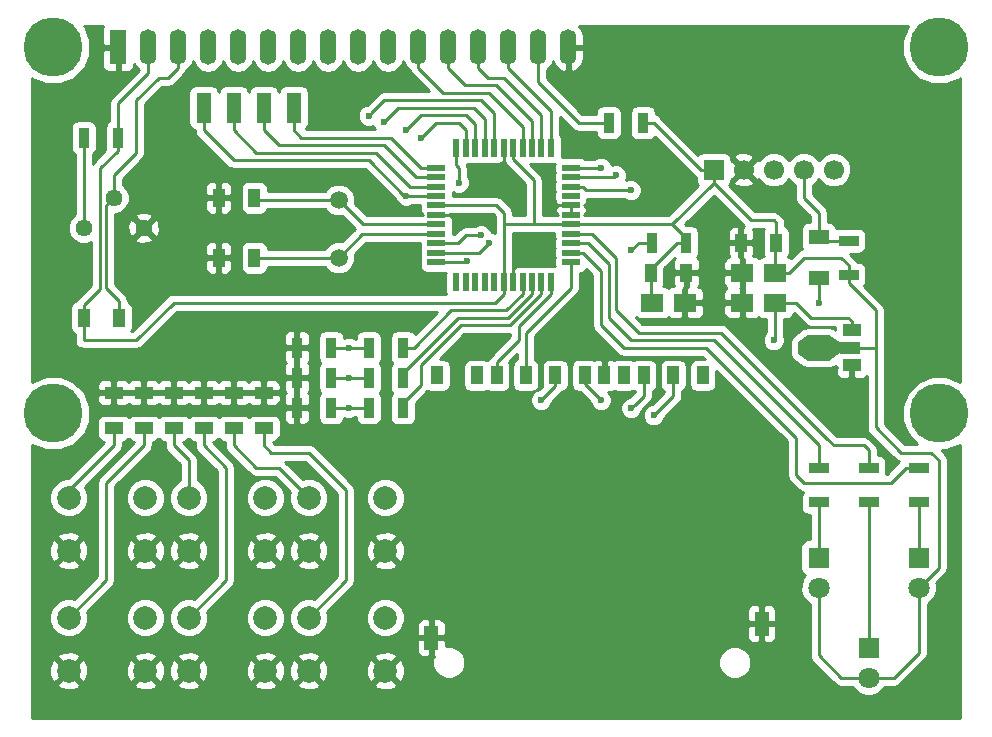
<source format=gtl>
G04 #@! TF.FileFunction,Copper,L1,Top,Signal*
%FSLAX46Y46*%
G04 Gerber Fmt 4.6, Leading zero omitted, Abs format (unit mm)*
G04 Created by KiCad (PCBNEW 4.0.7) date 11/26/17 13:54:13*
%MOMM*%
%LPD*%
G01*
G04 APERTURE LIST*
%ADD10C,0.100000*%
%ADD11C,0.600000*%
%ADD12R,1.000000X1.500000*%
%ADD13R,1.200000X2.000000*%
%ADD14R,1.500000X0.550000*%
%ADD15R,0.550000X1.500000*%
%ADD16C,2.000000*%
%ADD17R,0.900000X1.700000*%
%ADD18C,1.500000*%
%ADD19R,1.400000X3.000000*%
%ADD20O,1.400000X3.000000*%
%ADD21C,5.000000*%
%ADD22R,1.000000X1.600000*%
%ADD23R,1.600000X1.000000*%
%ADD24R,1.950000X1.500000*%
%ADD25R,1.800000X1.800000*%
%ADD26C,1.800000*%
%ADD27R,1.700000X1.300000*%
%ADD28R,1.700000X1.700000*%
%ADD29C,1.700000*%
%ADD30C,1.440000*%
%ADD31R,1.700000X0.900000*%
%ADD32R,1.500000X1.000000*%
%ADD33R,1.800000X1.000000*%
%ADD34R,1.840000X2.200000*%
%ADD35R,1.270000X2.540000*%
%ADD36C,0.254000*%
G04 APERTURE END LIST*
D10*
D11*
X176530000Y-105410000D03*
X161290000Y-85090000D03*
X143510000Y-118110000D03*
X153670000Y-96520000D03*
X141605000Y-93980000D03*
X139065000Y-90805000D03*
X130810000Y-88900000D03*
X119380000Y-78740000D03*
X121920000Y-99060000D03*
X109220000Y-78740000D03*
X109220000Y-88900000D03*
X109220000Y-100330000D03*
X143510000Y-107950000D03*
X156210000Y-107950000D03*
X168910000Y-107950000D03*
X168910000Y-118110000D03*
X156210000Y-118110000D03*
X143510000Y-118110000D03*
X143510000Y-128270000D03*
X153670000Y-128270000D03*
X163830000Y-128270000D03*
D12*
X141700000Y-101410000D03*
X145050000Y-101410000D03*
X146750000Y-101410000D03*
X149180000Y-101410000D03*
X151680000Y-101410000D03*
X154180000Y-101410000D03*
X155830000Y-101410000D03*
X157480000Y-101410000D03*
X159180000Y-101410000D03*
X161680000Y-101410000D03*
X164180000Y-101410000D03*
D13*
X141180000Y-123620000D03*
X169180000Y-122420000D03*
D11*
X173990000Y-128270000D03*
X184150000Y-128270000D03*
X184150000Y-100330000D03*
X184150000Y-88900000D03*
X184150000Y-78740000D03*
X179070000Y-73660000D03*
X168910000Y-73660000D03*
D14*
X141620000Y-83820000D03*
X141620000Y-84620000D03*
X141620000Y-85420000D03*
X141620000Y-86220000D03*
X141620000Y-87020000D03*
X141620000Y-87820000D03*
X141620000Y-88620000D03*
X141620000Y-89420000D03*
X141620000Y-90220000D03*
X141620000Y-91020000D03*
X141620000Y-91820000D03*
D15*
X143320000Y-93520000D03*
X144120000Y-93520000D03*
X144920000Y-93520000D03*
X145720000Y-93520000D03*
X146520000Y-93520000D03*
X147320000Y-93520000D03*
X148120000Y-93520000D03*
X148920000Y-93520000D03*
X149720000Y-93520000D03*
X150520000Y-93520000D03*
X151320000Y-93520000D03*
D14*
X153020000Y-91820000D03*
X153020000Y-91020000D03*
X153020000Y-90220000D03*
X153020000Y-89420000D03*
X153020000Y-88620000D03*
X153020000Y-87820000D03*
X153020000Y-87020000D03*
X153020000Y-86220000D03*
X153020000Y-85420000D03*
X153020000Y-84620000D03*
X153020000Y-83820000D03*
D15*
X151320000Y-82120000D03*
X150520000Y-82120000D03*
X149720000Y-82120000D03*
X148920000Y-82120000D03*
X148120000Y-82120000D03*
X147320000Y-82120000D03*
X146520000Y-82120000D03*
X145720000Y-82120000D03*
X144920000Y-82120000D03*
X144120000Y-82120000D03*
X143320000Y-82120000D03*
D16*
X110490000Y-126420000D03*
X110490000Y-121920000D03*
X116990000Y-126420000D03*
X116990000Y-121920000D03*
D17*
X138790000Y-101600000D03*
X135890000Y-101600000D03*
D18*
X133350000Y-91440000D03*
X133350000Y-86560000D03*
D19*
X114680000Y-73620000D03*
D20*
X117220000Y-73620000D03*
X119760000Y-73620000D03*
X122300000Y-73620000D03*
X124840000Y-73620000D03*
X127380000Y-73620000D03*
X129920000Y-73620000D03*
X132460000Y-73620000D03*
X135000000Y-73620000D03*
X137540000Y-73620000D03*
X140080000Y-73620000D03*
X142620000Y-73620000D03*
X145160000Y-73620000D03*
X147700000Y-73620000D03*
X150240000Y-73620000D03*
X152780000Y-73620000D03*
D21*
X109180000Y-73620000D03*
X109180000Y-104620000D03*
X184180000Y-73620000D03*
X184180000Y-104620000D03*
D22*
X123190000Y-86360000D03*
X126190000Y-86360000D03*
X123190000Y-91440000D03*
X126190000Y-91440000D03*
X159790000Y-92710000D03*
X162790000Y-92710000D03*
D23*
X127000000Y-105870000D03*
X127000000Y-102870000D03*
X121920000Y-105870000D03*
X121920000Y-102870000D03*
X119380000Y-105870000D03*
X119380000Y-102870000D03*
X116840000Y-105870000D03*
X116840000Y-102870000D03*
X114300000Y-105870000D03*
X114300000Y-102870000D03*
X124460000Y-105870000D03*
X124460000Y-102870000D03*
D22*
X111760000Y-96520000D03*
X114760000Y-96520000D03*
D24*
X159915000Y-95250000D03*
X162665000Y-95250000D03*
X170285000Y-95250000D03*
X167535000Y-95250000D03*
X170285000Y-92710000D03*
X167535000Y-92710000D03*
D22*
X170410000Y-90170000D03*
X167410000Y-90170000D03*
D25*
X178230000Y-124460000D03*
D26*
X178230000Y-127000000D03*
D25*
X173990000Y-116840000D03*
D26*
X173990000Y-119380000D03*
D25*
X182450000Y-116840000D03*
D26*
X182450000Y-119380000D03*
D27*
X173990000Y-93190000D03*
X173990000Y-89690000D03*
D16*
X110490000Y-116260000D03*
X110490000Y-111760000D03*
X116990000Y-116260000D03*
X116990000Y-111760000D03*
X120650000Y-116260000D03*
X120650000Y-111760000D03*
X127150000Y-116260000D03*
X127150000Y-111760000D03*
X120650000Y-126420000D03*
X120650000Y-121920000D03*
X127150000Y-126420000D03*
X127150000Y-121920000D03*
X130810000Y-126420000D03*
X130810000Y-121920000D03*
X137310000Y-126420000D03*
X137310000Y-121920000D03*
X130810000Y-116260000D03*
X130810000Y-111760000D03*
X137310000Y-116260000D03*
X137310000Y-111760000D03*
D28*
X165100000Y-84000000D03*
D29*
X167640000Y-84000000D03*
X170180000Y-84000000D03*
X172720000Y-84000000D03*
X175260000Y-84000000D03*
D30*
X111760000Y-88900000D03*
X114300000Y-86360000D03*
X116840000Y-88900000D03*
D17*
X159840000Y-90170000D03*
X162740000Y-90170000D03*
X156210000Y-80010000D03*
X159110000Y-80010000D03*
X111760000Y-81280000D03*
X114660000Y-81280000D03*
D31*
X178230000Y-112120000D03*
X178230000Y-109220000D03*
X173990000Y-112120000D03*
X173990000Y-109220000D03*
X182450000Y-112120000D03*
X182450000Y-109220000D03*
D17*
X138790000Y-104140000D03*
X135890000Y-104140000D03*
X138790000Y-99060000D03*
X135890000Y-99060000D03*
X132715000Y-104140000D03*
X129815000Y-104140000D03*
X132715000Y-101600000D03*
X129815000Y-101600000D03*
X132715000Y-99060000D03*
X129815000Y-99060000D03*
D31*
X176530000Y-89990000D03*
X176530000Y-92890000D03*
D10*
G36*
X173081500Y-100160000D02*
X172231500Y-99560000D01*
X172231500Y-98560000D01*
X173081500Y-97960000D01*
X173081500Y-100160000D01*
X173081500Y-100160000D01*
G37*
D32*
X176803500Y-100560000D03*
D33*
X176657000Y-99060000D03*
D32*
X176803500Y-97560000D03*
D34*
X173990000Y-99060000D03*
D10*
G36*
X174899700Y-97960000D02*
X175899700Y-98660000D01*
X175899700Y-99460000D01*
X174899700Y-100160000D01*
X174899700Y-97960000D01*
X174899700Y-97960000D01*
G37*
D35*
X129540000Y-78740000D03*
X127000000Y-78740000D03*
X124460000Y-78740000D03*
X121920000Y-78740000D03*
D11*
X158750000Y-73660000D03*
X165100000Y-92710000D03*
X148590000Y-91440000D03*
X151130000Y-86995000D03*
X143510000Y-88265000D03*
X148590000Y-85725000D03*
X143510000Y-85090000D03*
X140335000Y-81280000D03*
X139065000Y-80645000D03*
X137160000Y-79963990D03*
X135890000Y-79421010D03*
X158115000Y-90805000D03*
X139065000Y-86220000D03*
X155575000Y-103505000D03*
X170180000Y-98425000D03*
X146050000Y-90170000D03*
X173990000Y-95250000D03*
X144240317Y-91701010D03*
X145415000Y-89535000D03*
X150495000Y-103505000D03*
X134239000Y-104140000D03*
X158115000Y-104186010D03*
X134239000Y-101600000D03*
X160020000Y-104775000D03*
X134239000Y-99060000D03*
X155575000Y-83820000D03*
X156845000Y-84455000D03*
X158115000Y-85725000D03*
D36*
X162790000Y-92710000D02*
X165100000Y-92710000D01*
X148120000Y-93520000D02*
X148120000Y-91910000D01*
X148120000Y-91910000D02*
X148590000Y-91440000D01*
X151155000Y-87020000D02*
X151130000Y-86995000D01*
X153020000Y-87020000D02*
X151155000Y-87020000D01*
X143065000Y-87820000D02*
X143510000Y-88265000D01*
X141620000Y-87820000D02*
X143065000Y-87820000D01*
X147320000Y-82120000D02*
X147320000Y-84455000D01*
X147320000Y-84455000D02*
X148590000Y-85725000D01*
X153020000Y-87020000D02*
X153020000Y-87820000D01*
X141620000Y-88620000D02*
X135410000Y-88620000D01*
X135410000Y-88620000D02*
X133350000Y-86560000D01*
X133350000Y-86560000D02*
X126390000Y-86560000D01*
X126390000Y-86560000D02*
X126190000Y-86360000D01*
X141620000Y-89420000D02*
X135370000Y-89420000D01*
X135370000Y-89420000D02*
X133350000Y-91440000D01*
X133350000Y-91440000D02*
X126190000Y-91440000D01*
X114660000Y-78380000D02*
X117220000Y-75820000D01*
X117220000Y-75820000D02*
X117220000Y-73620000D01*
X114660000Y-81280000D02*
X114660000Y-78380000D01*
X114660000Y-82384000D02*
X114660000Y-81280000D01*
X113156990Y-83887010D02*
X114660000Y-82384000D01*
X111760000Y-95466000D02*
X113156990Y-94069010D01*
X111760000Y-96520000D02*
X111760000Y-95466000D01*
X113156990Y-94069010D02*
X113156990Y-83887010D01*
X173990000Y-99060000D02*
X172656500Y-99060000D01*
X175399700Y-99060000D02*
X173990000Y-99060000D01*
X176657000Y-99060000D02*
X175399700Y-99060000D01*
X161584000Y-88620000D02*
X161590000Y-88620000D01*
X161590000Y-88620000D02*
X162740000Y-89770000D01*
X162740000Y-89770000D02*
X162740000Y-90170000D01*
X159790000Y-92710000D02*
X159790000Y-92410000D01*
X159790000Y-92410000D02*
X162030000Y-90170000D01*
X162030000Y-90170000D02*
X162036000Y-90170000D01*
X162036000Y-90170000D02*
X162740000Y-90170000D01*
X159790000Y-92710000D02*
X159790000Y-95125000D01*
X159790000Y-95125000D02*
X159915000Y-95250000D01*
X159840000Y-92660000D02*
X159790000Y-92710000D01*
X153020000Y-88620000D02*
X159842200Y-88620000D01*
X159842200Y-88620000D02*
X161584000Y-88620000D01*
X159840000Y-88622200D02*
X159842200Y-88620000D01*
X161584000Y-88620000D02*
X165100000Y-85104000D01*
X147320000Y-93520000D02*
X147320000Y-88620600D01*
X147320000Y-88620600D02*
X147320000Y-87630000D01*
X149860000Y-88620000D02*
X147320600Y-88620000D01*
X147320600Y-88620000D02*
X147320000Y-88620600D01*
X147320000Y-87630000D02*
X146710000Y-87020000D01*
X146710000Y-87020000D02*
X141620000Y-87020000D01*
X153020000Y-88620000D02*
X149860000Y-88620000D01*
X148120000Y-82120000D02*
X148120000Y-83124000D01*
X148120000Y-83124000D02*
X149860000Y-84864000D01*
X149860000Y-84864000D02*
X149860000Y-88620000D01*
X178821000Y-97790000D02*
X178821000Y-99060000D01*
X178821000Y-99060000D02*
X178821000Y-105796000D01*
X176657000Y-99060000D02*
X178821000Y-99060000D01*
X178821000Y-95885000D02*
X178821000Y-97790000D01*
X176530000Y-92890000D02*
X176530000Y-93594000D01*
X176530000Y-93594000D02*
X178821000Y-95885000D01*
X184150000Y-117680000D02*
X182450000Y-119380000D01*
X178821000Y-105796000D02*
X180975000Y-107950000D01*
X180975000Y-107950000D02*
X183515000Y-107950000D01*
X183515000Y-107950000D02*
X184150000Y-108585000D01*
X184150000Y-108585000D02*
X184150000Y-117680000D01*
X170285000Y-92710000D02*
X171514000Y-92710000D01*
X171514000Y-92710000D02*
X172784000Y-91440000D01*
X172784000Y-91440000D02*
X175895000Y-91440000D01*
X176530000Y-92075000D02*
X176530000Y-92890000D01*
X175895000Y-91440000D02*
X176530000Y-92075000D01*
X165100000Y-85104000D02*
X168261000Y-88265000D01*
X168261000Y-88265000D02*
X170180000Y-88265000D01*
X170180000Y-88265000D02*
X170410000Y-88495000D01*
X170410000Y-88495000D02*
X170410000Y-90170000D01*
X180340000Y-127000000D02*
X178230000Y-127000000D01*
X182450000Y-124890000D02*
X180340000Y-127000000D01*
X182450000Y-119380000D02*
X182450000Y-124890000D01*
X173990000Y-119380000D02*
X173990000Y-125095000D01*
X173990000Y-125095000D02*
X175895000Y-127000000D01*
X175895000Y-127000000D02*
X178230000Y-127000000D01*
X111760000Y-96520000D02*
X111760000Y-98425000D01*
X111760000Y-98425000D02*
X116205000Y-98425000D01*
X119380000Y-95250000D02*
X146594000Y-95250000D01*
X147320000Y-94524000D02*
X147320000Y-93520000D01*
X116205000Y-98425000D02*
X119380000Y-95250000D01*
X146594000Y-95250000D02*
X147320000Y-94524000D01*
X165100000Y-85104000D02*
X165100000Y-84000000D01*
X170285000Y-92710000D02*
X170285000Y-90295000D01*
X170285000Y-90295000D02*
X170410000Y-90170000D01*
X160020000Y-80010000D02*
X160020000Y-80024000D01*
X160020000Y-80024000D02*
X163996000Y-84000000D01*
X163996000Y-84000000D02*
X165100000Y-84000000D01*
X159110000Y-80010000D02*
X160020000Y-80010000D01*
X143320000Y-82120000D02*
X143320000Y-83630000D01*
X143320000Y-83630000D02*
X143510000Y-83820000D01*
X143510000Y-83820000D02*
X143510000Y-83949000D01*
X143510000Y-83949000D02*
X143510000Y-85090000D01*
X133985000Y-111125000D02*
X133985000Y-112395000D01*
X130810000Y-107950000D02*
X133985000Y-111125000D01*
X127635000Y-107950000D02*
X130810000Y-107950000D01*
X127000000Y-107315000D02*
X127635000Y-107950000D01*
X133985000Y-118745000D02*
X133985000Y-112395000D01*
X130810000Y-121920000D02*
X133985000Y-118745000D01*
X127000000Y-105870000D02*
X127000000Y-107315000D01*
X127000000Y-105870000D02*
X127300000Y-105870000D01*
X143510000Y-80060000D02*
X141555000Y-80060000D01*
X141555000Y-80060000D02*
X140335000Y-81280000D01*
X144120000Y-80670000D02*
X143510000Y-80060000D01*
X144120000Y-82120000D02*
X144120000Y-80670000D01*
X123825000Y-109220000D02*
X123825000Y-118745000D01*
X121920000Y-107315000D02*
X123825000Y-109220000D01*
X121920000Y-105870000D02*
X121920000Y-107315000D01*
X123825000Y-118745000D02*
X120650000Y-121920000D01*
X144920000Y-82120000D02*
X144920000Y-80150000D01*
X144920000Y-80150000D02*
X144145000Y-79375000D01*
X144145000Y-79375000D02*
X140335000Y-79375000D01*
X140335000Y-79375000D02*
X139065000Y-80645000D01*
X120650000Y-108585000D02*
X120650000Y-111760000D01*
X119380000Y-107315000D02*
X120650000Y-108585000D01*
X119380000Y-105870000D02*
X119380000Y-107315000D01*
X145720000Y-82120000D02*
X145720000Y-79680000D01*
X145720000Y-79680000D02*
X144780000Y-78740000D01*
X144780000Y-78740000D02*
X138383990Y-78740000D01*
X138383990Y-78740000D02*
X137160000Y-79963990D01*
X113665000Y-110490000D02*
X113665000Y-118745000D01*
X116840000Y-107315000D02*
X113665000Y-110490000D01*
X116840000Y-105870000D02*
X116840000Y-107315000D01*
X113665000Y-118745000D02*
X110490000Y-121920000D01*
X137206010Y-78105000D02*
X136189999Y-79121011D01*
X145415000Y-78105000D02*
X137206010Y-78105000D01*
X146520000Y-79210000D02*
X145415000Y-78105000D01*
X146520000Y-82120000D02*
X146520000Y-79210000D01*
X136189999Y-79121011D02*
X135890000Y-79421010D01*
X114300000Y-105870000D02*
X114300000Y-107315000D01*
X114300000Y-107315000D02*
X110490000Y-111125000D01*
X110490000Y-111125000D02*
X110490000Y-111760000D01*
X159840000Y-90170000D02*
X158750000Y-90170000D01*
X158750000Y-90170000D02*
X158115000Y-90805000D01*
X139065000Y-86220000D02*
X141620000Y-86220000D01*
X138925000Y-86220000D02*
X139065000Y-86220000D01*
X135890000Y-83185000D02*
X138925000Y-86220000D01*
X124460000Y-83185000D02*
X135890000Y-83185000D01*
X121920000Y-80645000D02*
X124460000Y-83185000D01*
X121920000Y-78740000D02*
X121920000Y-80645000D01*
X126365000Y-109220000D02*
X128270000Y-109220000D01*
X124460000Y-107315000D02*
X126365000Y-109220000D01*
X124460000Y-105870000D02*
X124460000Y-107315000D01*
X128270000Y-109220000D02*
X130810000Y-111760000D01*
X119760000Y-73620000D02*
X119760000Y-75374000D01*
X118110000Y-76200000D02*
X116205000Y-78105000D01*
X119760000Y-75374000D02*
X118934000Y-76200000D01*
X118934000Y-76200000D02*
X118110000Y-76200000D01*
X116205000Y-78105000D02*
X116205000Y-82550000D01*
X116205000Y-82550000D02*
X114300000Y-84455000D01*
X114300000Y-84455000D02*
X114300000Y-86360000D01*
X114760000Y-96520000D02*
X114760000Y-95075000D01*
X114760000Y-95075000D02*
X113665000Y-93980000D01*
X113665000Y-93980000D02*
X113665000Y-86995000D01*
X113665000Y-86995000D02*
X114300000Y-86360000D01*
X114760000Y-86820000D02*
X114300000Y-86360000D01*
X155575000Y-103505000D02*
X154180000Y-102110000D01*
X154180000Y-102110000D02*
X154180000Y-101410000D01*
X170285000Y-98320000D02*
X170180000Y-98425000D01*
X170285000Y-95250000D02*
X170285000Y-98320000D01*
X176803500Y-97560000D02*
X176803500Y-96806000D01*
X172085000Y-95250000D02*
X170285000Y-95250000D01*
X176803500Y-96806000D02*
X176517500Y-96520000D01*
X176517500Y-96520000D02*
X173355000Y-96520000D01*
X173355000Y-96520000D02*
X172085000Y-95250000D01*
X170285000Y-95465500D02*
X170285000Y-95250000D01*
X178230000Y-112120000D02*
X178230000Y-124460000D01*
X173990000Y-112120000D02*
X173990000Y-116840000D01*
X182450000Y-112120000D02*
X182450000Y-116840000D01*
X145200000Y-91020000D02*
X146050000Y-90170000D01*
X141620000Y-91020000D02*
X145200000Y-91020000D01*
X173990000Y-93190000D02*
X173990000Y-95250000D01*
X176530000Y-89990000D02*
X174290000Y-89990000D01*
X174290000Y-89990000D02*
X173990000Y-89690000D01*
X173990000Y-87630000D02*
X172720000Y-86360000D01*
X172720000Y-86360000D02*
X172720000Y-84000000D01*
X173990000Y-89690000D02*
X173990000Y-87630000D01*
X144121327Y-91820000D02*
X144240317Y-91701010D01*
X141620000Y-91820000D02*
X144121327Y-91820000D01*
X144145000Y-89535000D02*
X145415000Y-89535000D01*
X143460000Y-90220000D02*
X144145000Y-89535000D01*
X141620000Y-90220000D02*
X143460000Y-90220000D01*
X151320000Y-93520000D02*
X151320000Y-94524000D01*
X151320000Y-94524000D02*
X148590000Y-97254000D01*
X148590000Y-97254000D02*
X148590000Y-98425000D01*
X146750000Y-100265000D02*
X148590000Y-98425000D01*
X146750000Y-101410000D02*
X146750000Y-100265000D01*
X149225000Y-97790000D02*
X153020000Y-93995000D01*
X153020000Y-93995000D02*
X153020000Y-91820000D01*
X149225000Y-101115000D02*
X149225000Y-97790000D01*
X149180000Y-101410000D02*
X149180000Y-101160000D01*
X149180000Y-101160000D02*
X149225000Y-101115000D01*
X150495000Y-103505000D02*
X151680000Y-102320000D01*
X151680000Y-102320000D02*
X151680000Y-101410000D01*
X134239000Y-104140000D02*
X135890000Y-104140000D01*
X133075000Y-104140000D02*
X134239000Y-104140000D01*
X158414999Y-103886011D02*
X158115000Y-104186010D01*
X159180000Y-103121010D02*
X158414999Y-103886011D01*
X159180000Y-101410000D02*
X159180000Y-103121010D01*
X134239000Y-101600000D02*
X135890000Y-101600000D01*
X133075000Y-101600000D02*
X134239000Y-101600000D01*
X160020000Y-104775000D02*
X161680000Y-103115000D01*
X161680000Y-103115000D02*
X161680000Y-101410000D01*
X134239000Y-99060000D02*
X135890000Y-99060000D01*
X133075000Y-99060000D02*
X134239000Y-99060000D01*
X153020000Y-83820000D02*
X155575000Y-83820000D01*
X156680000Y-84620000D02*
X156845000Y-84455000D01*
X153020000Y-84620000D02*
X156680000Y-84620000D01*
X154329000Y-85725000D02*
X158115000Y-85725000D01*
X153020000Y-85420000D02*
X154024000Y-85420000D01*
X154024000Y-85420000D02*
X154329000Y-85725000D01*
X140080000Y-73620000D02*
X140080000Y-75374000D01*
X140080000Y-75374000D02*
X142176000Y-77470000D01*
X142176000Y-77470000D02*
X146050000Y-77470000D01*
X146050000Y-77470000D02*
X148920000Y-80340000D01*
X148920000Y-80340000D02*
X148920000Y-82120000D01*
X142620000Y-73620000D02*
X142620000Y-75374000D01*
X142620000Y-75374000D02*
X144081000Y-76835000D01*
X144081000Y-76835000D02*
X146685000Y-76835000D01*
X146685000Y-76835000D02*
X149720000Y-79870000D01*
X149720000Y-79870000D02*
X149720000Y-82120000D01*
X145160000Y-73620000D02*
X145160000Y-75374000D01*
X145160000Y-75374000D02*
X145986000Y-76200000D01*
X145986000Y-76200000D02*
X147320000Y-76200000D01*
X147320000Y-76200000D02*
X150520000Y-79400000D01*
X150520000Y-79400000D02*
X150520000Y-82120000D01*
X147700000Y-73620000D02*
X147700000Y-75374000D01*
X147700000Y-75374000D02*
X151320000Y-78994000D01*
X151320000Y-78994000D02*
X151320000Y-82120000D01*
X156210000Y-80010000D02*
X153670000Y-80010000D01*
X153670000Y-80010000D02*
X150240000Y-76580000D01*
X150240000Y-76580000D02*
X150240000Y-73620000D01*
X111760000Y-88900000D02*
X111760000Y-81280000D01*
X175260000Y-107315000D02*
X174625000Y-106680000D01*
X177800000Y-107315000D02*
X175260000Y-107315000D01*
X178230000Y-107745000D02*
X177800000Y-107315000D01*
X178230000Y-109220000D02*
X178230000Y-107745000D01*
X174625000Y-106680000D02*
X165735000Y-97790000D01*
X165735000Y-97790000D02*
X158750000Y-97790000D01*
X156845000Y-95885000D02*
X156845000Y-91440000D01*
X158750000Y-97790000D02*
X156845000Y-95885000D01*
X156845000Y-91440000D02*
X154825000Y-89420000D01*
X154825000Y-89420000D02*
X153020000Y-89420000D01*
X173990000Y-108516000D02*
X173990000Y-109220000D01*
X173990000Y-107315000D02*
X173990000Y-108516000D01*
X158115000Y-98425000D02*
X165100000Y-98425000D01*
X156210000Y-96520000D02*
X158115000Y-98425000D01*
X156210000Y-91991564D02*
X156210000Y-96520000D01*
X154438436Y-90220000D02*
X156210000Y-91991564D01*
X153020000Y-90220000D02*
X154438436Y-90220000D01*
X165100000Y-98425000D02*
X173990000Y-107315000D01*
X153020000Y-91020000D02*
X154024000Y-91020000D01*
X154024000Y-91020000D02*
X155575000Y-92571000D01*
X155575000Y-92571000D02*
X155575000Y-97155000D01*
X155575000Y-97155000D02*
X157480000Y-99060000D01*
X157480000Y-99060000D02*
X164465000Y-99060000D01*
X164465000Y-99060000D02*
X172085000Y-106680000D01*
X172720000Y-110490000D02*
X180076000Y-110490000D01*
X181346000Y-109220000D02*
X182450000Y-109220000D01*
X172085000Y-106680000D02*
X172085000Y-109855000D01*
X180076000Y-110490000D02*
X181346000Y-109220000D01*
X172085000Y-109855000D02*
X172720000Y-110490000D01*
X150520000Y-94506564D02*
X150520000Y-93520000D01*
X147871564Y-97155000D02*
X150520000Y-94506564D01*
X140335000Y-100496872D02*
X143676872Y-97155000D01*
X138790000Y-103740000D02*
X140335000Y-102195000D01*
X140335000Y-102195000D02*
X140335000Y-100496872D01*
X138790000Y-104140000D02*
X138790000Y-103740000D01*
X143676872Y-97155000D02*
X147871564Y-97155000D01*
X147724000Y-96520000D02*
X143470000Y-96520000D01*
X143470000Y-96520000D02*
X138790000Y-101200000D01*
X138790000Y-101200000D02*
X138790000Y-101600000D01*
X149720000Y-93520000D02*
X149720000Y-94524000D01*
X149720000Y-94524000D02*
X147724000Y-96520000D01*
X148920000Y-93520000D02*
X148920000Y-94524000D01*
X148920000Y-94524000D02*
X147559000Y-95885000D01*
X147559000Y-95885000D02*
X142875000Y-95885000D01*
X142875000Y-95885000D02*
X139700000Y-99060000D01*
X139700000Y-99060000D02*
X138790000Y-99060000D01*
X137795000Y-81280000D02*
X140335000Y-83820000D01*
X140335000Y-83820000D02*
X141620000Y-83820000D01*
X130175000Y-81280000D02*
X137795000Y-81280000D01*
X129540000Y-80645000D02*
X130175000Y-81280000D01*
X129540000Y-78740000D02*
X129540000Y-80645000D01*
X137160000Y-81915000D02*
X139865000Y-84620000D01*
X139865000Y-84620000D02*
X141620000Y-84620000D01*
X128270000Y-81915000D02*
X137160000Y-81915000D01*
X127000000Y-80645000D02*
X128270000Y-81915000D01*
X127000000Y-78740000D02*
X127000000Y-80645000D01*
X136525000Y-82550000D02*
X139395000Y-85420000D01*
X139395000Y-85420000D02*
X141620000Y-85420000D01*
X126365000Y-82550000D02*
X136525000Y-82550000D01*
X124460000Y-80645000D02*
X126365000Y-82550000D01*
X124460000Y-78740000D02*
X124460000Y-80645000D01*
G36*
X113345000Y-71993691D02*
X113345000Y-73334250D01*
X113503750Y-73493000D01*
X114553000Y-73493000D01*
X114553000Y-73473000D01*
X114807000Y-73473000D01*
X114807000Y-73493000D01*
X114827000Y-73493000D01*
X114827000Y-73747000D01*
X114807000Y-73747000D01*
X114807000Y-75596250D01*
X114965750Y-75755000D01*
X115506310Y-75755000D01*
X115739699Y-75658327D01*
X115918327Y-75479698D01*
X116015000Y-75246309D01*
X116015000Y-75015181D01*
X116276012Y-75405815D01*
X116444185Y-75518184D01*
X114121185Y-77841185D01*
X113956004Y-78088395D01*
X113898000Y-78380000D01*
X113898000Y-79876182D01*
X113758559Y-79965910D01*
X113613569Y-80178110D01*
X113562560Y-80430000D01*
X113562560Y-82130000D01*
X113605922Y-82360448D01*
X112618175Y-83348195D01*
X112522000Y-83492131D01*
X112522000Y-82683818D01*
X112661441Y-82594090D01*
X112806431Y-82381890D01*
X112857440Y-82130000D01*
X112857440Y-80430000D01*
X112813162Y-80194683D01*
X112674090Y-79978559D01*
X112461890Y-79833569D01*
X112210000Y-79782560D01*
X111310000Y-79782560D01*
X111074683Y-79826838D01*
X110858559Y-79965910D01*
X110713569Y-80178110D01*
X110662560Y-80430000D01*
X110662560Y-82130000D01*
X110706838Y-82365317D01*
X110845910Y-82581441D01*
X110998000Y-82685360D01*
X110998000Y-87748740D01*
X110993457Y-87750617D01*
X110611957Y-88131452D01*
X110405236Y-88629291D01*
X110404765Y-89168344D01*
X110610617Y-89666543D01*
X110991452Y-90048043D01*
X111489291Y-90254764D01*
X112028344Y-90255235D01*
X112394990Y-90103740D01*
X112394990Y-93753379D01*
X111221185Y-94927185D01*
X111104497Y-95101820D01*
X111024683Y-95116838D01*
X110808559Y-95255910D01*
X110663569Y-95468110D01*
X110612560Y-95720000D01*
X110612560Y-97320000D01*
X110656838Y-97555317D01*
X110795910Y-97771441D01*
X110998000Y-97909523D01*
X110998000Y-98425000D01*
X111056004Y-98716605D01*
X111221185Y-98963815D01*
X111468395Y-99128996D01*
X111760000Y-99187000D01*
X116205000Y-99187000D01*
X116496605Y-99128996D01*
X116743815Y-98963815D01*
X117623940Y-98083690D01*
X128730000Y-98083690D01*
X128730000Y-98774250D01*
X128888750Y-98933000D01*
X129688000Y-98933000D01*
X129688000Y-97733750D01*
X129942000Y-97733750D01*
X129942000Y-98933000D01*
X130741250Y-98933000D01*
X130900000Y-98774250D01*
X130900000Y-98210000D01*
X131617560Y-98210000D01*
X131617560Y-99910000D01*
X131661838Y-100145317D01*
X131782015Y-100332077D01*
X131668569Y-100498110D01*
X131617560Y-100750000D01*
X131617560Y-102450000D01*
X131661838Y-102685317D01*
X131782015Y-102872077D01*
X131668569Y-103038110D01*
X131617560Y-103290000D01*
X131617560Y-104990000D01*
X131661838Y-105225317D01*
X131800910Y-105441441D01*
X132013110Y-105586431D01*
X132265000Y-105637440D01*
X133165000Y-105637440D01*
X133400317Y-105593162D01*
X133616441Y-105454090D01*
X133761431Y-105241890D01*
X133812440Y-104990000D01*
X133812440Y-104975280D01*
X134052201Y-105074838D01*
X134424167Y-105075162D01*
X134767943Y-104933117D01*
X134792560Y-104908543D01*
X134792560Y-104990000D01*
X134836838Y-105225317D01*
X134975910Y-105441441D01*
X135188110Y-105586431D01*
X135440000Y-105637440D01*
X136340000Y-105637440D01*
X136575317Y-105593162D01*
X136791441Y-105454090D01*
X136936431Y-105241890D01*
X136987440Y-104990000D01*
X136987440Y-103290000D01*
X136943162Y-103054683D01*
X136822985Y-102867923D01*
X136936431Y-102701890D01*
X136987440Y-102450000D01*
X136987440Y-100750000D01*
X136943162Y-100514683D01*
X136822985Y-100327923D01*
X136936431Y-100161890D01*
X136987440Y-99910000D01*
X136987440Y-98210000D01*
X136943162Y-97974683D01*
X136804090Y-97758559D01*
X136591890Y-97613569D01*
X136340000Y-97562560D01*
X135440000Y-97562560D01*
X135204683Y-97606838D01*
X134988559Y-97745910D01*
X134843569Y-97958110D01*
X134792560Y-98210000D01*
X134792560Y-98291082D01*
X134769327Y-98267808D01*
X134425799Y-98125162D01*
X134053833Y-98124838D01*
X133812440Y-98224579D01*
X133812440Y-98210000D01*
X133768162Y-97974683D01*
X133629090Y-97758559D01*
X133416890Y-97613569D01*
X133165000Y-97562560D01*
X132265000Y-97562560D01*
X132029683Y-97606838D01*
X131813559Y-97745910D01*
X131668569Y-97958110D01*
X131617560Y-98210000D01*
X130900000Y-98210000D01*
X130900000Y-98083690D01*
X130803327Y-97850301D01*
X130624698Y-97671673D01*
X130391309Y-97575000D01*
X130100750Y-97575000D01*
X129942000Y-97733750D01*
X129688000Y-97733750D01*
X129529250Y-97575000D01*
X129238691Y-97575000D01*
X129005302Y-97671673D01*
X128826673Y-97850301D01*
X128730000Y-98083690D01*
X117623940Y-98083690D01*
X119695630Y-96012000D01*
X141670370Y-96012000D01*
X139790119Y-97892251D01*
X139704090Y-97758559D01*
X139491890Y-97613569D01*
X139240000Y-97562560D01*
X138340000Y-97562560D01*
X138104683Y-97606838D01*
X137888559Y-97745910D01*
X137743569Y-97958110D01*
X137692560Y-98210000D01*
X137692560Y-99910000D01*
X137736838Y-100145317D01*
X137857015Y-100332077D01*
X137743569Y-100498110D01*
X137692560Y-100750000D01*
X137692560Y-102450000D01*
X137736838Y-102685317D01*
X137857015Y-102872077D01*
X137743569Y-103038110D01*
X137692560Y-103290000D01*
X137692560Y-104990000D01*
X137736838Y-105225317D01*
X137875910Y-105441441D01*
X138088110Y-105586431D01*
X138340000Y-105637440D01*
X139240000Y-105637440D01*
X139475317Y-105593162D01*
X139691441Y-105454090D01*
X139836431Y-105241890D01*
X139887440Y-104990000D01*
X139887440Y-103720190D01*
X140873815Y-102733815D01*
X140886727Y-102714490D01*
X140948110Y-102756431D01*
X141200000Y-102807440D01*
X142200000Y-102807440D01*
X142435317Y-102763162D01*
X142651441Y-102624090D01*
X142796431Y-102411890D01*
X142847440Y-102160000D01*
X142847440Y-100660000D01*
X142803162Y-100424683D01*
X142664090Y-100208559D01*
X142451890Y-100063569D01*
X142200000Y-100012560D01*
X141896942Y-100012560D01*
X143992503Y-97917000D01*
X147828000Y-97917000D01*
X147828000Y-98109370D01*
X146211185Y-99726185D01*
X146046004Y-99973395D01*
X146029979Y-100053960D01*
X146014683Y-100056838D01*
X145900022Y-100130620D01*
X145801890Y-100063569D01*
X145550000Y-100012560D01*
X144550000Y-100012560D01*
X144314683Y-100056838D01*
X144098559Y-100195910D01*
X143953569Y-100408110D01*
X143902560Y-100660000D01*
X143902560Y-102160000D01*
X143946838Y-102395317D01*
X144085910Y-102611441D01*
X144298110Y-102756431D01*
X144550000Y-102807440D01*
X145550000Y-102807440D01*
X145785317Y-102763162D01*
X145899978Y-102689380D01*
X145998110Y-102756431D01*
X146250000Y-102807440D01*
X147250000Y-102807440D01*
X147485317Y-102763162D01*
X147701441Y-102624090D01*
X147846431Y-102411890D01*
X147897440Y-102160000D01*
X147897440Y-100660000D01*
X147853162Y-100424683D01*
X147780644Y-100311986D01*
X148463000Y-99629630D01*
X148463000Y-100053391D01*
X148444683Y-100056838D01*
X148228559Y-100195910D01*
X148083569Y-100408110D01*
X148032560Y-100660000D01*
X148032560Y-102160000D01*
X148076838Y-102395317D01*
X148215910Y-102611441D01*
X148428110Y-102756431D01*
X148680000Y-102807440D01*
X149680000Y-102807440D01*
X149914542Y-102763308D01*
X149702808Y-102974673D01*
X149560162Y-103318201D01*
X149559838Y-103690167D01*
X149701883Y-104033943D01*
X149964673Y-104297192D01*
X150308201Y-104439838D01*
X150680167Y-104440162D01*
X151023943Y-104298117D01*
X151287192Y-104035327D01*
X151429838Y-103691799D01*
X151429876Y-103647754D01*
X152218815Y-102858815D01*
X152263661Y-102791698D01*
X152415317Y-102763162D01*
X152631441Y-102624090D01*
X152776431Y-102411890D01*
X152827440Y-102160000D01*
X152827440Y-100660000D01*
X153032560Y-100660000D01*
X153032560Y-102160000D01*
X153076838Y-102395317D01*
X153215910Y-102611441D01*
X153428110Y-102756431D01*
X153680000Y-102807440D01*
X153799810Y-102807440D01*
X154639875Y-103647505D01*
X154639838Y-103690167D01*
X154781883Y-104033943D01*
X155044673Y-104297192D01*
X155388201Y-104439838D01*
X155760167Y-104440162D01*
X156103943Y-104298117D01*
X156367192Y-104035327D01*
X156509838Y-103691799D01*
X156510162Y-103319833D01*
X156368117Y-102976057D01*
X156187376Y-102795000D01*
X156456309Y-102795000D01*
X156660670Y-102710351D01*
X156728110Y-102756431D01*
X156980000Y-102807440D01*
X157980000Y-102807440D01*
X158215317Y-102763162D01*
X158329978Y-102689380D01*
X158418000Y-102749523D01*
X158418000Y-102805379D01*
X157972495Y-103250885D01*
X157929833Y-103250848D01*
X157586057Y-103392893D01*
X157322808Y-103655683D01*
X157180162Y-103999211D01*
X157179838Y-104371177D01*
X157321883Y-104714953D01*
X157584673Y-104978202D01*
X157928201Y-105120848D01*
X158300167Y-105121172D01*
X158643943Y-104979127D01*
X158662936Y-104960167D01*
X159084838Y-104960167D01*
X159226883Y-105303943D01*
X159489673Y-105567192D01*
X159833201Y-105709838D01*
X160205167Y-105710162D01*
X160548943Y-105568117D01*
X160812192Y-105305327D01*
X160954838Y-104961799D01*
X160954876Y-104917754D01*
X162218816Y-103653815D01*
X162383997Y-103406604D01*
X162442000Y-103115000D01*
X162442000Y-102745992D01*
X162631441Y-102624090D01*
X162776431Y-102411890D01*
X162827440Y-102160000D01*
X162827440Y-100660000D01*
X162783162Y-100424683D01*
X162644090Y-100208559D01*
X162431890Y-100063569D01*
X162180000Y-100012560D01*
X161180000Y-100012560D01*
X160944683Y-100056838D01*
X160728559Y-100195910D01*
X160583569Y-100408110D01*
X160532560Y-100660000D01*
X160532560Y-102160000D01*
X160576838Y-102395317D01*
X160715910Y-102611441D01*
X160918000Y-102749523D01*
X160918000Y-102799369D01*
X159877495Y-103839875D01*
X159834833Y-103839838D01*
X159491057Y-103981883D01*
X159227808Y-104244673D01*
X159085162Y-104588201D01*
X159084838Y-104960167D01*
X158662936Y-104960167D01*
X158907192Y-104716337D01*
X159049838Y-104372809D01*
X159049876Y-104328764D01*
X159718816Y-103659825D01*
X159828073Y-103496309D01*
X159883996Y-103412615D01*
X159942000Y-103121010D01*
X159942000Y-102745992D01*
X160131441Y-102624090D01*
X160276431Y-102411890D01*
X160327440Y-102160000D01*
X160327440Y-100660000D01*
X160283162Y-100424683D01*
X160144090Y-100208559D01*
X159931890Y-100063569D01*
X159680000Y-100012560D01*
X158680000Y-100012560D01*
X158444683Y-100056838D01*
X158330022Y-100130620D01*
X158231890Y-100063569D01*
X157980000Y-100012560D01*
X156980000Y-100012560D01*
X156744683Y-100056838D01*
X156661852Y-100110139D01*
X156456309Y-100025000D01*
X156115750Y-100025000D01*
X155957000Y-100183750D01*
X155957000Y-101283000D01*
X155977000Y-101283000D01*
X155977000Y-101537000D01*
X155957000Y-101537000D01*
X155957000Y-101557000D01*
X155703000Y-101557000D01*
X155703000Y-101537000D01*
X155683000Y-101537000D01*
X155683000Y-101283000D01*
X155703000Y-101283000D01*
X155703000Y-100183750D01*
X155544250Y-100025000D01*
X155203691Y-100025000D01*
X154999330Y-100109649D01*
X154931890Y-100063569D01*
X154680000Y-100012560D01*
X153680000Y-100012560D01*
X153444683Y-100056838D01*
X153228559Y-100195910D01*
X153083569Y-100408110D01*
X153032560Y-100660000D01*
X152827440Y-100660000D01*
X152783162Y-100424683D01*
X152644090Y-100208559D01*
X152431890Y-100063569D01*
X152180000Y-100012560D01*
X151180000Y-100012560D01*
X150944683Y-100056838D01*
X150728559Y-100195910D01*
X150583569Y-100408110D01*
X150532560Y-100660000D01*
X150532560Y-102160000D01*
X150568954Y-102353416D01*
X150352495Y-102569875D01*
X150309833Y-102569838D01*
X150046949Y-102678459D01*
X150131441Y-102624090D01*
X150276431Y-102411890D01*
X150327440Y-102160000D01*
X150327440Y-100660000D01*
X150283162Y-100424683D01*
X150144090Y-100208559D01*
X149987000Y-100101224D01*
X149987000Y-98105630D01*
X153558815Y-94533816D01*
X153723996Y-94286605D01*
X153727299Y-94270000D01*
X153782000Y-93995000D01*
X153782000Y-92740182D01*
X154005317Y-92698162D01*
X154221441Y-92559090D01*
X154328611Y-92402241D01*
X154813000Y-92886631D01*
X154813000Y-97155000D01*
X154871004Y-97446605D01*
X154948483Y-97562560D01*
X155036185Y-97693815D01*
X156941185Y-99598815D01*
X157188395Y-99763996D01*
X157480000Y-99822000D01*
X164149370Y-99822000D01*
X164339930Y-100012560D01*
X163680000Y-100012560D01*
X163444683Y-100056838D01*
X163228559Y-100195910D01*
X163083569Y-100408110D01*
X163032560Y-100660000D01*
X163032560Y-102160000D01*
X163076838Y-102395317D01*
X163215910Y-102611441D01*
X163428110Y-102756431D01*
X163680000Y-102807440D01*
X164680000Y-102807440D01*
X164915317Y-102763162D01*
X165131441Y-102624090D01*
X165276431Y-102411890D01*
X165327440Y-102160000D01*
X165327440Y-101000070D01*
X171323000Y-106995631D01*
X171323000Y-109855000D01*
X171381004Y-110146605D01*
X171465567Y-110273162D01*
X171546185Y-110393815D01*
X172181185Y-111028816D01*
X172329377Y-111127834D01*
X172428395Y-111193996D01*
X172664597Y-111240980D01*
X172543569Y-111418110D01*
X172492560Y-111670000D01*
X172492560Y-112570000D01*
X172536838Y-112805317D01*
X172675910Y-113021441D01*
X172888110Y-113166431D01*
X173140000Y-113217440D01*
X173228000Y-113217440D01*
X173228000Y-115292560D01*
X173090000Y-115292560D01*
X172854683Y-115336838D01*
X172638559Y-115475910D01*
X172493569Y-115688110D01*
X172442560Y-115940000D01*
X172442560Y-117740000D01*
X172486838Y-117975317D01*
X172625910Y-118191441D01*
X172838110Y-118336431D01*
X172858534Y-118340567D01*
X172689449Y-118509357D01*
X172455267Y-119073330D01*
X172454735Y-119683991D01*
X172687932Y-120248371D01*
X173119357Y-120680551D01*
X173228000Y-120725664D01*
X173228000Y-125095000D01*
X173286004Y-125386605D01*
X173424579Y-125593996D01*
X173451185Y-125633815D01*
X175356185Y-127538815D01*
X175603395Y-127703996D01*
X175895000Y-127762000D01*
X176883980Y-127762000D01*
X176927932Y-127868371D01*
X177359357Y-128300551D01*
X177923330Y-128534733D01*
X178533991Y-128535265D01*
X179098371Y-128302068D01*
X179530551Y-127870643D01*
X179575664Y-127762000D01*
X180340000Y-127762000D01*
X180631605Y-127703996D01*
X180878815Y-127538815D01*
X182988816Y-125428815D01*
X183104955Y-125255000D01*
X183153996Y-125181605D01*
X183212000Y-124890000D01*
X183212000Y-120726020D01*
X183318371Y-120682068D01*
X183750551Y-120250643D01*
X183984733Y-119686670D01*
X183985265Y-119076009D01*
X183940342Y-118967288D01*
X184688815Y-118218815D01*
X184853996Y-117971605D01*
X184879232Y-117844735D01*
X184912000Y-117680000D01*
X184912000Y-108585000D01*
X184853996Y-108293395D01*
X184769433Y-108166838D01*
X184688816Y-108046185D01*
X184397822Y-107755191D01*
X184800854Y-107755543D01*
X185953515Y-107279273D01*
X185970000Y-107262817D01*
X185970000Y-130410000D01*
X107390000Y-130410000D01*
X107390000Y-127572532D01*
X109517073Y-127572532D01*
X109615736Y-127839387D01*
X110225461Y-128065908D01*
X110875460Y-128041856D01*
X111364264Y-127839387D01*
X111462927Y-127572532D01*
X116017073Y-127572532D01*
X116115736Y-127839387D01*
X116725461Y-128065908D01*
X117375460Y-128041856D01*
X117864264Y-127839387D01*
X117962927Y-127572532D01*
X119677073Y-127572532D01*
X119775736Y-127839387D01*
X120385461Y-128065908D01*
X121035460Y-128041856D01*
X121524264Y-127839387D01*
X121622927Y-127572532D01*
X126177073Y-127572532D01*
X126275736Y-127839387D01*
X126885461Y-128065908D01*
X127535460Y-128041856D01*
X128024264Y-127839387D01*
X128122927Y-127572532D01*
X129837073Y-127572532D01*
X129935736Y-127839387D01*
X130545461Y-128065908D01*
X131195460Y-128041856D01*
X131684264Y-127839387D01*
X131782927Y-127572532D01*
X136337073Y-127572532D01*
X136435736Y-127839387D01*
X137045461Y-128065908D01*
X137695460Y-128041856D01*
X138184264Y-127839387D01*
X138282927Y-127572532D01*
X137310000Y-126599605D01*
X136337073Y-127572532D01*
X131782927Y-127572532D01*
X130810000Y-126599605D01*
X129837073Y-127572532D01*
X128122927Y-127572532D01*
X127150000Y-126599605D01*
X126177073Y-127572532D01*
X121622927Y-127572532D01*
X120650000Y-126599605D01*
X119677073Y-127572532D01*
X117962927Y-127572532D01*
X116990000Y-126599605D01*
X116017073Y-127572532D01*
X111462927Y-127572532D01*
X110490000Y-126599605D01*
X109517073Y-127572532D01*
X107390000Y-127572532D01*
X107390000Y-126155461D01*
X108844092Y-126155461D01*
X108868144Y-126805460D01*
X109070613Y-127294264D01*
X109337468Y-127392927D01*
X110310395Y-126420000D01*
X110669605Y-126420000D01*
X111642532Y-127392927D01*
X111909387Y-127294264D01*
X112135908Y-126684539D01*
X112116331Y-126155461D01*
X115344092Y-126155461D01*
X115368144Y-126805460D01*
X115570613Y-127294264D01*
X115837468Y-127392927D01*
X116810395Y-126420000D01*
X117169605Y-126420000D01*
X118142532Y-127392927D01*
X118409387Y-127294264D01*
X118635908Y-126684539D01*
X118616331Y-126155461D01*
X119004092Y-126155461D01*
X119028144Y-126805460D01*
X119230613Y-127294264D01*
X119497468Y-127392927D01*
X120470395Y-126420000D01*
X120829605Y-126420000D01*
X121802532Y-127392927D01*
X122069387Y-127294264D01*
X122295908Y-126684539D01*
X122276331Y-126155461D01*
X125504092Y-126155461D01*
X125528144Y-126805460D01*
X125730613Y-127294264D01*
X125997468Y-127392927D01*
X126970395Y-126420000D01*
X127329605Y-126420000D01*
X128302532Y-127392927D01*
X128569387Y-127294264D01*
X128795908Y-126684539D01*
X128776331Y-126155461D01*
X129164092Y-126155461D01*
X129188144Y-126805460D01*
X129390613Y-127294264D01*
X129657468Y-127392927D01*
X130630395Y-126420000D01*
X130989605Y-126420000D01*
X131962532Y-127392927D01*
X132229387Y-127294264D01*
X132455908Y-126684539D01*
X132436331Y-126155461D01*
X135664092Y-126155461D01*
X135688144Y-126805460D01*
X135890613Y-127294264D01*
X136157468Y-127392927D01*
X137130395Y-126420000D01*
X137489605Y-126420000D01*
X138462532Y-127392927D01*
X138729387Y-127294264D01*
X138955908Y-126684539D01*
X138931856Y-126034540D01*
X138915182Y-125994285D01*
X141294760Y-125994285D01*
X141505169Y-126503515D01*
X141894436Y-126893461D01*
X142403298Y-127104759D01*
X142954285Y-127105240D01*
X143463515Y-126894831D01*
X143853461Y-126505564D01*
X144064759Y-125996702D01*
X144064761Y-125994285D01*
X165494760Y-125994285D01*
X165705169Y-126503515D01*
X166094436Y-126893461D01*
X166603298Y-127104759D01*
X167154285Y-127105240D01*
X167663515Y-126894831D01*
X168053461Y-126505564D01*
X168264759Y-125996702D01*
X168265240Y-125445715D01*
X168054831Y-124936485D01*
X167665564Y-124546539D01*
X167156702Y-124335241D01*
X166605715Y-124334760D01*
X166096485Y-124545169D01*
X165706539Y-124934436D01*
X165495241Y-125443298D01*
X165494760Y-125994285D01*
X144064761Y-125994285D01*
X144065240Y-125445715D01*
X143854831Y-124936485D01*
X143465564Y-124546539D01*
X142956702Y-124335241D01*
X142415000Y-124334768D01*
X142415000Y-123905750D01*
X142256250Y-123747000D01*
X141307000Y-123747000D01*
X141307000Y-125096250D01*
X141400516Y-125189766D01*
X141295241Y-125443298D01*
X141294760Y-125994285D01*
X138915182Y-125994285D01*
X138729387Y-125545736D01*
X138462532Y-125447073D01*
X137489605Y-126420000D01*
X137130395Y-126420000D01*
X136157468Y-125447073D01*
X135890613Y-125545736D01*
X135664092Y-126155461D01*
X132436331Y-126155461D01*
X132431856Y-126034540D01*
X132229387Y-125545736D01*
X131962532Y-125447073D01*
X130989605Y-126420000D01*
X130630395Y-126420000D01*
X129657468Y-125447073D01*
X129390613Y-125545736D01*
X129164092Y-126155461D01*
X128776331Y-126155461D01*
X128771856Y-126034540D01*
X128569387Y-125545736D01*
X128302532Y-125447073D01*
X127329605Y-126420000D01*
X126970395Y-126420000D01*
X125997468Y-125447073D01*
X125730613Y-125545736D01*
X125504092Y-126155461D01*
X122276331Y-126155461D01*
X122271856Y-126034540D01*
X122069387Y-125545736D01*
X121802532Y-125447073D01*
X120829605Y-126420000D01*
X120470395Y-126420000D01*
X119497468Y-125447073D01*
X119230613Y-125545736D01*
X119004092Y-126155461D01*
X118616331Y-126155461D01*
X118611856Y-126034540D01*
X118409387Y-125545736D01*
X118142532Y-125447073D01*
X117169605Y-126420000D01*
X116810395Y-126420000D01*
X115837468Y-125447073D01*
X115570613Y-125545736D01*
X115344092Y-126155461D01*
X112116331Y-126155461D01*
X112111856Y-126034540D01*
X111909387Y-125545736D01*
X111642532Y-125447073D01*
X110669605Y-126420000D01*
X110310395Y-126420000D01*
X109337468Y-125447073D01*
X109070613Y-125545736D01*
X108844092Y-126155461D01*
X107390000Y-126155461D01*
X107390000Y-125267468D01*
X109517073Y-125267468D01*
X110490000Y-126240395D01*
X111462927Y-125267468D01*
X116017073Y-125267468D01*
X116990000Y-126240395D01*
X117962927Y-125267468D01*
X119677073Y-125267468D01*
X120650000Y-126240395D01*
X121622927Y-125267468D01*
X126177073Y-125267468D01*
X127150000Y-126240395D01*
X128122927Y-125267468D01*
X129837073Y-125267468D01*
X130810000Y-126240395D01*
X131782927Y-125267468D01*
X136337073Y-125267468D01*
X137310000Y-126240395D01*
X138282927Y-125267468D01*
X138184264Y-125000613D01*
X137574539Y-124774092D01*
X136924540Y-124798144D01*
X136435736Y-125000613D01*
X136337073Y-125267468D01*
X131782927Y-125267468D01*
X131684264Y-125000613D01*
X131074539Y-124774092D01*
X130424540Y-124798144D01*
X129935736Y-125000613D01*
X129837073Y-125267468D01*
X128122927Y-125267468D01*
X128024264Y-125000613D01*
X127414539Y-124774092D01*
X126764540Y-124798144D01*
X126275736Y-125000613D01*
X126177073Y-125267468D01*
X121622927Y-125267468D01*
X121524264Y-125000613D01*
X120914539Y-124774092D01*
X120264540Y-124798144D01*
X119775736Y-125000613D01*
X119677073Y-125267468D01*
X117962927Y-125267468D01*
X117864264Y-125000613D01*
X117254539Y-124774092D01*
X116604540Y-124798144D01*
X116115736Y-125000613D01*
X116017073Y-125267468D01*
X111462927Y-125267468D01*
X111364264Y-125000613D01*
X110754539Y-124774092D01*
X110104540Y-124798144D01*
X109615736Y-125000613D01*
X109517073Y-125267468D01*
X107390000Y-125267468D01*
X107390000Y-123905750D01*
X139945000Y-123905750D01*
X139945000Y-124746310D01*
X140041673Y-124979699D01*
X140220302Y-125158327D01*
X140453691Y-125255000D01*
X140894250Y-125255000D01*
X141053000Y-125096250D01*
X141053000Y-123747000D01*
X140103750Y-123747000D01*
X139945000Y-123905750D01*
X107390000Y-123905750D01*
X107390000Y-117412532D01*
X109517073Y-117412532D01*
X109615736Y-117679387D01*
X110225461Y-117905908D01*
X110875460Y-117881856D01*
X111364264Y-117679387D01*
X111462927Y-117412532D01*
X110490000Y-116439605D01*
X109517073Y-117412532D01*
X107390000Y-117412532D01*
X107390000Y-115995461D01*
X108844092Y-115995461D01*
X108868144Y-116645460D01*
X109070613Y-117134264D01*
X109337468Y-117232927D01*
X110310395Y-116260000D01*
X110669605Y-116260000D01*
X111642532Y-117232927D01*
X111909387Y-117134264D01*
X112135908Y-116524539D01*
X112111856Y-115874540D01*
X111909387Y-115385736D01*
X111642532Y-115287073D01*
X110669605Y-116260000D01*
X110310395Y-116260000D01*
X109337468Y-115287073D01*
X109070613Y-115385736D01*
X108844092Y-115995461D01*
X107390000Y-115995461D01*
X107390000Y-115107468D01*
X109517073Y-115107468D01*
X110490000Y-116080395D01*
X111462927Y-115107468D01*
X111364264Y-114840613D01*
X110754539Y-114614092D01*
X110104540Y-114638144D01*
X109615736Y-114840613D01*
X109517073Y-115107468D01*
X107390000Y-115107468D01*
X107390000Y-112083795D01*
X108854716Y-112083795D01*
X109103106Y-112684943D01*
X109562637Y-113145278D01*
X110163352Y-113394716D01*
X110813795Y-113395284D01*
X111414943Y-113146894D01*
X111875278Y-112687363D01*
X112124716Y-112086648D01*
X112125284Y-111436205D01*
X111876894Y-110835057D01*
X111867242Y-110825388D01*
X114838816Y-107853815D01*
X114969391Y-107658395D01*
X115003996Y-107606605D01*
X115062000Y-107315000D01*
X115062000Y-107017440D01*
X115100000Y-107017440D01*
X115335317Y-106973162D01*
X115551441Y-106834090D01*
X115568234Y-106809512D01*
X115575910Y-106821441D01*
X115788110Y-106966431D01*
X116040000Y-107017440D01*
X116059930Y-107017440D01*
X113126185Y-109951185D01*
X112961004Y-110198395D01*
X112903000Y-110490000D01*
X112903000Y-118429370D01*
X110979475Y-120352895D01*
X110816648Y-120285284D01*
X110166205Y-120284716D01*
X109565057Y-120533106D01*
X109104722Y-120992637D01*
X108855284Y-121593352D01*
X108854716Y-122243795D01*
X109103106Y-122844943D01*
X109562637Y-123305278D01*
X110163352Y-123554716D01*
X110813795Y-123555284D01*
X111414943Y-123306894D01*
X111875278Y-122847363D01*
X112124716Y-122246648D01*
X112124718Y-122243795D01*
X115354716Y-122243795D01*
X115603106Y-122844943D01*
X116062637Y-123305278D01*
X116663352Y-123554716D01*
X117313795Y-123555284D01*
X117914943Y-123306894D01*
X118375278Y-122847363D01*
X118624716Y-122246648D01*
X118625284Y-121596205D01*
X118376894Y-120995057D01*
X117917363Y-120534722D01*
X117316648Y-120285284D01*
X116666205Y-120284716D01*
X116065057Y-120533106D01*
X115604722Y-120992637D01*
X115355284Y-121593352D01*
X115354716Y-122243795D01*
X112124718Y-122243795D01*
X112125284Y-121596205D01*
X112056908Y-121430722D01*
X114203815Y-119283815D01*
X114368996Y-119036605D01*
X114427000Y-118745000D01*
X114427000Y-117412532D01*
X116017073Y-117412532D01*
X116115736Y-117679387D01*
X116725461Y-117905908D01*
X117375460Y-117881856D01*
X117864264Y-117679387D01*
X117962927Y-117412532D01*
X119677073Y-117412532D01*
X119775736Y-117679387D01*
X120385461Y-117905908D01*
X121035460Y-117881856D01*
X121524264Y-117679387D01*
X121622927Y-117412532D01*
X120650000Y-116439605D01*
X119677073Y-117412532D01*
X117962927Y-117412532D01*
X116990000Y-116439605D01*
X116017073Y-117412532D01*
X114427000Y-117412532D01*
X114427000Y-115995461D01*
X115344092Y-115995461D01*
X115368144Y-116645460D01*
X115570613Y-117134264D01*
X115837468Y-117232927D01*
X116810395Y-116260000D01*
X117169605Y-116260000D01*
X118142532Y-117232927D01*
X118409387Y-117134264D01*
X118635908Y-116524539D01*
X118616331Y-115995461D01*
X119004092Y-115995461D01*
X119028144Y-116645460D01*
X119230613Y-117134264D01*
X119497468Y-117232927D01*
X120470395Y-116260000D01*
X120829605Y-116260000D01*
X121802532Y-117232927D01*
X122069387Y-117134264D01*
X122295908Y-116524539D01*
X122271856Y-115874540D01*
X122069387Y-115385736D01*
X121802532Y-115287073D01*
X120829605Y-116260000D01*
X120470395Y-116260000D01*
X119497468Y-115287073D01*
X119230613Y-115385736D01*
X119004092Y-115995461D01*
X118616331Y-115995461D01*
X118611856Y-115874540D01*
X118409387Y-115385736D01*
X118142532Y-115287073D01*
X117169605Y-116260000D01*
X116810395Y-116260000D01*
X115837468Y-115287073D01*
X115570613Y-115385736D01*
X115344092Y-115995461D01*
X114427000Y-115995461D01*
X114427000Y-115107468D01*
X116017073Y-115107468D01*
X116990000Y-116080395D01*
X117962927Y-115107468D01*
X119677073Y-115107468D01*
X120650000Y-116080395D01*
X121622927Y-115107468D01*
X121524264Y-114840613D01*
X120914539Y-114614092D01*
X120264540Y-114638144D01*
X119775736Y-114840613D01*
X119677073Y-115107468D01*
X117962927Y-115107468D01*
X117864264Y-114840613D01*
X117254539Y-114614092D01*
X116604540Y-114638144D01*
X116115736Y-114840613D01*
X116017073Y-115107468D01*
X114427000Y-115107468D01*
X114427000Y-112083795D01*
X115354716Y-112083795D01*
X115603106Y-112684943D01*
X116062637Y-113145278D01*
X116663352Y-113394716D01*
X117313795Y-113395284D01*
X117914943Y-113146894D01*
X118375278Y-112687363D01*
X118624716Y-112086648D01*
X118625284Y-111436205D01*
X118376894Y-110835057D01*
X117917363Y-110374722D01*
X117316648Y-110125284D01*
X116666205Y-110124716D01*
X116065057Y-110373106D01*
X115604722Y-110832637D01*
X115355284Y-111433352D01*
X115354716Y-112083795D01*
X114427000Y-112083795D01*
X114427000Y-110805630D01*
X117378815Y-107853815D01*
X117543996Y-107606605D01*
X117574471Y-107453395D01*
X117602000Y-107315000D01*
X117602000Y-107017440D01*
X117640000Y-107017440D01*
X117875317Y-106973162D01*
X118091441Y-106834090D01*
X118108234Y-106809512D01*
X118115910Y-106821441D01*
X118328110Y-106966431D01*
X118580000Y-107017440D01*
X118618000Y-107017440D01*
X118618000Y-107315000D01*
X118676004Y-107606605D01*
X118710610Y-107658396D01*
X118841185Y-107853815D01*
X119888000Y-108900631D01*
X119888000Y-110305779D01*
X119725057Y-110373106D01*
X119264722Y-110832637D01*
X119015284Y-111433352D01*
X119014716Y-112083795D01*
X119263106Y-112684943D01*
X119722637Y-113145278D01*
X120323352Y-113394716D01*
X120973795Y-113395284D01*
X121574943Y-113146894D01*
X122035278Y-112687363D01*
X122284716Y-112086648D01*
X122285284Y-111436205D01*
X122036894Y-110835057D01*
X121577363Y-110374722D01*
X121412000Y-110306057D01*
X121412000Y-108585000D01*
X121353996Y-108293395D01*
X121269433Y-108166838D01*
X121188815Y-108046184D01*
X120160070Y-107017440D01*
X120180000Y-107017440D01*
X120415317Y-106973162D01*
X120631441Y-106834090D01*
X120648234Y-106809512D01*
X120655910Y-106821441D01*
X120868110Y-106966431D01*
X121120000Y-107017440D01*
X121158000Y-107017440D01*
X121158000Y-107315000D01*
X121216004Y-107606605D01*
X121250610Y-107658396D01*
X121381185Y-107853815D01*
X123063000Y-109535630D01*
X123063000Y-118429370D01*
X121139475Y-120352895D01*
X120976648Y-120285284D01*
X120326205Y-120284716D01*
X119725057Y-120533106D01*
X119264722Y-120992637D01*
X119015284Y-121593352D01*
X119014716Y-122243795D01*
X119263106Y-122844943D01*
X119722637Y-123305278D01*
X120323352Y-123554716D01*
X120973795Y-123555284D01*
X121574943Y-123306894D01*
X122035278Y-122847363D01*
X122284716Y-122246648D01*
X122284718Y-122243795D01*
X125514716Y-122243795D01*
X125763106Y-122844943D01*
X126222637Y-123305278D01*
X126823352Y-123554716D01*
X127473795Y-123555284D01*
X128074943Y-123306894D01*
X128535278Y-122847363D01*
X128784716Y-122246648D01*
X128785284Y-121596205D01*
X128536894Y-120995057D01*
X128077363Y-120534722D01*
X127476648Y-120285284D01*
X126826205Y-120284716D01*
X126225057Y-120533106D01*
X125764722Y-120992637D01*
X125515284Y-121593352D01*
X125514716Y-122243795D01*
X122284718Y-122243795D01*
X122285284Y-121596205D01*
X122216908Y-121430722D01*
X124363815Y-119283815D01*
X124528996Y-119036605D01*
X124587000Y-118745000D01*
X124587000Y-117412532D01*
X126177073Y-117412532D01*
X126275736Y-117679387D01*
X126885461Y-117905908D01*
X127535460Y-117881856D01*
X128024264Y-117679387D01*
X128122927Y-117412532D01*
X129837073Y-117412532D01*
X129935736Y-117679387D01*
X130545461Y-117905908D01*
X131195460Y-117881856D01*
X131684264Y-117679387D01*
X131782927Y-117412532D01*
X130810000Y-116439605D01*
X129837073Y-117412532D01*
X128122927Y-117412532D01*
X127150000Y-116439605D01*
X126177073Y-117412532D01*
X124587000Y-117412532D01*
X124587000Y-115995461D01*
X125504092Y-115995461D01*
X125528144Y-116645460D01*
X125730613Y-117134264D01*
X125997468Y-117232927D01*
X126970395Y-116260000D01*
X127329605Y-116260000D01*
X128302532Y-117232927D01*
X128569387Y-117134264D01*
X128795908Y-116524539D01*
X128776331Y-115995461D01*
X129164092Y-115995461D01*
X129188144Y-116645460D01*
X129390613Y-117134264D01*
X129657468Y-117232927D01*
X130630395Y-116260000D01*
X130989605Y-116260000D01*
X131962532Y-117232927D01*
X132229387Y-117134264D01*
X132455908Y-116524539D01*
X132431856Y-115874540D01*
X132229387Y-115385736D01*
X131962532Y-115287073D01*
X130989605Y-116260000D01*
X130630395Y-116260000D01*
X129657468Y-115287073D01*
X129390613Y-115385736D01*
X129164092Y-115995461D01*
X128776331Y-115995461D01*
X128771856Y-115874540D01*
X128569387Y-115385736D01*
X128302532Y-115287073D01*
X127329605Y-116260000D01*
X126970395Y-116260000D01*
X125997468Y-115287073D01*
X125730613Y-115385736D01*
X125504092Y-115995461D01*
X124587000Y-115995461D01*
X124587000Y-115107468D01*
X126177073Y-115107468D01*
X127150000Y-116080395D01*
X128122927Y-115107468D01*
X129837073Y-115107468D01*
X130810000Y-116080395D01*
X131782927Y-115107468D01*
X131684264Y-114840613D01*
X131074539Y-114614092D01*
X130424540Y-114638144D01*
X129935736Y-114840613D01*
X129837073Y-115107468D01*
X128122927Y-115107468D01*
X128024264Y-114840613D01*
X127414539Y-114614092D01*
X126764540Y-114638144D01*
X126275736Y-114840613D01*
X126177073Y-115107468D01*
X124587000Y-115107468D01*
X124587000Y-112083795D01*
X125514716Y-112083795D01*
X125763106Y-112684943D01*
X126222637Y-113145278D01*
X126823352Y-113394716D01*
X127473795Y-113395284D01*
X128074943Y-113146894D01*
X128535278Y-112687363D01*
X128784716Y-112086648D01*
X128785284Y-111436205D01*
X128536894Y-110835057D01*
X128077363Y-110374722D01*
X127476648Y-110125284D01*
X126826205Y-110124716D01*
X126225057Y-110373106D01*
X125764722Y-110832637D01*
X125515284Y-111433352D01*
X125514716Y-112083795D01*
X124587000Y-112083795D01*
X124587000Y-109220000D01*
X124528996Y-108928395D01*
X124363815Y-108681185D01*
X122700070Y-107017440D01*
X122720000Y-107017440D01*
X122955317Y-106973162D01*
X123171441Y-106834090D01*
X123188234Y-106809512D01*
X123195910Y-106821441D01*
X123408110Y-106966431D01*
X123660000Y-107017440D01*
X123698000Y-107017440D01*
X123698000Y-107315000D01*
X123756004Y-107606605D01*
X123790610Y-107658396D01*
X123921185Y-107853815D01*
X125826185Y-109758815D01*
X126073395Y-109923996D01*
X126365000Y-109982000D01*
X127954370Y-109982000D01*
X129242895Y-111270526D01*
X129175284Y-111433352D01*
X129174716Y-112083795D01*
X129423106Y-112684943D01*
X129882637Y-113145278D01*
X130483352Y-113394716D01*
X131133795Y-113395284D01*
X131734943Y-113146894D01*
X132195278Y-112687363D01*
X132444716Y-112086648D01*
X132445284Y-111436205D01*
X132196894Y-110835057D01*
X131737363Y-110374722D01*
X131136648Y-110125284D01*
X130486205Y-110124716D01*
X130320723Y-110193092D01*
X128839630Y-108712000D01*
X130494370Y-108712000D01*
X133223000Y-111440630D01*
X133223000Y-118429370D01*
X131299475Y-120352895D01*
X131136648Y-120285284D01*
X130486205Y-120284716D01*
X129885057Y-120533106D01*
X129424722Y-120992637D01*
X129175284Y-121593352D01*
X129174716Y-122243795D01*
X129423106Y-122844943D01*
X129882637Y-123305278D01*
X130483352Y-123554716D01*
X131133795Y-123555284D01*
X131734943Y-123306894D01*
X132195278Y-122847363D01*
X132444716Y-122246648D01*
X132444718Y-122243795D01*
X135674716Y-122243795D01*
X135923106Y-122844943D01*
X136382637Y-123305278D01*
X136983352Y-123554716D01*
X137633795Y-123555284D01*
X138234943Y-123306894D01*
X138695278Y-122847363D01*
X138842135Y-122493690D01*
X139945000Y-122493690D01*
X139945000Y-123334250D01*
X140103750Y-123493000D01*
X141053000Y-123493000D01*
X141053000Y-122143750D01*
X141307000Y-122143750D01*
X141307000Y-123493000D01*
X142256250Y-123493000D01*
X142415000Y-123334250D01*
X142415000Y-122705750D01*
X167945000Y-122705750D01*
X167945000Y-123546310D01*
X168041673Y-123779699D01*
X168220302Y-123958327D01*
X168453691Y-124055000D01*
X168894250Y-124055000D01*
X169053000Y-123896250D01*
X169053000Y-122547000D01*
X169307000Y-122547000D01*
X169307000Y-123896250D01*
X169465750Y-124055000D01*
X169906309Y-124055000D01*
X170139698Y-123958327D01*
X170318327Y-123779699D01*
X170415000Y-123546310D01*
X170415000Y-122705750D01*
X170256250Y-122547000D01*
X169307000Y-122547000D01*
X169053000Y-122547000D01*
X168103750Y-122547000D01*
X167945000Y-122705750D01*
X142415000Y-122705750D01*
X142415000Y-122493690D01*
X142318327Y-122260301D01*
X142139698Y-122081673D01*
X141906309Y-121985000D01*
X141465750Y-121985000D01*
X141307000Y-122143750D01*
X141053000Y-122143750D01*
X140894250Y-121985000D01*
X140453691Y-121985000D01*
X140220302Y-122081673D01*
X140041673Y-122260301D01*
X139945000Y-122493690D01*
X138842135Y-122493690D01*
X138944716Y-122246648D01*
X138945284Y-121596205D01*
X138820287Y-121293690D01*
X167945000Y-121293690D01*
X167945000Y-122134250D01*
X168103750Y-122293000D01*
X169053000Y-122293000D01*
X169053000Y-120943750D01*
X169307000Y-120943750D01*
X169307000Y-122293000D01*
X170256250Y-122293000D01*
X170415000Y-122134250D01*
X170415000Y-121293690D01*
X170318327Y-121060301D01*
X170139698Y-120881673D01*
X169906309Y-120785000D01*
X169465750Y-120785000D01*
X169307000Y-120943750D01*
X169053000Y-120943750D01*
X168894250Y-120785000D01*
X168453691Y-120785000D01*
X168220302Y-120881673D01*
X168041673Y-121060301D01*
X167945000Y-121293690D01*
X138820287Y-121293690D01*
X138696894Y-120995057D01*
X138237363Y-120534722D01*
X137636648Y-120285284D01*
X136986205Y-120284716D01*
X136385057Y-120533106D01*
X135924722Y-120992637D01*
X135675284Y-121593352D01*
X135674716Y-122243795D01*
X132444718Y-122243795D01*
X132445284Y-121596205D01*
X132376908Y-121430722D01*
X134523815Y-119283815D01*
X134688996Y-119036605D01*
X134747000Y-118745000D01*
X134747000Y-117412532D01*
X136337073Y-117412532D01*
X136435736Y-117679387D01*
X137045461Y-117905908D01*
X137695460Y-117881856D01*
X138184264Y-117679387D01*
X138282927Y-117412532D01*
X137310000Y-116439605D01*
X136337073Y-117412532D01*
X134747000Y-117412532D01*
X134747000Y-115995461D01*
X135664092Y-115995461D01*
X135688144Y-116645460D01*
X135890613Y-117134264D01*
X136157468Y-117232927D01*
X137130395Y-116260000D01*
X137489605Y-116260000D01*
X138462532Y-117232927D01*
X138729387Y-117134264D01*
X138955908Y-116524539D01*
X138931856Y-115874540D01*
X138729387Y-115385736D01*
X138462532Y-115287073D01*
X137489605Y-116260000D01*
X137130395Y-116260000D01*
X136157468Y-115287073D01*
X135890613Y-115385736D01*
X135664092Y-115995461D01*
X134747000Y-115995461D01*
X134747000Y-115107468D01*
X136337073Y-115107468D01*
X137310000Y-116080395D01*
X138282927Y-115107468D01*
X138184264Y-114840613D01*
X137574539Y-114614092D01*
X136924540Y-114638144D01*
X136435736Y-114840613D01*
X136337073Y-115107468D01*
X134747000Y-115107468D01*
X134747000Y-112083795D01*
X135674716Y-112083795D01*
X135923106Y-112684943D01*
X136382637Y-113145278D01*
X136983352Y-113394716D01*
X137633795Y-113395284D01*
X138234943Y-113146894D01*
X138695278Y-112687363D01*
X138944716Y-112086648D01*
X138945284Y-111436205D01*
X138696894Y-110835057D01*
X138237363Y-110374722D01*
X137636648Y-110125284D01*
X136986205Y-110124716D01*
X136385057Y-110373106D01*
X135924722Y-110832637D01*
X135675284Y-111433352D01*
X135674716Y-112083795D01*
X134747000Y-112083795D01*
X134747000Y-111125000D01*
X134688996Y-110833395D01*
X134523815Y-110586185D01*
X131348815Y-107411185D01*
X131146757Y-107276174D01*
X131101605Y-107246004D01*
X130810000Y-107188000D01*
X127950631Y-107188000D01*
X127780070Y-107017440D01*
X127800000Y-107017440D01*
X128035317Y-106973162D01*
X128251441Y-106834090D01*
X128396431Y-106621890D01*
X128447440Y-106370000D01*
X128447440Y-105370000D01*
X128403162Y-105134683D01*
X128264090Y-104918559D01*
X128051890Y-104773569D01*
X127800000Y-104722560D01*
X126200000Y-104722560D01*
X125964683Y-104766838D01*
X125748559Y-104905910D01*
X125731766Y-104930488D01*
X125724090Y-104918559D01*
X125511890Y-104773569D01*
X125260000Y-104722560D01*
X123660000Y-104722560D01*
X123424683Y-104766838D01*
X123208559Y-104905910D01*
X123191766Y-104930488D01*
X123184090Y-104918559D01*
X122971890Y-104773569D01*
X122720000Y-104722560D01*
X121120000Y-104722560D01*
X120884683Y-104766838D01*
X120668559Y-104905910D01*
X120651766Y-104930488D01*
X120644090Y-104918559D01*
X120431890Y-104773569D01*
X120180000Y-104722560D01*
X118580000Y-104722560D01*
X118344683Y-104766838D01*
X118128559Y-104905910D01*
X118111766Y-104930488D01*
X118104090Y-104918559D01*
X117891890Y-104773569D01*
X117640000Y-104722560D01*
X116040000Y-104722560D01*
X115804683Y-104766838D01*
X115588559Y-104905910D01*
X115571766Y-104930488D01*
X115564090Y-104918559D01*
X115351890Y-104773569D01*
X115100000Y-104722560D01*
X113500000Y-104722560D01*
X113264683Y-104766838D01*
X113048559Y-104905910D01*
X112903569Y-105118110D01*
X112852560Y-105370000D01*
X112852560Y-106370000D01*
X112896838Y-106605317D01*
X113035910Y-106821441D01*
X113248110Y-106966431D01*
X113500000Y-107017440D01*
X113519929Y-107017440D01*
X110412439Y-110124931D01*
X110166205Y-110124716D01*
X109565057Y-110373106D01*
X109104722Y-110832637D01*
X108855284Y-111433352D01*
X108854716Y-112083795D01*
X107390000Y-112083795D01*
X107390000Y-107264306D01*
X107401847Y-107276174D01*
X108553674Y-107754454D01*
X109800854Y-107755543D01*
X110953515Y-107279273D01*
X111836174Y-106398153D01*
X112314454Y-105246326D01*
X112315170Y-104425750D01*
X128730000Y-104425750D01*
X128730000Y-105116310D01*
X128826673Y-105349699D01*
X129005302Y-105528327D01*
X129238691Y-105625000D01*
X129529250Y-105625000D01*
X129688000Y-105466250D01*
X129688000Y-104267000D01*
X129942000Y-104267000D01*
X129942000Y-105466250D01*
X130100750Y-105625000D01*
X130391309Y-105625000D01*
X130624698Y-105528327D01*
X130803327Y-105349699D01*
X130900000Y-105116310D01*
X130900000Y-104425750D01*
X130741250Y-104267000D01*
X129942000Y-104267000D01*
X129688000Y-104267000D01*
X128888750Y-104267000D01*
X128730000Y-104425750D01*
X112315170Y-104425750D01*
X112315543Y-103999146D01*
X111967059Y-103155750D01*
X112865000Y-103155750D01*
X112865000Y-103496309D01*
X112961673Y-103729698D01*
X113140301Y-103908327D01*
X113373690Y-104005000D01*
X114014250Y-104005000D01*
X114173000Y-103846250D01*
X114173000Y-102997000D01*
X114427000Y-102997000D01*
X114427000Y-103846250D01*
X114585750Y-104005000D01*
X115226310Y-104005000D01*
X115459699Y-103908327D01*
X115570000Y-103798025D01*
X115680301Y-103908327D01*
X115913690Y-104005000D01*
X116554250Y-104005000D01*
X116713000Y-103846250D01*
X116713000Y-102997000D01*
X116967000Y-102997000D01*
X116967000Y-103846250D01*
X117125750Y-104005000D01*
X117766310Y-104005000D01*
X117999699Y-103908327D01*
X118110000Y-103798025D01*
X118220301Y-103908327D01*
X118453690Y-104005000D01*
X119094250Y-104005000D01*
X119253000Y-103846250D01*
X119253000Y-102997000D01*
X119507000Y-102997000D01*
X119507000Y-103846250D01*
X119665750Y-104005000D01*
X120306310Y-104005000D01*
X120539699Y-103908327D01*
X120650000Y-103798025D01*
X120760301Y-103908327D01*
X120993690Y-104005000D01*
X121634250Y-104005000D01*
X121793000Y-103846250D01*
X121793000Y-102997000D01*
X122047000Y-102997000D01*
X122047000Y-103846250D01*
X122205750Y-104005000D01*
X122846310Y-104005000D01*
X123079699Y-103908327D01*
X123190000Y-103798025D01*
X123300301Y-103908327D01*
X123533690Y-104005000D01*
X124174250Y-104005000D01*
X124333000Y-103846250D01*
X124333000Y-102997000D01*
X124587000Y-102997000D01*
X124587000Y-103846250D01*
X124745750Y-104005000D01*
X125386310Y-104005000D01*
X125619699Y-103908327D01*
X125730000Y-103798025D01*
X125840301Y-103908327D01*
X126073690Y-104005000D01*
X126714250Y-104005000D01*
X126873000Y-103846250D01*
X126873000Y-102997000D01*
X127127000Y-102997000D01*
X127127000Y-103846250D01*
X127285750Y-104005000D01*
X127926310Y-104005000D01*
X128159699Y-103908327D01*
X128338327Y-103729698D01*
X128435000Y-103496309D01*
X128435000Y-103155750D01*
X128276250Y-102997000D01*
X127127000Y-102997000D01*
X126873000Y-102997000D01*
X124587000Y-102997000D01*
X124333000Y-102997000D01*
X122047000Y-102997000D01*
X121793000Y-102997000D01*
X119507000Y-102997000D01*
X119253000Y-102997000D01*
X116967000Y-102997000D01*
X116713000Y-102997000D01*
X114427000Y-102997000D01*
X114173000Y-102997000D01*
X113023750Y-102997000D01*
X112865000Y-103155750D01*
X111967059Y-103155750D01*
X111839273Y-102846485D01*
X111237531Y-102243691D01*
X112865000Y-102243691D01*
X112865000Y-102584250D01*
X113023750Y-102743000D01*
X114173000Y-102743000D01*
X114173000Y-101893750D01*
X114427000Y-101893750D01*
X114427000Y-102743000D01*
X116713000Y-102743000D01*
X116713000Y-101893750D01*
X116967000Y-101893750D01*
X116967000Y-102743000D01*
X119253000Y-102743000D01*
X119253000Y-101893750D01*
X119507000Y-101893750D01*
X119507000Y-102743000D01*
X121793000Y-102743000D01*
X121793000Y-101893750D01*
X122047000Y-101893750D01*
X122047000Y-102743000D01*
X124333000Y-102743000D01*
X124333000Y-101893750D01*
X124587000Y-101893750D01*
X124587000Y-102743000D01*
X126873000Y-102743000D01*
X126873000Y-101893750D01*
X127127000Y-101893750D01*
X127127000Y-102743000D01*
X128276250Y-102743000D01*
X128435000Y-102584250D01*
X128435000Y-102243691D01*
X128338327Y-102010302D01*
X128213776Y-101885750D01*
X128730000Y-101885750D01*
X128730000Y-102576310D01*
X128826673Y-102809699D01*
X128886974Y-102870000D01*
X128826673Y-102930301D01*
X128730000Y-103163690D01*
X128730000Y-103854250D01*
X128888750Y-104013000D01*
X129688000Y-104013000D01*
X129688000Y-101727000D01*
X129942000Y-101727000D01*
X129942000Y-104013000D01*
X130741250Y-104013000D01*
X130900000Y-103854250D01*
X130900000Y-103163690D01*
X130803327Y-102930301D01*
X130743026Y-102870000D01*
X130803327Y-102809699D01*
X130900000Y-102576310D01*
X130900000Y-101885750D01*
X130741250Y-101727000D01*
X129942000Y-101727000D01*
X129688000Y-101727000D01*
X128888750Y-101727000D01*
X128730000Y-101885750D01*
X128213776Y-101885750D01*
X128159699Y-101831673D01*
X127926310Y-101735000D01*
X127285750Y-101735000D01*
X127127000Y-101893750D01*
X126873000Y-101893750D01*
X126714250Y-101735000D01*
X126073690Y-101735000D01*
X125840301Y-101831673D01*
X125730000Y-101941975D01*
X125619699Y-101831673D01*
X125386310Y-101735000D01*
X124745750Y-101735000D01*
X124587000Y-101893750D01*
X124333000Y-101893750D01*
X124174250Y-101735000D01*
X123533690Y-101735000D01*
X123300301Y-101831673D01*
X123190000Y-101941975D01*
X123079699Y-101831673D01*
X122846310Y-101735000D01*
X122205750Y-101735000D01*
X122047000Y-101893750D01*
X121793000Y-101893750D01*
X121634250Y-101735000D01*
X120993690Y-101735000D01*
X120760301Y-101831673D01*
X120650000Y-101941975D01*
X120539699Y-101831673D01*
X120306310Y-101735000D01*
X119665750Y-101735000D01*
X119507000Y-101893750D01*
X119253000Y-101893750D01*
X119094250Y-101735000D01*
X118453690Y-101735000D01*
X118220301Y-101831673D01*
X118110000Y-101941975D01*
X117999699Y-101831673D01*
X117766310Y-101735000D01*
X117125750Y-101735000D01*
X116967000Y-101893750D01*
X116713000Y-101893750D01*
X116554250Y-101735000D01*
X115913690Y-101735000D01*
X115680301Y-101831673D01*
X115570000Y-101941975D01*
X115459699Y-101831673D01*
X115226310Y-101735000D01*
X114585750Y-101735000D01*
X114427000Y-101893750D01*
X114173000Y-101893750D01*
X114014250Y-101735000D01*
X113373690Y-101735000D01*
X113140301Y-101831673D01*
X112961673Y-102010302D01*
X112865000Y-102243691D01*
X111237531Y-102243691D01*
X110958153Y-101963826D01*
X109806326Y-101485546D01*
X108559146Y-101484457D01*
X107406485Y-101960727D01*
X107390000Y-101977183D01*
X107390000Y-99345750D01*
X128730000Y-99345750D01*
X128730000Y-100036310D01*
X128826673Y-100269699D01*
X128886974Y-100330000D01*
X128826673Y-100390301D01*
X128730000Y-100623690D01*
X128730000Y-101314250D01*
X128888750Y-101473000D01*
X129688000Y-101473000D01*
X129688000Y-99187000D01*
X129942000Y-99187000D01*
X129942000Y-101473000D01*
X130741250Y-101473000D01*
X130900000Y-101314250D01*
X130900000Y-100623690D01*
X130803327Y-100390301D01*
X130743026Y-100330000D01*
X130803327Y-100269699D01*
X130900000Y-100036310D01*
X130900000Y-99345750D01*
X130741250Y-99187000D01*
X129942000Y-99187000D01*
X129688000Y-99187000D01*
X128888750Y-99187000D01*
X128730000Y-99345750D01*
X107390000Y-99345750D01*
X107390000Y-76264306D01*
X107401847Y-76276174D01*
X108553674Y-76754454D01*
X109800854Y-76755543D01*
X110953515Y-76279273D01*
X111836174Y-75398153D01*
X112314454Y-74246326D01*
X112314751Y-73905750D01*
X113345000Y-73905750D01*
X113345000Y-75246309D01*
X113441673Y-75479698D01*
X113620301Y-75658327D01*
X113853690Y-75755000D01*
X114394250Y-75755000D01*
X114553000Y-75596250D01*
X114553000Y-73747000D01*
X113503750Y-73747000D01*
X113345000Y-73905750D01*
X112314751Y-73905750D01*
X112315543Y-72999146D01*
X111839273Y-71846485D01*
X111822817Y-71830000D01*
X113412803Y-71830000D01*
X113345000Y-71993691D01*
X113345000Y-71993691D01*
G37*
X113345000Y-71993691D02*
X113345000Y-73334250D01*
X113503750Y-73493000D01*
X114553000Y-73493000D01*
X114553000Y-73473000D01*
X114807000Y-73473000D01*
X114807000Y-73493000D01*
X114827000Y-73493000D01*
X114827000Y-73747000D01*
X114807000Y-73747000D01*
X114807000Y-75596250D01*
X114965750Y-75755000D01*
X115506310Y-75755000D01*
X115739699Y-75658327D01*
X115918327Y-75479698D01*
X116015000Y-75246309D01*
X116015000Y-75015181D01*
X116276012Y-75405815D01*
X116444185Y-75518184D01*
X114121185Y-77841185D01*
X113956004Y-78088395D01*
X113898000Y-78380000D01*
X113898000Y-79876182D01*
X113758559Y-79965910D01*
X113613569Y-80178110D01*
X113562560Y-80430000D01*
X113562560Y-82130000D01*
X113605922Y-82360448D01*
X112618175Y-83348195D01*
X112522000Y-83492131D01*
X112522000Y-82683818D01*
X112661441Y-82594090D01*
X112806431Y-82381890D01*
X112857440Y-82130000D01*
X112857440Y-80430000D01*
X112813162Y-80194683D01*
X112674090Y-79978559D01*
X112461890Y-79833569D01*
X112210000Y-79782560D01*
X111310000Y-79782560D01*
X111074683Y-79826838D01*
X110858559Y-79965910D01*
X110713569Y-80178110D01*
X110662560Y-80430000D01*
X110662560Y-82130000D01*
X110706838Y-82365317D01*
X110845910Y-82581441D01*
X110998000Y-82685360D01*
X110998000Y-87748740D01*
X110993457Y-87750617D01*
X110611957Y-88131452D01*
X110405236Y-88629291D01*
X110404765Y-89168344D01*
X110610617Y-89666543D01*
X110991452Y-90048043D01*
X111489291Y-90254764D01*
X112028344Y-90255235D01*
X112394990Y-90103740D01*
X112394990Y-93753379D01*
X111221185Y-94927185D01*
X111104497Y-95101820D01*
X111024683Y-95116838D01*
X110808559Y-95255910D01*
X110663569Y-95468110D01*
X110612560Y-95720000D01*
X110612560Y-97320000D01*
X110656838Y-97555317D01*
X110795910Y-97771441D01*
X110998000Y-97909523D01*
X110998000Y-98425000D01*
X111056004Y-98716605D01*
X111221185Y-98963815D01*
X111468395Y-99128996D01*
X111760000Y-99187000D01*
X116205000Y-99187000D01*
X116496605Y-99128996D01*
X116743815Y-98963815D01*
X117623940Y-98083690D01*
X128730000Y-98083690D01*
X128730000Y-98774250D01*
X128888750Y-98933000D01*
X129688000Y-98933000D01*
X129688000Y-97733750D01*
X129942000Y-97733750D01*
X129942000Y-98933000D01*
X130741250Y-98933000D01*
X130900000Y-98774250D01*
X130900000Y-98210000D01*
X131617560Y-98210000D01*
X131617560Y-99910000D01*
X131661838Y-100145317D01*
X131782015Y-100332077D01*
X131668569Y-100498110D01*
X131617560Y-100750000D01*
X131617560Y-102450000D01*
X131661838Y-102685317D01*
X131782015Y-102872077D01*
X131668569Y-103038110D01*
X131617560Y-103290000D01*
X131617560Y-104990000D01*
X131661838Y-105225317D01*
X131800910Y-105441441D01*
X132013110Y-105586431D01*
X132265000Y-105637440D01*
X133165000Y-105637440D01*
X133400317Y-105593162D01*
X133616441Y-105454090D01*
X133761431Y-105241890D01*
X133812440Y-104990000D01*
X133812440Y-104975280D01*
X134052201Y-105074838D01*
X134424167Y-105075162D01*
X134767943Y-104933117D01*
X134792560Y-104908543D01*
X134792560Y-104990000D01*
X134836838Y-105225317D01*
X134975910Y-105441441D01*
X135188110Y-105586431D01*
X135440000Y-105637440D01*
X136340000Y-105637440D01*
X136575317Y-105593162D01*
X136791441Y-105454090D01*
X136936431Y-105241890D01*
X136987440Y-104990000D01*
X136987440Y-103290000D01*
X136943162Y-103054683D01*
X136822985Y-102867923D01*
X136936431Y-102701890D01*
X136987440Y-102450000D01*
X136987440Y-100750000D01*
X136943162Y-100514683D01*
X136822985Y-100327923D01*
X136936431Y-100161890D01*
X136987440Y-99910000D01*
X136987440Y-98210000D01*
X136943162Y-97974683D01*
X136804090Y-97758559D01*
X136591890Y-97613569D01*
X136340000Y-97562560D01*
X135440000Y-97562560D01*
X135204683Y-97606838D01*
X134988559Y-97745910D01*
X134843569Y-97958110D01*
X134792560Y-98210000D01*
X134792560Y-98291082D01*
X134769327Y-98267808D01*
X134425799Y-98125162D01*
X134053833Y-98124838D01*
X133812440Y-98224579D01*
X133812440Y-98210000D01*
X133768162Y-97974683D01*
X133629090Y-97758559D01*
X133416890Y-97613569D01*
X133165000Y-97562560D01*
X132265000Y-97562560D01*
X132029683Y-97606838D01*
X131813559Y-97745910D01*
X131668569Y-97958110D01*
X131617560Y-98210000D01*
X130900000Y-98210000D01*
X130900000Y-98083690D01*
X130803327Y-97850301D01*
X130624698Y-97671673D01*
X130391309Y-97575000D01*
X130100750Y-97575000D01*
X129942000Y-97733750D01*
X129688000Y-97733750D01*
X129529250Y-97575000D01*
X129238691Y-97575000D01*
X129005302Y-97671673D01*
X128826673Y-97850301D01*
X128730000Y-98083690D01*
X117623940Y-98083690D01*
X119695630Y-96012000D01*
X141670370Y-96012000D01*
X139790119Y-97892251D01*
X139704090Y-97758559D01*
X139491890Y-97613569D01*
X139240000Y-97562560D01*
X138340000Y-97562560D01*
X138104683Y-97606838D01*
X137888559Y-97745910D01*
X137743569Y-97958110D01*
X137692560Y-98210000D01*
X137692560Y-99910000D01*
X137736838Y-100145317D01*
X137857015Y-100332077D01*
X137743569Y-100498110D01*
X137692560Y-100750000D01*
X137692560Y-102450000D01*
X137736838Y-102685317D01*
X137857015Y-102872077D01*
X137743569Y-103038110D01*
X137692560Y-103290000D01*
X137692560Y-104990000D01*
X137736838Y-105225317D01*
X137875910Y-105441441D01*
X138088110Y-105586431D01*
X138340000Y-105637440D01*
X139240000Y-105637440D01*
X139475317Y-105593162D01*
X139691441Y-105454090D01*
X139836431Y-105241890D01*
X139887440Y-104990000D01*
X139887440Y-103720190D01*
X140873815Y-102733815D01*
X140886727Y-102714490D01*
X140948110Y-102756431D01*
X141200000Y-102807440D01*
X142200000Y-102807440D01*
X142435317Y-102763162D01*
X142651441Y-102624090D01*
X142796431Y-102411890D01*
X142847440Y-102160000D01*
X142847440Y-100660000D01*
X142803162Y-100424683D01*
X142664090Y-100208559D01*
X142451890Y-100063569D01*
X142200000Y-100012560D01*
X141896942Y-100012560D01*
X143992503Y-97917000D01*
X147828000Y-97917000D01*
X147828000Y-98109370D01*
X146211185Y-99726185D01*
X146046004Y-99973395D01*
X146029979Y-100053960D01*
X146014683Y-100056838D01*
X145900022Y-100130620D01*
X145801890Y-100063569D01*
X145550000Y-100012560D01*
X144550000Y-100012560D01*
X144314683Y-100056838D01*
X144098559Y-100195910D01*
X143953569Y-100408110D01*
X143902560Y-100660000D01*
X143902560Y-102160000D01*
X143946838Y-102395317D01*
X144085910Y-102611441D01*
X144298110Y-102756431D01*
X144550000Y-102807440D01*
X145550000Y-102807440D01*
X145785317Y-102763162D01*
X145899978Y-102689380D01*
X145998110Y-102756431D01*
X146250000Y-102807440D01*
X147250000Y-102807440D01*
X147485317Y-102763162D01*
X147701441Y-102624090D01*
X147846431Y-102411890D01*
X147897440Y-102160000D01*
X147897440Y-100660000D01*
X147853162Y-100424683D01*
X147780644Y-100311986D01*
X148463000Y-99629630D01*
X148463000Y-100053391D01*
X148444683Y-100056838D01*
X148228559Y-100195910D01*
X148083569Y-100408110D01*
X148032560Y-100660000D01*
X148032560Y-102160000D01*
X148076838Y-102395317D01*
X148215910Y-102611441D01*
X148428110Y-102756431D01*
X148680000Y-102807440D01*
X149680000Y-102807440D01*
X149914542Y-102763308D01*
X149702808Y-102974673D01*
X149560162Y-103318201D01*
X149559838Y-103690167D01*
X149701883Y-104033943D01*
X149964673Y-104297192D01*
X150308201Y-104439838D01*
X150680167Y-104440162D01*
X151023943Y-104298117D01*
X151287192Y-104035327D01*
X151429838Y-103691799D01*
X151429876Y-103647754D01*
X152218815Y-102858815D01*
X152263661Y-102791698D01*
X152415317Y-102763162D01*
X152631441Y-102624090D01*
X152776431Y-102411890D01*
X152827440Y-102160000D01*
X152827440Y-100660000D01*
X153032560Y-100660000D01*
X153032560Y-102160000D01*
X153076838Y-102395317D01*
X153215910Y-102611441D01*
X153428110Y-102756431D01*
X153680000Y-102807440D01*
X153799810Y-102807440D01*
X154639875Y-103647505D01*
X154639838Y-103690167D01*
X154781883Y-104033943D01*
X155044673Y-104297192D01*
X155388201Y-104439838D01*
X155760167Y-104440162D01*
X156103943Y-104298117D01*
X156367192Y-104035327D01*
X156509838Y-103691799D01*
X156510162Y-103319833D01*
X156368117Y-102976057D01*
X156187376Y-102795000D01*
X156456309Y-102795000D01*
X156660670Y-102710351D01*
X156728110Y-102756431D01*
X156980000Y-102807440D01*
X157980000Y-102807440D01*
X158215317Y-102763162D01*
X158329978Y-102689380D01*
X158418000Y-102749523D01*
X158418000Y-102805379D01*
X157972495Y-103250885D01*
X157929833Y-103250848D01*
X157586057Y-103392893D01*
X157322808Y-103655683D01*
X157180162Y-103999211D01*
X157179838Y-104371177D01*
X157321883Y-104714953D01*
X157584673Y-104978202D01*
X157928201Y-105120848D01*
X158300167Y-105121172D01*
X158643943Y-104979127D01*
X158662936Y-104960167D01*
X159084838Y-104960167D01*
X159226883Y-105303943D01*
X159489673Y-105567192D01*
X159833201Y-105709838D01*
X160205167Y-105710162D01*
X160548943Y-105568117D01*
X160812192Y-105305327D01*
X160954838Y-104961799D01*
X160954876Y-104917754D01*
X162218816Y-103653815D01*
X162383997Y-103406604D01*
X162442000Y-103115000D01*
X162442000Y-102745992D01*
X162631441Y-102624090D01*
X162776431Y-102411890D01*
X162827440Y-102160000D01*
X162827440Y-100660000D01*
X162783162Y-100424683D01*
X162644090Y-100208559D01*
X162431890Y-100063569D01*
X162180000Y-100012560D01*
X161180000Y-100012560D01*
X160944683Y-100056838D01*
X160728559Y-100195910D01*
X160583569Y-100408110D01*
X160532560Y-100660000D01*
X160532560Y-102160000D01*
X160576838Y-102395317D01*
X160715910Y-102611441D01*
X160918000Y-102749523D01*
X160918000Y-102799369D01*
X159877495Y-103839875D01*
X159834833Y-103839838D01*
X159491057Y-103981883D01*
X159227808Y-104244673D01*
X159085162Y-104588201D01*
X159084838Y-104960167D01*
X158662936Y-104960167D01*
X158907192Y-104716337D01*
X159049838Y-104372809D01*
X159049876Y-104328764D01*
X159718816Y-103659825D01*
X159828073Y-103496309D01*
X159883996Y-103412615D01*
X159942000Y-103121010D01*
X159942000Y-102745992D01*
X160131441Y-102624090D01*
X160276431Y-102411890D01*
X160327440Y-102160000D01*
X160327440Y-100660000D01*
X160283162Y-100424683D01*
X160144090Y-100208559D01*
X159931890Y-100063569D01*
X159680000Y-100012560D01*
X158680000Y-100012560D01*
X158444683Y-100056838D01*
X158330022Y-100130620D01*
X158231890Y-100063569D01*
X157980000Y-100012560D01*
X156980000Y-100012560D01*
X156744683Y-100056838D01*
X156661852Y-100110139D01*
X156456309Y-100025000D01*
X156115750Y-100025000D01*
X155957000Y-100183750D01*
X155957000Y-101283000D01*
X155977000Y-101283000D01*
X155977000Y-101537000D01*
X155957000Y-101537000D01*
X155957000Y-101557000D01*
X155703000Y-101557000D01*
X155703000Y-101537000D01*
X155683000Y-101537000D01*
X155683000Y-101283000D01*
X155703000Y-101283000D01*
X155703000Y-100183750D01*
X155544250Y-100025000D01*
X155203691Y-100025000D01*
X154999330Y-100109649D01*
X154931890Y-100063569D01*
X154680000Y-100012560D01*
X153680000Y-100012560D01*
X153444683Y-100056838D01*
X153228559Y-100195910D01*
X153083569Y-100408110D01*
X153032560Y-100660000D01*
X152827440Y-100660000D01*
X152783162Y-100424683D01*
X152644090Y-100208559D01*
X152431890Y-100063569D01*
X152180000Y-100012560D01*
X151180000Y-100012560D01*
X150944683Y-100056838D01*
X150728559Y-100195910D01*
X150583569Y-100408110D01*
X150532560Y-100660000D01*
X150532560Y-102160000D01*
X150568954Y-102353416D01*
X150352495Y-102569875D01*
X150309833Y-102569838D01*
X150046949Y-102678459D01*
X150131441Y-102624090D01*
X150276431Y-102411890D01*
X150327440Y-102160000D01*
X150327440Y-100660000D01*
X150283162Y-100424683D01*
X150144090Y-100208559D01*
X149987000Y-100101224D01*
X149987000Y-98105630D01*
X153558815Y-94533816D01*
X153723996Y-94286605D01*
X153727299Y-94270000D01*
X153782000Y-93995000D01*
X153782000Y-92740182D01*
X154005317Y-92698162D01*
X154221441Y-92559090D01*
X154328611Y-92402241D01*
X154813000Y-92886631D01*
X154813000Y-97155000D01*
X154871004Y-97446605D01*
X154948483Y-97562560D01*
X155036185Y-97693815D01*
X156941185Y-99598815D01*
X157188395Y-99763996D01*
X157480000Y-99822000D01*
X164149370Y-99822000D01*
X164339930Y-100012560D01*
X163680000Y-100012560D01*
X163444683Y-100056838D01*
X163228559Y-100195910D01*
X163083569Y-100408110D01*
X163032560Y-100660000D01*
X163032560Y-102160000D01*
X163076838Y-102395317D01*
X163215910Y-102611441D01*
X163428110Y-102756431D01*
X163680000Y-102807440D01*
X164680000Y-102807440D01*
X164915317Y-102763162D01*
X165131441Y-102624090D01*
X165276431Y-102411890D01*
X165327440Y-102160000D01*
X165327440Y-101000070D01*
X171323000Y-106995631D01*
X171323000Y-109855000D01*
X171381004Y-110146605D01*
X171465567Y-110273162D01*
X171546185Y-110393815D01*
X172181185Y-111028816D01*
X172329377Y-111127834D01*
X172428395Y-111193996D01*
X172664597Y-111240980D01*
X172543569Y-111418110D01*
X172492560Y-111670000D01*
X172492560Y-112570000D01*
X172536838Y-112805317D01*
X172675910Y-113021441D01*
X172888110Y-113166431D01*
X173140000Y-113217440D01*
X173228000Y-113217440D01*
X173228000Y-115292560D01*
X173090000Y-115292560D01*
X172854683Y-115336838D01*
X172638559Y-115475910D01*
X172493569Y-115688110D01*
X172442560Y-115940000D01*
X172442560Y-117740000D01*
X172486838Y-117975317D01*
X172625910Y-118191441D01*
X172838110Y-118336431D01*
X172858534Y-118340567D01*
X172689449Y-118509357D01*
X172455267Y-119073330D01*
X172454735Y-119683991D01*
X172687932Y-120248371D01*
X173119357Y-120680551D01*
X173228000Y-120725664D01*
X173228000Y-125095000D01*
X173286004Y-125386605D01*
X173424579Y-125593996D01*
X173451185Y-125633815D01*
X175356185Y-127538815D01*
X175603395Y-127703996D01*
X175895000Y-127762000D01*
X176883980Y-127762000D01*
X176927932Y-127868371D01*
X177359357Y-128300551D01*
X177923330Y-128534733D01*
X178533991Y-128535265D01*
X179098371Y-128302068D01*
X179530551Y-127870643D01*
X179575664Y-127762000D01*
X180340000Y-127762000D01*
X180631605Y-127703996D01*
X180878815Y-127538815D01*
X182988816Y-125428815D01*
X183104955Y-125255000D01*
X183153996Y-125181605D01*
X183212000Y-124890000D01*
X183212000Y-120726020D01*
X183318371Y-120682068D01*
X183750551Y-120250643D01*
X183984733Y-119686670D01*
X183985265Y-119076009D01*
X183940342Y-118967288D01*
X184688815Y-118218815D01*
X184853996Y-117971605D01*
X184879232Y-117844735D01*
X184912000Y-117680000D01*
X184912000Y-108585000D01*
X184853996Y-108293395D01*
X184769433Y-108166838D01*
X184688816Y-108046185D01*
X184397822Y-107755191D01*
X184800854Y-107755543D01*
X185953515Y-107279273D01*
X185970000Y-107262817D01*
X185970000Y-130410000D01*
X107390000Y-130410000D01*
X107390000Y-127572532D01*
X109517073Y-127572532D01*
X109615736Y-127839387D01*
X110225461Y-128065908D01*
X110875460Y-128041856D01*
X111364264Y-127839387D01*
X111462927Y-127572532D01*
X116017073Y-127572532D01*
X116115736Y-127839387D01*
X116725461Y-128065908D01*
X117375460Y-128041856D01*
X117864264Y-127839387D01*
X117962927Y-127572532D01*
X119677073Y-127572532D01*
X119775736Y-127839387D01*
X120385461Y-128065908D01*
X121035460Y-128041856D01*
X121524264Y-127839387D01*
X121622927Y-127572532D01*
X126177073Y-127572532D01*
X126275736Y-127839387D01*
X126885461Y-128065908D01*
X127535460Y-128041856D01*
X128024264Y-127839387D01*
X128122927Y-127572532D01*
X129837073Y-127572532D01*
X129935736Y-127839387D01*
X130545461Y-128065908D01*
X131195460Y-128041856D01*
X131684264Y-127839387D01*
X131782927Y-127572532D01*
X136337073Y-127572532D01*
X136435736Y-127839387D01*
X137045461Y-128065908D01*
X137695460Y-128041856D01*
X138184264Y-127839387D01*
X138282927Y-127572532D01*
X137310000Y-126599605D01*
X136337073Y-127572532D01*
X131782927Y-127572532D01*
X130810000Y-126599605D01*
X129837073Y-127572532D01*
X128122927Y-127572532D01*
X127150000Y-126599605D01*
X126177073Y-127572532D01*
X121622927Y-127572532D01*
X120650000Y-126599605D01*
X119677073Y-127572532D01*
X117962927Y-127572532D01*
X116990000Y-126599605D01*
X116017073Y-127572532D01*
X111462927Y-127572532D01*
X110490000Y-126599605D01*
X109517073Y-127572532D01*
X107390000Y-127572532D01*
X107390000Y-126155461D01*
X108844092Y-126155461D01*
X108868144Y-126805460D01*
X109070613Y-127294264D01*
X109337468Y-127392927D01*
X110310395Y-126420000D01*
X110669605Y-126420000D01*
X111642532Y-127392927D01*
X111909387Y-127294264D01*
X112135908Y-126684539D01*
X112116331Y-126155461D01*
X115344092Y-126155461D01*
X115368144Y-126805460D01*
X115570613Y-127294264D01*
X115837468Y-127392927D01*
X116810395Y-126420000D01*
X117169605Y-126420000D01*
X118142532Y-127392927D01*
X118409387Y-127294264D01*
X118635908Y-126684539D01*
X118616331Y-126155461D01*
X119004092Y-126155461D01*
X119028144Y-126805460D01*
X119230613Y-127294264D01*
X119497468Y-127392927D01*
X120470395Y-126420000D01*
X120829605Y-126420000D01*
X121802532Y-127392927D01*
X122069387Y-127294264D01*
X122295908Y-126684539D01*
X122276331Y-126155461D01*
X125504092Y-126155461D01*
X125528144Y-126805460D01*
X125730613Y-127294264D01*
X125997468Y-127392927D01*
X126970395Y-126420000D01*
X127329605Y-126420000D01*
X128302532Y-127392927D01*
X128569387Y-127294264D01*
X128795908Y-126684539D01*
X128776331Y-126155461D01*
X129164092Y-126155461D01*
X129188144Y-126805460D01*
X129390613Y-127294264D01*
X129657468Y-127392927D01*
X130630395Y-126420000D01*
X130989605Y-126420000D01*
X131962532Y-127392927D01*
X132229387Y-127294264D01*
X132455908Y-126684539D01*
X132436331Y-126155461D01*
X135664092Y-126155461D01*
X135688144Y-126805460D01*
X135890613Y-127294264D01*
X136157468Y-127392927D01*
X137130395Y-126420000D01*
X137489605Y-126420000D01*
X138462532Y-127392927D01*
X138729387Y-127294264D01*
X138955908Y-126684539D01*
X138931856Y-126034540D01*
X138915182Y-125994285D01*
X141294760Y-125994285D01*
X141505169Y-126503515D01*
X141894436Y-126893461D01*
X142403298Y-127104759D01*
X142954285Y-127105240D01*
X143463515Y-126894831D01*
X143853461Y-126505564D01*
X144064759Y-125996702D01*
X144064761Y-125994285D01*
X165494760Y-125994285D01*
X165705169Y-126503515D01*
X166094436Y-126893461D01*
X166603298Y-127104759D01*
X167154285Y-127105240D01*
X167663515Y-126894831D01*
X168053461Y-126505564D01*
X168264759Y-125996702D01*
X168265240Y-125445715D01*
X168054831Y-124936485D01*
X167665564Y-124546539D01*
X167156702Y-124335241D01*
X166605715Y-124334760D01*
X166096485Y-124545169D01*
X165706539Y-124934436D01*
X165495241Y-125443298D01*
X165494760Y-125994285D01*
X144064761Y-125994285D01*
X144065240Y-125445715D01*
X143854831Y-124936485D01*
X143465564Y-124546539D01*
X142956702Y-124335241D01*
X142415000Y-124334768D01*
X142415000Y-123905750D01*
X142256250Y-123747000D01*
X141307000Y-123747000D01*
X141307000Y-125096250D01*
X141400516Y-125189766D01*
X141295241Y-125443298D01*
X141294760Y-125994285D01*
X138915182Y-125994285D01*
X138729387Y-125545736D01*
X138462532Y-125447073D01*
X137489605Y-126420000D01*
X137130395Y-126420000D01*
X136157468Y-125447073D01*
X135890613Y-125545736D01*
X135664092Y-126155461D01*
X132436331Y-126155461D01*
X132431856Y-126034540D01*
X132229387Y-125545736D01*
X131962532Y-125447073D01*
X130989605Y-126420000D01*
X130630395Y-126420000D01*
X129657468Y-125447073D01*
X129390613Y-125545736D01*
X129164092Y-126155461D01*
X128776331Y-126155461D01*
X128771856Y-126034540D01*
X128569387Y-125545736D01*
X128302532Y-125447073D01*
X127329605Y-126420000D01*
X126970395Y-126420000D01*
X125997468Y-125447073D01*
X125730613Y-125545736D01*
X125504092Y-126155461D01*
X122276331Y-126155461D01*
X122271856Y-126034540D01*
X122069387Y-125545736D01*
X121802532Y-125447073D01*
X120829605Y-126420000D01*
X120470395Y-126420000D01*
X119497468Y-125447073D01*
X119230613Y-125545736D01*
X119004092Y-126155461D01*
X118616331Y-126155461D01*
X118611856Y-126034540D01*
X118409387Y-125545736D01*
X118142532Y-125447073D01*
X117169605Y-126420000D01*
X116810395Y-126420000D01*
X115837468Y-125447073D01*
X115570613Y-125545736D01*
X115344092Y-126155461D01*
X112116331Y-126155461D01*
X112111856Y-126034540D01*
X111909387Y-125545736D01*
X111642532Y-125447073D01*
X110669605Y-126420000D01*
X110310395Y-126420000D01*
X109337468Y-125447073D01*
X109070613Y-125545736D01*
X108844092Y-126155461D01*
X107390000Y-126155461D01*
X107390000Y-125267468D01*
X109517073Y-125267468D01*
X110490000Y-126240395D01*
X111462927Y-125267468D01*
X116017073Y-125267468D01*
X116990000Y-126240395D01*
X117962927Y-125267468D01*
X119677073Y-125267468D01*
X120650000Y-126240395D01*
X121622927Y-125267468D01*
X126177073Y-125267468D01*
X127150000Y-126240395D01*
X128122927Y-125267468D01*
X129837073Y-125267468D01*
X130810000Y-126240395D01*
X131782927Y-125267468D01*
X136337073Y-125267468D01*
X137310000Y-126240395D01*
X138282927Y-125267468D01*
X138184264Y-125000613D01*
X137574539Y-124774092D01*
X136924540Y-124798144D01*
X136435736Y-125000613D01*
X136337073Y-125267468D01*
X131782927Y-125267468D01*
X131684264Y-125000613D01*
X131074539Y-124774092D01*
X130424540Y-124798144D01*
X129935736Y-125000613D01*
X129837073Y-125267468D01*
X128122927Y-125267468D01*
X128024264Y-125000613D01*
X127414539Y-124774092D01*
X126764540Y-124798144D01*
X126275736Y-125000613D01*
X126177073Y-125267468D01*
X121622927Y-125267468D01*
X121524264Y-125000613D01*
X120914539Y-124774092D01*
X120264540Y-124798144D01*
X119775736Y-125000613D01*
X119677073Y-125267468D01*
X117962927Y-125267468D01*
X117864264Y-125000613D01*
X117254539Y-124774092D01*
X116604540Y-124798144D01*
X116115736Y-125000613D01*
X116017073Y-125267468D01*
X111462927Y-125267468D01*
X111364264Y-125000613D01*
X110754539Y-124774092D01*
X110104540Y-124798144D01*
X109615736Y-125000613D01*
X109517073Y-125267468D01*
X107390000Y-125267468D01*
X107390000Y-123905750D01*
X139945000Y-123905750D01*
X139945000Y-124746310D01*
X140041673Y-124979699D01*
X140220302Y-125158327D01*
X140453691Y-125255000D01*
X140894250Y-125255000D01*
X141053000Y-125096250D01*
X141053000Y-123747000D01*
X140103750Y-123747000D01*
X139945000Y-123905750D01*
X107390000Y-123905750D01*
X107390000Y-117412532D01*
X109517073Y-117412532D01*
X109615736Y-117679387D01*
X110225461Y-117905908D01*
X110875460Y-117881856D01*
X111364264Y-117679387D01*
X111462927Y-117412532D01*
X110490000Y-116439605D01*
X109517073Y-117412532D01*
X107390000Y-117412532D01*
X107390000Y-115995461D01*
X108844092Y-115995461D01*
X108868144Y-116645460D01*
X109070613Y-117134264D01*
X109337468Y-117232927D01*
X110310395Y-116260000D01*
X110669605Y-116260000D01*
X111642532Y-117232927D01*
X111909387Y-117134264D01*
X112135908Y-116524539D01*
X112111856Y-115874540D01*
X111909387Y-115385736D01*
X111642532Y-115287073D01*
X110669605Y-116260000D01*
X110310395Y-116260000D01*
X109337468Y-115287073D01*
X109070613Y-115385736D01*
X108844092Y-115995461D01*
X107390000Y-115995461D01*
X107390000Y-115107468D01*
X109517073Y-115107468D01*
X110490000Y-116080395D01*
X111462927Y-115107468D01*
X111364264Y-114840613D01*
X110754539Y-114614092D01*
X110104540Y-114638144D01*
X109615736Y-114840613D01*
X109517073Y-115107468D01*
X107390000Y-115107468D01*
X107390000Y-112083795D01*
X108854716Y-112083795D01*
X109103106Y-112684943D01*
X109562637Y-113145278D01*
X110163352Y-113394716D01*
X110813795Y-113395284D01*
X111414943Y-113146894D01*
X111875278Y-112687363D01*
X112124716Y-112086648D01*
X112125284Y-111436205D01*
X111876894Y-110835057D01*
X111867242Y-110825388D01*
X114838816Y-107853815D01*
X114969391Y-107658395D01*
X115003996Y-107606605D01*
X115062000Y-107315000D01*
X115062000Y-107017440D01*
X115100000Y-107017440D01*
X115335317Y-106973162D01*
X115551441Y-106834090D01*
X115568234Y-106809512D01*
X115575910Y-106821441D01*
X115788110Y-106966431D01*
X116040000Y-107017440D01*
X116059930Y-107017440D01*
X113126185Y-109951185D01*
X112961004Y-110198395D01*
X112903000Y-110490000D01*
X112903000Y-118429370D01*
X110979475Y-120352895D01*
X110816648Y-120285284D01*
X110166205Y-120284716D01*
X109565057Y-120533106D01*
X109104722Y-120992637D01*
X108855284Y-121593352D01*
X108854716Y-122243795D01*
X109103106Y-122844943D01*
X109562637Y-123305278D01*
X110163352Y-123554716D01*
X110813795Y-123555284D01*
X111414943Y-123306894D01*
X111875278Y-122847363D01*
X112124716Y-122246648D01*
X112124718Y-122243795D01*
X115354716Y-122243795D01*
X115603106Y-122844943D01*
X116062637Y-123305278D01*
X116663352Y-123554716D01*
X117313795Y-123555284D01*
X117914943Y-123306894D01*
X118375278Y-122847363D01*
X118624716Y-122246648D01*
X118625284Y-121596205D01*
X118376894Y-120995057D01*
X117917363Y-120534722D01*
X117316648Y-120285284D01*
X116666205Y-120284716D01*
X116065057Y-120533106D01*
X115604722Y-120992637D01*
X115355284Y-121593352D01*
X115354716Y-122243795D01*
X112124718Y-122243795D01*
X112125284Y-121596205D01*
X112056908Y-121430722D01*
X114203815Y-119283815D01*
X114368996Y-119036605D01*
X114427000Y-118745000D01*
X114427000Y-117412532D01*
X116017073Y-117412532D01*
X116115736Y-117679387D01*
X116725461Y-117905908D01*
X117375460Y-117881856D01*
X117864264Y-117679387D01*
X117962927Y-117412532D01*
X119677073Y-117412532D01*
X119775736Y-117679387D01*
X120385461Y-117905908D01*
X121035460Y-117881856D01*
X121524264Y-117679387D01*
X121622927Y-117412532D01*
X120650000Y-116439605D01*
X119677073Y-117412532D01*
X117962927Y-117412532D01*
X116990000Y-116439605D01*
X116017073Y-117412532D01*
X114427000Y-117412532D01*
X114427000Y-115995461D01*
X115344092Y-115995461D01*
X115368144Y-116645460D01*
X115570613Y-117134264D01*
X115837468Y-117232927D01*
X116810395Y-116260000D01*
X117169605Y-116260000D01*
X118142532Y-117232927D01*
X118409387Y-117134264D01*
X118635908Y-116524539D01*
X118616331Y-115995461D01*
X119004092Y-115995461D01*
X119028144Y-116645460D01*
X119230613Y-117134264D01*
X119497468Y-117232927D01*
X120470395Y-116260000D01*
X120829605Y-116260000D01*
X121802532Y-117232927D01*
X122069387Y-117134264D01*
X122295908Y-116524539D01*
X122271856Y-115874540D01*
X122069387Y-115385736D01*
X121802532Y-115287073D01*
X120829605Y-116260000D01*
X120470395Y-116260000D01*
X119497468Y-115287073D01*
X119230613Y-115385736D01*
X119004092Y-115995461D01*
X118616331Y-115995461D01*
X118611856Y-115874540D01*
X118409387Y-115385736D01*
X118142532Y-115287073D01*
X117169605Y-116260000D01*
X116810395Y-116260000D01*
X115837468Y-115287073D01*
X115570613Y-115385736D01*
X115344092Y-115995461D01*
X114427000Y-115995461D01*
X114427000Y-115107468D01*
X116017073Y-115107468D01*
X116990000Y-116080395D01*
X117962927Y-115107468D01*
X119677073Y-115107468D01*
X120650000Y-116080395D01*
X121622927Y-115107468D01*
X121524264Y-114840613D01*
X120914539Y-114614092D01*
X120264540Y-114638144D01*
X119775736Y-114840613D01*
X119677073Y-115107468D01*
X117962927Y-115107468D01*
X117864264Y-114840613D01*
X117254539Y-114614092D01*
X116604540Y-114638144D01*
X116115736Y-114840613D01*
X116017073Y-115107468D01*
X114427000Y-115107468D01*
X114427000Y-112083795D01*
X115354716Y-112083795D01*
X115603106Y-112684943D01*
X116062637Y-113145278D01*
X116663352Y-113394716D01*
X117313795Y-113395284D01*
X117914943Y-113146894D01*
X118375278Y-112687363D01*
X118624716Y-112086648D01*
X118625284Y-111436205D01*
X118376894Y-110835057D01*
X117917363Y-110374722D01*
X117316648Y-110125284D01*
X116666205Y-110124716D01*
X116065057Y-110373106D01*
X115604722Y-110832637D01*
X115355284Y-111433352D01*
X115354716Y-112083795D01*
X114427000Y-112083795D01*
X114427000Y-110805630D01*
X117378815Y-107853815D01*
X117543996Y-107606605D01*
X117574471Y-107453395D01*
X117602000Y-107315000D01*
X117602000Y-107017440D01*
X117640000Y-107017440D01*
X117875317Y-106973162D01*
X118091441Y-106834090D01*
X118108234Y-106809512D01*
X118115910Y-106821441D01*
X118328110Y-106966431D01*
X118580000Y-107017440D01*
X118618000Y-107017440D01*
X118618000Y-107315000D01*
X118676004Y-107606605D01*
X118710610Y-107658396D01*
X118841185Y-107853815D01*
X119888000Y-108900631D01*
X119888000Y-110305779D01*
X119725057Y-110373106D01*
X119264722Y-110832637D01*
X119015284Y-111433352D01*
X119014716Y-112083795D01*
X119263106Y-112684943D01*
X119722637Y-113145278D01*
X120323352Y-113394716D01*
X120973795Y-113395284D01*
X121574943Y-113146894D01*
X122035278Y-112687363D01*
X122284716Y-112086648D01*
X122285284Y-111436205D01*
X122036894Y-110835057D01*
X121577363Y-110374722D01*
X121412000Y-110306057D01*
X121412000Y-108585000D01*
X121353996Y-108293395D01*
X121269433Y-108166838D01*
X121188815Y-108046184D01*
X120160070Y-107017440D01*
X120180000Y-107017440D01*
X120415317Y-106973162D01*
X120631441Y-106834090D01*
X120648234Y-106809512D01*
X120655910Y-106821441D01*
X120868110Y-106966431D01*
X121120000Y-107017440D01*
X121158000Y-107017440D01*
X121158000Y-107315000D01*
X121216004Y-107606605D01*
X121250610Y-107658396D01*
X121381185Y-107853815D01*
X123063000Y-109535630D01*
X123063000Y-118429370D01*
X121139475Y-120352895D01*
X120976648Y-120285284D01*
X120326205Y-120284716D01*
X119725057Y-120533106D01*
X119264722Y-120992637D01*
X119015284Y-121593352D01*
X119014716Y-122243795D01*
X119263106Y-122844943D01*
X119722637Y-123305278D01*
X120323352Y-123554716D01*
X120973795Y-123555284D01*
X121574943Y-123306894D01*
X122035278Y-122847363D01*
X122284716Y-122246648D01*
X122284718Y-122243795D01*
X125514716Y-122243795D01*
X125763106Y-122844943D01*
X126222637Y-123305278D01*
X126823352Y-123554716D01*
X127473795Y-123555284D01*
X128074943Y-123306894D01*
X128535278Y-122847363D01*
X128784716Y-122246648D01*
X128785284Y-121596205D01*
X128536894Y-120995057D01*
X128077363Y-120534722D01*
X127476648Y-120285284D01*
X126826205Y-120284716D01*
X126225057Y-120533106D01*
X125764722Y-120992637D01*
X125515284Y-121593352D01*
X125514716Y-122243795D01*
X122284718Y-122243795D01*
X122285284Y-121596205D01*
X122216908Y-121430722D01*
X124363815Y-119283815D01*
X124528996Y-119036605D01*
X124587000Y-118745000D01*
X124587000Y-117412532D01*
X126177073Y-117412532D01*
X126275736Y-117679387D01*
X126885461Y-117905908D01*
X127535460Y-117881856D01*
X128024264Y-117679387D01*
X128122927Y-117412532D01*
X129837073Y-117412532D01*
X129935736Y-117679387D01*
X130545461Y-117905908D01*
X131195460Y-117881856D01*
X131684264Y-117679387D01*
X131782927Y-117412532D01*
X130810000Y-116439605D01*
X129837073Y-117412532D01*
X128122927Y-117412532D01*
X127150000Y-116439605D01*
X126177073Y-117412532D01*
X124587000Y-117412532D01*
X124587000Y-115995461D01*
X125504092Y-115995461D01*
X125528144Y-116645460D01*
X125730613Y-117134264D01*
X125997468Y-117232927D01*
X126970395Y-116260000D01*
X127329605Y-116260000D01*
X128302532Y-117232927D01*
X128569387Y-117134264D01*
X128795908Y-116524539D01*
X128776331Y-115995461D01*
X129164092Y-115995461D01*
X129188144Y-116645460D01*
X129390613Y-117134264D01*
X129657468Y-117232927D01*
X130630395Y-116260000D01*
X130989605Y-116260000D01*
X131962532Y-117232927D01*
X132229387Y-117134264D01*
X132455908Y-116524539D01*
X132431856Y-115874540D01*
X132229387Y-115385736D01*
X131962532Y-115287073D01*
X130989605Y-116260000D01*
X130630395Y-116260000D01*
X129657468Y-115287073D01*
X129390613Y-115385736D01*
X129164092Y-115995461D01*
X128776331Y-115995461D01*
X128771856Y-115874540D01*
X128569387Y-115385736D01*
X128302532Y-115287073D01*
X127329605Y-116260000D01*
X126970395Y-116260000D01*
X125997468Y-115287073D01*
X125730613Y-115385736D01*
X125504092Y-115995461D01*
X124587000Y-115995461D01*
X124587000Y-115107468D01*
X126177073Y-115107468D01*
X127150000Y-116080395D01*
X128122927Y-115107468D01*
X129837073Y-115107468D01*
X130810000Y-116080395D01*
X131782927Y-115107468D01*
X131684264Y-114840613D01*
X131074539Y-114614092D01*
X130424540Y-114638144D01*
X129935736Y-114840613D01*
X129837073Y-115107468D01*
X128122927Y-115107468D01*
X128024264Y-114840613D01*
X127414539Y-114614092D01*
X126764540Y-114638144D01*
X126275736Y-114840613D01*
X126177073Y-115107468D01*
X124587000Y-115107468D01*
X124587000Y-112083795D01*
X125514716Y-112083795D01*
X125763106Y-112684943D01*
X126222637Y-113145278D01*
X126823352Y-113394716D01*
X127473795Y-113395284D01*
X128074943Y-113146894D01*
X128535278Y-112687363D01*
X128784716Y-112086648D01*
X128785284Y-111436205D01*
X128536894Y-110835057D01*
X128077363Y-110374722D01*
X127476648Y-110125284D01*
X126826205Y-110124716D01*
X126225057Y-110373106D01*
X125764722Y-110832637D01*
X125515284Y-111433352D01*
X125514716Y-112083795D01*
X124587000Y-112083795D01*
X124587000Y-109220000D01*
X124528996Y-108928395D01*
X124363815Y-108681185D01*
X122700070Y-107017440D01*
X122720000Y-107017440D01*
X122955317Y-106973162D01*
X123171441Y-106834090D01*
X123188234Y-106809512D01*
X123195910Y-106821441D01*
X123408110Y-106966431D01*
X123660000Y-107017440D01*
X123698000Y-107017440D01*
X123698000Y-107315000D01*
X123756004Y-107606605D01*
X123790610Y-107658396D01*
X123921185Y-107853815D01*
X125826185Y-109758815D01*
X126073395Y-109923996D01*
X126365000Y-109982000D01*
X127954370Y-109982000D01*
X129242895Y-111270526D01*
X129175284Y-111433352D01*
X129174716Y-112083795D01*
X129423106Y-112684943D01*
X129882637Y-113145278D01*
X130483352Y-113394716D01*
X131133795Y-113395284D01*
X131734943Y-113146894D01*
X132195278Y-112687363D01*
X132444716Y-112086648D01*
X132445284Y-111436205D01*
X132196894Y-110835057D01*
X131737363Y-110374722D01*
X131136648Y-110125284D01*
X130486205Y-110124716D01*
X130320723Y-110193092D01*
X128839630Y-108712000D01*
X130494370Y-108712000D01*
X133223000Y-111440630D01*
X133223000Y-118429370D01*
X131299475Y-120352895D01*
X131136648Y-120285284D01*
X130486205Y-120284716D01*
X129885057Y-120533106D01*
X129424722Y-120992637D01*
X129175284Y-121593352D01*
X129174716Y-122243795D01*
X129423106Y-122844943D01*
X129882637Y-123305278D01*
X130483352Y-123554716D01*
X131133795Y-123555284D01*
X131734943Y-123306894D01*
X132195278Y-122847363D01*
X132444716Y-122246648D01*
X132444718Y-122243795D01*
X135674716Y-122243795D01*
X135923106Y-122844943D01*
X136382637Y-123305278D01*
X136983352Y-123554716D01*
X137633795Y-123555284D01*
X138234943Y-123306894D01*
X138695278Y-122847363D01*
X138842135Y-122493690D01*
X139945000Y-122493690D01*
X139945000Y-123334250D01*
X140103750Y-123493000D01*
X141053000Y-123493000D01*
X141053000Y-122143750D01*
X141307000Y-122143750D01*
X141307000Y-123493000D01*
X142256250Y-123493000D01*
X142415000Y-123334250D01*
X142415000Y-122705750D01*
X167945000Y-122705750D01*
X167945000Y-123546310D01*
X168041673Y-123779699D01*
X168220302Y-123958327D01*
X168453691Y-124055000D01*
X168894250Y-124055000D01*
X169053000Y-123896250D01*
X169053000Y-122547000D01*
X169307000Y-122547000D01*
X169307000Y-123896250D01*
X169465750Y-124055000D01*
X169906309Y-124055000D01*
X170139698Y-123958327D01*
X170318327Y-123779699D01*
X170415000Y-123546310D01*
X170415000Y-122705750D01*
X170256250Y-122547000D01*
X169307000Y-122547000D01*
X169053000Y-122547000D01*
X168103750Y-122547000D01*
X167945000Y-122705750D01*
X142415000Y-122705750D01*
X142415000Y-122493690D01*
X142318327Y-122260301D01*
X142139698Y-122081673D01*
X141906309Y-121985000D01*
X141465750Y-121985000D01*
X141307000Y-122143750D01*
X141053000Y-122143750D01*
X140894250Y-121985000D01*
X140453691Y-121985000D01*
X140220302Y-122081673D01*
X140041673Y-122260301D01*
X139945000Y-122493690D01*
X138842135Y-122493690D01*
X138944716Y-122246648D01*
X138945284Y-121596205D01*
X138820287Y-121293690D01*
X167945000Y-121293690D01*
X167945000Y-122134250D01*
X168103750Y-122293000D01*
X169053000Y-122293000D01*
X169053000Y-120943750D01*
X169307000Y-120943750D01*
X169307000Y-122293000D01*
X170256250Y-122293000D01*
X170415000Y-122134250D01*
X170415000Y-121293690D01*
X170318327Y-121060301D01*
X170139698Y-120881673D01*
X169906309Y-120785000D01*
X169465750Y-120785000D01*
X169307000Y-120943750D01*
X169053000Y-120943750D01*
X168894250Y-120785000D01*
X168453691Y-120785000D01*
X168220302Y-120881673D01*
X168041673Y-121060301D01*
X167945000Y-121293690D01*
X138820287Y-121293690D01*
X138696894Y-120995057D01*
X138237363Y-120534722D01*
X137636648Y-120285284D01*
X136986205Y-120284716D01*
X136385057Y-120533106D01*
X135924722Y-120992637D01*
X135675284Y-121593352D01*
X135674716Y-122243795D01*
X132444718Y-122243795D01*
X132445284Y-121596205D01*
X132376908Y-121430722D01*
X134523815Y-119283815D01*
X134688996Y-119036605D01*
X134747000Y-118745000D01*
X134747000Y-117412532D01*
X136337073Y-117412532D01*
X136435736Y-117679387D01*
X137045461Y-117905908D01*
X137695460Y-117881856D01*
X138184264Y-117679387D01*
X138282927Y-117412532D01*
X137310000Y-116439605D01*
X136337073Y-117412532D01*
X134747000Y-117412532D01*
X134747000Y-115995461D01*
X135664092Y-115995461D01*
X135688144Y-116645460D01*
X135890613Y-117134264D01*
X136157468Y-117232927D01*
X137130395Y-116260000D01*
X137489605Y-116260000D01*
X138462532Y-117232927D01*
X138729387Y-117134264D01*
X138955908Y-116524539D01*
X138931856Y-115874540D01*
X138729387Y-115385736D01*
X138462532Y-115287073D01*
X137489605Y-116260000D01*
X137130395Y-116260000D01*
X136157468Y-115287073D01*
X135890613Y-115385736D01*
X135664092Y-115995461D01*
X134747000Y-115995461D01*
X134747000Y-115107468D01*
X136337073Y-115107468D01*
X137310000Y-116080395D01*
X138282927Y-115107468D01*
X138184264Y-114840613D01*
X137574539Y-114614092D01*
X136924540Y-114638144D01*
X136435736Y-114840613D01*
X136337073Y-115107468D01*
X134747000Y-115107468D01*
X134747000Y-112083795D01*
X135674716Y-112083795D01*
X135923106Y-112684943D01*
X136382637Y-113145278D01*
X136983352Y-113394716D01*
X137633795Y-113395284D01*
X138234943Y-113146894D01*
X138695278Y-112687363D01*
X138944716Y-112086648D01*
X138945284Y-111436205D01*
X138696894Y-110835057D01*
X138237363Y-110374722D01*
X137636648Y-110125284D01*
X136986205Y-110124716D01*
X136385057Y-110373106D01*
X135924722Y-110832637D01*
X135675284Y-111433352D01*
X135674716Y-112083795D01*
X134747000Y-112083795D01*
X134747000Y-111125000D01*
X134688996Y-110833395D01*
X134523815Y-110586185D01*
X131348815Y-107411185D01*
X131146757Y-107276174D01*
X131101605Y-107246004D01*
X130810000Y-107188000D01*
X127950631Y-107188000D01*
X127780070Y-107017440D01*
X127800000Y-107017440D01*
X128035317Y-106973162D01*
X128251441Y-106834090D01*
X128396431Y-106621890D01*
X128447440Y-106370000D01*
X128447440Y-105370000D01*
X128403162Y-105134683D01*
X128264090Y-104918559D01*
X128051890Y-104773569D01*
X127800000Y-104722560D01*
X126200000Y-104722560D01*
X125964683Y-104766838D01*
X125748559Y-104905910D01*
X125731766Y-104930488D01*
X125724090Y-104918559D01*
X125511890Y-104773569D01*
X125260000Y-104722560D01*
X123660000Y-104722560D01*
X123424683Y-104766838D01*
X123208559Y-104905910D01*
X123191766Y-104930488D01*
X123184090Y-104918559D01*
X122971890Y-104773569D01*
X122720000Y-104722560D01*
X121120000Y-104722560D01*
X120884683Y-104766838D01*
X120668559Y-104905910D01*
X120651766Y-104930488D01*
X120644090Y-104918559D01*
X120431890Y-104773569D01*
X120180000Y-104722560D01*
X118580000Y-104722560D01*
X118344683Y-104766838D01*
X118128559Y-104905910D01*
X118111766Y-104930488D01*
X118104090Y-104918559D01*
X117891890Y-104773569D01*
X117640000Y-104722560D01*
X116040000Y-104722560D01*
X115804683Y-104766838D01*
X115588559Y-104905910D01*
X115571766Y-104930488D01*
X115564090Y-104918559D01*
X115351890Y-104773569D01*
X115100000Y-104722560D01*
X113500000Y-104722560D01*
X113264683Y-104766838D01*
X113048559Y-104905910D01*
X112903569Y-105118110D01*
X112852560Y-105370000D01*
X112852560Y-106370000D01*
X112896838Y-106605317D01*
X113035910Y-106821441D01*
X113248110Y-106966431D01*
X113500000Y-107017440D01*
X113519929Y-107017440D01*
X110412439Y-110124931D01*
X110166205Y-110124716D01*
X109565057Y-110373106D01*
X109104722Y-110832637D01*
X108855284Y-111433352D01*
X108854716Y-112083795D01*
X107390000Y-112083795D01*
X107390000Y-107264306D01*
X107401847Y-107276174D01*
X108553674Y-107754454D01*
X109800854Y-107755543D01*
X110953515Y-107279273D01*
X111836174Y-106398153D01*
X112314454Y-105246326D01*
X112315170Y-104425750D01*
X128730000Y-104425750D01*
X128730000Y-105116310D01*
X128826673Y-105349699D01*
X129005302Y-105528327D01*
X129238691Y-105625000D01*
X129529250Y-105625000D01*
X129688000Y-105466250D01*
X129688000Y-104267000D01*
X129942000Y-104267000D01*
X129942000Y-105466250D01*
X130100750Y-105625000D01*
X130391309Y-105625000D01*
X130624698Y-105528327D01*
X130803327Y-105349699D01*
X130900000Y-105116310D01*
X130900000Y-104425750D01*
X130741250Y-104267000D01*
X129942000Y-104267000D01*
X129688000Y-104267000D01*
X128888750Y-104267000D01*
X128730000Y-104425750D01*
X112315170Y-104425750D01*
X112315543Y-103999146D01*
X111967059Y-103155750D01*
X112865000Y-103155750D01*
X112865000Y-103496309D01*
X112961673Y-103729698D01*
X113140301Y-103908327D01*
X113373690Y-104005000D01*
X114014250Y-104005000D01*
X114173000Y-103846250D01*
X114173000Y-102997000D01*
X114427000Y-102997000D01*
X114427000Y-103846250D01*
X114585750Y-104005000D01*
X115226310Y-104005000D01*
X115459699Y-103908327D01*
X115570000Y-103798025D01*
X115680301Y-103908327D01*
X115913690Y-104005000D01*
X116554250Y-104005000D01*
X116713000Y-103846250D01*
X116713000Y-102997000D01*
X116967000Y-102997000D01*
X116967000Y-103846250D01*
X117125750Y-104005000D01*
X117766310Y-104005000D01*
X117999699Y-103908327D01*
X118110000Y-103798025D01*
X118220301Y-103908327D01*
X118453690Y-104005000D01*
X119094250Y-104005000D01*
X119253000Y-103846250D01*
X119253000Y-102997000D01*
X119507000Y-102997000D01*
X119507000Y-103846250D01*
X119665750Y-104005000D01*
X120306310Y-104005000D01*
X120539699Y-103908327D01*
X120650000Y-103798025D01*
X120760301Y-103908327D01*
X120993690Y-104005000D01*
X121634250Y-104005000D01*
X121793000Y-103846250D01*
X121793000Y-102997000D01*
X122047000Y-102997000D01*
X122047000Y-103846250D01*
X122205750Y-104005000D01*
X122846310Y-104005000D01*
X123079699Y-103908327D01*
X123190000Y-103798025D01*
X123300301Y-103908327D01*
X123533690Y-104005000D01*
X124174250Y-104005000D01*
X124333000Y-103846250D01*
X124333000Y-102997000D01*
X124587000Y-102997000D01*
X124587000Y-103846250D01*
X124745750Y-104005000D01*
X125386310Y-104005000D01*
X125619699Y-103908327D01*
X125730000Y-103798025D01*
X125840301Y-103908327D01*
X126073690Y-104005000D01*
X126714250Y-104005000D01*
X126873000Y-103846250D01*
X126873000Y-102997000D01*
X127127000Y-102997000D01*
X127127000Y-103846250D01*
X127285750Y-104005000D01*
X127926310Y-104005000D01*
X128159699Y-103908327D01*
X128338327Y-103729698D01*
X128435000Y-103496309D01*
X128435000Y-103155750D01*
X128276250Y-102997000D01*
X127127000Y-102997000D01*
X126873000Y-102997000D01*
X124587000Y-102997000D01*
X124333000Y-102997000D01*
X122047000Y-102997000D01*
X121793000Y-102997000D01*
X119507000Y-102997000D01*
X119253000Y-102997000D01*
X116967000Y-102997000D01*
X116713000Y-102997000D01*
X114427000Y-102997000D01*
X114173000Y-102997000D01*
X113023750Y-102997000D01*
X112865000Y-103155750D01*
X111967059Y-103155750D01*
X111839273Y-102846485D01*
X111237531Y-102243691D01*
X112865000Y-102243691D01*
X112865000Y-102584250D01*
X113023750Y-102743000D01*
X114173000Y-102743000D01*
X114173000Y-101893750D01*
X114427000Y-101893750D01*
X114427000Y-102743000D01*
X116713000Y-102743000D01*
X116713000Y-101893750D01*
X116967000Y-101893750D01*
X116967000Y-102743000D01*
X119253000Y-102743000D01*
X119253000Y-101893750D01*
X119507000Y-101893750D01*
X119507000Y-102743000D01*
X121793000Y-102743000D01*
X121793000Y-101893750D01*
X122047000Y-101893750D01*
X122047000Y-102743000D01*
X124333000Y-102743000D01*
X124333000Y-101893750D01*
X124587000Y-101893750D01*
X124587000Y-102743000D01*
X126873000Y-102743000D01*
X126873000Y-101893750D01*
X127127000Y-101893750D01*
X127127000Y-102743000D01*
X128276250Y-102743000D01*
X128435000Y-102584250D01*
X128435000Y-102243691D01*
X128338327Y-102010302D01*
X128213776Y-101885750D01*
X128730000Y-101885750D01*
X128730000Y-102576310D01*
X128826673Y-102809699D01*
X128886974Y-102870000D01*
X128826673Y-102930301D01*
X128730000Y-103163690D01*
X128730000Y-103854250D01*
X128888750Y-104013000D01*
X129688000Y-104013000D01*
X129688000Y-101727000D01*
X129942000Y-101727000D01*
X129942000Y-104013000D01*
X130741250Y-104013000D01*
X130900000Y-103854250D01*
X130900000Y-103163690D01*
X130803327Y-102930301D01*
X130743026Y-102870000D01*
X130803327Y-102809699D01*
X130900000Y-102576310D01*
X130900000Y-101885750D01*
X130741250Y-101727000D01*
X129942000Y-101727000D01*
X129688000Y-101727000D01*
X128888750Y-101727000D01*
X128730000Y-101885750D01*
X128213776Y-101885750D01*
X128159699Y-101831673D01*
X127926310Y-101735000D01*
X127285750Y-101735000D01*
X127127000Y-101893750D01*
X126873000Y-101893750D01*
X126714250Y-101735000D01*
X126073690Y-101735000D01*
X125840301Y-101831673D01*
X125730000Y-101941975D01*
X125619699Y-101831673D01*
X125386310Y-101735000D01*
X124745750Y-101735000D01*
X124587000Y-101893750D01*
X124333000Y-101893750D01*
X124174250Y-101735000D01*
X123533690Y-101735000D01*
X123300301Y-101831673D01*
X123190000Y-101941975D01*
X123079699Y-101831673D01*
X122846310Y-101735000D01*
X122205750Y-101735000D01*
X122047000Y-101893750D01*
X121793000Y-101893750D01*
X121634250Y-101735000D01*
X120993690Y-101735000D01*
X120760301Y-101831673D01*
X120650000Y-101941975D01*
X120539699Y-101831673D01*
X120306310Y-101735000D01*
X119665750Y-101735000D01*
X119507000Y-101893750D01*
X119253000Y-101893750D01*
X119094250Y-101735000D01*
X118453690Y-101735000D01*
X118220301Y-101831673D01*
X118110000Y-101941975D01*
X117999699Y-101831673D01*
X117766310Y-101735000D01*
X117125750Y-101735000D01*
X116967000Y-101893750D01*
X116713000Y-101893750D01*
X116554250Y-101735000D01*
X115913690Y-101735000D01*
X115680301Y-101831673D01*
X115570000Y-101941975D01*
X115459699Y-101831673D01*
X115226310Y-101735000D01*
X114585750Y-101735000D01*
X114427000Y-101893750D01*
X114173000Y-101893750D01*
X114014250Y-101735000D01*
X113373690Y-101735000D01*
X113140301Y-101831673D01*
X112961673Y-102010302D01*
X112865000Y-102243691D01*
X111237531Y-102243691D01*
X110958153Y-101963826D01*
X109806326Y-101485546D01*
X108559146Y-101484457D01*
X107406485Y-101960727D01*
X107390000Y-101977183D01*
X107390000Y-99345750D01*
X128730000Y-99345750D01*
X128730000Y-100036310D01*
X128826673Y-100269699D01*
X128886974Y-100330000D01*
X128826673Y-100390301D01*
X128730000Y-100623690D01*
X128730000Y-101314250D01*
X128888750Y-101473000D01*
X129688000Y-101473000D01*
X129688000Y-99187000D01*
X129942000Y-99187000D01*
X129942000Y-101473000D01*
X130741250Y-101473000D01*
X130900000Y-101314250D01*
X130900000Y-100623690D01*
X130803327Y-100390301D01*
X130743026Y-100330000D01*
X130803327Y-100269699D01*
X130900000Y-100036310D01*
X130900000Y-99345750D01*
X130741250Y-99187000D01*
X129942000Y-99187000D01*
X129688000Y-99187000D01*
X128888750Y-99187000D01*
X128730000Y-99345750D01*
X107390000Y-99345750D01*
X107390000Y-76264306D01*
X107401847Y-76276174D01*
X108553674Y-76754454D01*
X109800854Y-76755543D01*
X110953515Y-76279273D01*
X111836174Y-75398153D01*
X112314454Y-74246326D01*
X112314751Y-73905750D01*
X113345000Y-73905750D01*
X113345000Y-75246309D01*
X113441673Y-75479698D01*
X113620301Y-75658327D01*
X113853690Y-75755000D01*
X114394250Y-75755000D01*
X114553000Y-75596250D01*
X114553000Y-73747000D01*
X113503750Y-73747000D01*
X113345000Y-73905750D01*
X112314751Y-73905750D01*
X112315543Y-72999146D01*
X111839273Y-71846485D01*
X111822817Y-71830000D01*
X113412803Y-71830000D01*
X113345000Y-71993691D01*
G36*
X167674560Y-88756190D02*
X167537000Y-88893750D01*
X167537000Y-90043000D01*
X168386250Y-90043000D01*
X168545000Y-89884250D01*
X168545000Y-89243690D01*
X168455244Y-89027000D01*
X169375822Y-89027000D01*
X169313569Y-89118110D01*
X169262560Y-89370000D01*
X169262560Y-90970000D01*
X169306838Y-91205317D01*
X169375847Y-91312560D01*
X169310000Y-91312560D01*
X169074683Y-91356838D01*
X168910507Y-91462482D01*
X168869698Y-91421673D01*
X168636309Y-91325000D01*
X168450273Y-91325000D01*
X168545000Y-91096310D01*
X168545000Y-90455750D01*
X168386250Y-90297000D01*
X167537000Y-90297000D01*
X167537000Y-91446250D01*
X167662000Y-91571250D01*
X167662000Y-92583000D01*
X167682000Y-92583000D01*
X167682000Y-92837000D01*
X167662000Y-92837000D01*
X167662000Y-93936250D01*
X167705750Y-93980000D01*
X167662000Y-94023750D01*
X167662000Y-95123000D01*
X167682000Y-95123000D01*
X167682000Y-95377000D01*
X167662000Y-95377000D01*
X167662000Y-96476250D01*
X167820750Y-96635000D01*
X168636309Y-96635000D01*
X168869698Y-96538327D01*
X168911660Y-96496366D01*
X169058110Y-96596431D01*
X169310000Y-96647440D01*
X169523000Y-96647440D01*
X169523000Y-97759717D01*
X169387808Y-97894673D01*
X169245162Y-98238201D01*
X169244838Y-98610167D01*
X169386883Y-98953943D01*
X169649673Y-99217192D01*
X169993201Y-99359838D01*
X170365167Y-99360162D01*
X170708943Y-99218117D01*
X170972192Y-98955327D01*
X171114838Y-98611799D01*
X171115162Y-98239833D01*
X171047000Y-98074868D01*
X171047000Y-96647440D01*
X171260000Y-96647440D01*
X171495317Y-96603162D01*
X171711441Y-96464090D01*
X171856431Y-96251890D01*
X171882168Y-96124798D01*
X172816184Y-97058815D01*
X173063395Y-97223996D01*
X173355000Y-97282000D01*
X175406060Y-97282000D01*
X175406060Y-97524151D01*
X175270982Y-97429596D01*
X175246854Y-97421622D01*
X175161890Y-97363569D01*
X174927663Y-97316137D01*
X174917587Y-97312807D01*
X174914161Y-97313403D01*
X174910000Y-97312560D01*
X173070000Y-97312560D01*
X172994921Y-97326687D01*
X172943335Y-97327474D01*
X172907975Y-97343047D01*
X172834683Y-97356838D01*
X172743635Y-97415426D01*
X172708132Y-97431062D01*
X171858132Y-98031062D01*
X171635069Y-98308110D01*
X171584060Y-98560000D01*
X171584060Y-99560000D01*
X171681762Y-99902004D01*
X171858132Y-100088938D01*
X172708132Y-100688938D01*
X172729956Y-100696198D01*
X172818110Y-100756431D01*
X173055573Y-100804519D01*
X173063613Y-100807193D01*
X173066393Y-100806710D01*
X173070000Y-100807440D01*
X174910000Y-100807440D01*
X174983263Y-100793655D01*
X175035374Y-100793065D01*
X175072600Y-100776845D01*
X175145317Y-100763162D01*
X175231969Y-100707403D01*
X175270982Y-100690404D01*
X175418500Y-100587141D01*
X175418500Y-100687002D01*
X175577248Y-100687002D01*
X175418500Y-100845750D01*
X175418500Y-101186309D01*
X175515173Y-101419698D01*
X175693801Y-101598327D01*
X175927190Y-101695000D01*
X176517750Y-101695000D01*
X176676500Y-101536250D01*
X176676500Y-100687000D01*
X176656500Y-100687000D01*
X176656500Y-100433000D01*
X176676500Y-100433000D01*
X176676500Y-100413000D01*
X176930500Y-100413000D01*
X176930500Y-100433000D01*
X176950500Y-100433000D01*
X176950500Y-100687000D01*
X176930500Y-100687000D01*
X176930500Y-101536250D01*
X177089250Y-101695000D01*
X177679810Y-101695000D01*
X177913199Y-101598327D01*
X178059000Y-101452525D01*
X178059000Y-105796000D01*
X178117004Y-106087605D01*
X178282185Y-106334815D01*
X180436185Y-108488815D01*
X180683395Y-108653996D01*
X180810143Y-108679208D01*
X180807184Y-108681185D01*
X179760370Y-109728000D01*
X179715695Y-109728000D01*
X179727440Y-109670000D01*
X179727440Y-108770000D01*
X179683162Y-108534683D01*
X179544090Y-108318559D01*
X179331890Y-108173569D01*
X179080000Y-108122560D01*
X178992000Y-108122560D01*
X178992000Y-107745000D01*
X178933996Y-107453395D01*
X178768815Y-107206185D01*
X178338815Y-106776185D01*
X178194864Y-106680000D01*
X178091605Y-106611004D01*
X177800000Y-106553000D01*
X175575631Y-106553000D01*
X175163818Y-106141188D01*
X175163816Y-106141185D01*
X166273815Y-97251185D01*
X166129864Y-97155000D01*
X166026605Y-97086004D01*
X165735000Y-97028000D01*
X159065630Y-97028000D01*
X158517463Y-96479833D01*
X158688110Y-96596431D01*
X158940000Y-96647440D01*
X160890000Y-96647440D01*
X161125317Y-96603162D01*
X161289493Y-96497518D01*
X161330302Y-96538327D01*
X161563691Y-96635000D01*
X162379250Y-96635000D01*
X162538000Y-96476250D01*
X162538000Y-95377000D01*
X162792000Y-95377000D01*
X162792000Y-96476250D01*
X162950750Y-96635000D01*
X163766309Y-96635000D01*
X163999698Y-96538327D01*
X164178327Y-96359699D01*
X164275000Y-96126310D01*
X164275000Y-95535750D01*
X165925000Y-95535750D01*
X165925000Y-96126310D01*
X166021673Y-96359699D01*
X166200302Y-96538327D01*
X166433691Y-96635000D01*
X167249250Y-96635000D01*
X167408000Y-96476250D01*
X167408000Y-95377000D01*
X166083750Y-95377000D01*
X165925000Y-95535750D01*
X164275000Y-95535750D01*
X164116250Y-95377000D01*
X162792000Y-95377000D01*
X162538000Y-95377000D01*
X162518000Y-95377000D01*
X162518000Y-95123000D01*
X162538000Y-95123000D01*
X162538000Y-94111250D01*
X162625500Y-94023750D01*
X162792000Y-94023750D01*
X162792000Y-95123000D01*
X164116250Y-95123000D01*
X164275000Y-94964250D01*
X164275000Y-94373690D01*
X164178327Y-94140301D01*
X163999698Y-93961673D01*
X163813485Y-93884541D01*
X163828327Y-93869699D01*
X163925000Y-93636310D01*
X163925000Y-92995750D01*
X165925000Y-92995750D01*
X165925000Y-93586310D01*
X166021673Y-93819699D01*
X166181975Y-93980000D01*
X166021673Y-94140301D01*
X165925000Y-94373690D01*
X165925000Y-94964250D01*
X166083750Y-95123000D01*
X167408000Y-95123000D01*
X167408000Y-94023750D01*
X167364250Y-93980000D01*
X167408000Y-93936250D01*
X167408000Y-92837000D01*
X166083750Y-92837000D01*
X165925000Y-92995750D01*
X163925000Y-92995750D01*
X163766250Y-92837000D01*
X162917000Y-92837000D01*
X162917000Y-93898750D01*
X162792000Y-94023750D01*
X162625500Y-94023750D01*
X162663000Y-93986250D01*
X162663000Y-92837000D01*
X161813750Y-92837000D01*
X161655000Y-92995750D01*
X161655000Y-93636310D01*
X161749727Y-93865000D01*
X161563691Y-93865000D01*
X161330302Y-93961673D01*
X161288340Y-94003634D01*
X161141890Y-93903569D01*
X160890000Y-93852560D01*
X160824479Y-93852560D01*
X160886431Y-93761890D01*
X160937440Y-93510000D01*
X160937440Y-92340190D01*
X161818189Y-91459442D01*
X161825910Y-91471441D01*
X161828657Y-91473318D01*
X161751673Y-91550301D01*
X161655000Y-91783690D01*
X161655000Y-92424250D01*
X161813750Y-92583000D01*
X162663000Y-92583000D01*
X162663000Y-92563000D01*
X162917000Y-92563000D01*
X162917000Y-92583000D01*
X163766250Y-92583000D01*
X163925000Y-92424250D01*
X163925000Y-91833690D01*
X165925000Y-91833690D01*
X165925000Y-92424250D01*
X166083750Y-92583000D01*
X167408000Y-92583000D01*
X167408000Y-91483750D01*
X167283000Y-91358750D01*
X167283000Y-90297000D01*
X166433750Y-90297000D01*
X166275000Y-90455750D01*
X166275000Y-91096310D01*
X166371673Y-91329699D01*
X166386515Y-91344541D01*
X166200302Y-91421673D01*
X166021673Y-91600301D01*
X165925000Y-91833690D01*
X163925000Y-91833690D01*
X163925000Y-91783690D01*
X163828327Y-91550301D01*
X163690425Y-91412400D01*
X163786431Y-91271890D01*
X163837440Y-91020000D01*
X163837440Y-89320000D01*
X163823082Y-89243690D01*
X166275000Y-89243690D01*
X166275000Y-89884250D01*
X166433750Y-90043000D01*
X167283000Y-90043000D01*
X167283000Y-88893750D01*
X167124250Y-88735000D01*
X166783691Y-88735000D01*
X166550302Y-88831673D01*
X166371673Y-89010301D01*
X166275000Y-89243690D01*
X163823082Y-89243690D01*
X163793162Y-89084683D01*
X163654090Y-88868559D01*
X163441890Y-88723569D01*
X163190000Y-88672560D01*
X162720191Y-88672560D01*
X162664630Y-88617000D01*
X165100000Y-86181630D01*
X167674560Y-88756190D01*
X167674560Y-88756190D01*
G37*
X167674560Y-88756190D02*
X167537000Y-88893750D01*
X167537000Y-90043000D01*
X168386250Y-90043000D01*
X168545000Y-89884250D01*
X168545000Y-89243690D01*
X168455244Y-89027000D01*
X169375822Y-89027000D01*
X169313569Y-89118110D01*
X169262560Y-89370000D01*
X169262560Y-90970000D01*
X169306838Y-91205317D01*
X169375847Y-91312560D01*
X169310000Y-91312560D01*
X169074683Y-91356838D01*
X168910507Y-91462482D01*
X168869698Y-91421673D01*
X168636309Y-91325000D01*
X168450273Y-91325000D01*
X168545000Y-91096310D01*
X168545000Y-90455750D01*
X168386250Y-90297000D01*
X167537000Y-90297000D01*
X167537000Y-91446250D01*
X167662000Y-91571250D01*
X167662000Y-92583000D01*
X167682000Y-92583000D01*
X167682000Y-92837000D01*
X167662000Y-92837000D01*
X167662000Y-93936250D01*
X167705750Y-93980000D01*
X167662000Y-94023750D01*
X167662000Y-95123000D01*
X167682000Y-95123000D01*
X167682000Y-95377000D01*
X167662000Y-95377000D01*
X167662000Y-96476250D01*
X167820750Y-96635000D01*
X168636309Y-96635000D01*
X168869698Y-96538327D01*
X168911660Y-96496366D01*
X169058110Y-96596431D01*
X169310000Y-96647440D01*
X169523000Y-96647440D01*
X169523000Y-97759717D01*
X169387808Y-97894673D01*
X169245162Y-98238201D01*
X169244838Y-98610167D01*
X169386883Y-98953943D01*
X169649673Y-99217192D01*
X169993201Y-99359838D01*
X170365167Y-99360162D01*
X170708943Y-99218117D01*
X170972192Y-98955327D01*
X171114838Y-98611799D01*
X171115162Y-98239833D01*
X171047000Y-98074868D01*
X171047000Y-96647440D01*
X171260000Y-96647440D01*
X171495317Y-96603162D01*
X171711441Y-96464090D01*
X171856431Y-96251890D01*
X171882168Y-96124798D01*
X172816184Y-97058815D01*
X173063395Y-97223996D01*
X173355000Y-97282000D01*
X175406060Y-97282000D01*
X175406060Y-97524151D01*
X175270982Y-97429596D01*
X175246854Y-97421622D01*
X175161890Y-97363569D01*
X174927663Y-97316137D01*
X174917587Y-97312807D01*
X174914161Y-97313403D01*
X174910000Y-97312560D01*
X173070000Y-97312560D01*
X172994921Y-97326687D01*
X172943335Y-97327474D01*
X172907975Y-97343047D01*
X172834683Y-97356838D01*
X172743635Y-97415426D01*
X172708132Y-97431062D01*
X171858132Y-98031062D01*
X171635069Y-98308110D01*
X171584060Y-98560000D01*
X171584060Y-99560000D01*
X171681762Y-99902004D01*
X171858132Y-100088938D01*
X172708132Y-100688938D01*
X172729956Y-100696198D01*
X172818110Y-100756431D01*
X173055573Y-100804519D01*
X173063613Y-100807193D01*
X173066393Y-100806710D01*
X173070000Y-100807440D01*
X174910000Y-100807440D01*
X174983263Y-100793655D01*
X175035374Y-100793065D01*
X175072600Y-100776845D01*
X175145317Y-100763162D01*
X175231969Y-100707403D01*
X175270982Y-100690404D01*
X175418500Y-100587141D01*
X175418500Y-100687002D01*
X175577248Y-100687002D01*
X175418500Y-100845750D01*
X175418500Y-101186309D01*
X175515173Y-101419698D01*
X175693801Y-101598327D01*
X175927190Y-101695000D01*
X176517750Y-101695000D01*
X176676500Y-101536250D01*
X176676500Y-100687000D01*
X176656500Y-100687000D01*
X176656500Y-100433000D01*
X176676500Y-100433000D01*
X176676500Y-100413000D01*
X176930500Y-100413000D01*
X176930500Y-100433000D01*
X176950500Y-100433000D01*
X176950500Y-100687000D01*
X176930500Y-100687000D01*
X176930500Y-101536250D01*
X177089250Y-101695000D01*
X177679810Y-101695000D01*
X177913199Y-101598327D01*
X178059000Y-101452525D01*
X178059000Y-105796000D01*
X178117004Y-106087605D01*
X178282185Y-106334815D01*
X180436185Y-108488815D01*
X180683395Y-108653996D01*
X180810143Y-108679208D01*
X180807184Y-108681185D01*
X179760370Y-109728000D01*
X179715695Y-109728000D01*
X179727440Y-109670000D01*
X179727440Y-108770000D01*
X179683162Y-108534683D01*
X179544090Y-108318559D01*
X179331890Y-108173569D01*
X179080000Y-108122560D01*
X178992000Y-108122560D01*
X178992000Y-107745000D01*
X178933996Y-107453395D01*
X178768815Y-107206185D01*
X178338815Y-106776185D01*
X178194864Y-106680000D01*
X178091605Y-106611004D01*
X177800000Y-106553000D01*
X175575631Y-106553000D01*
X175163818Y-106141188D01*
X175163816Y-106141185D01*
X166273815Y-97251185D01*
X166129864Y-97155000D01*
X166026605Y-97086004D01*
X165735000Y-97028000D01*
X159065630Y-97028000D01*
X158517463Y-96479833D01*
X158688110Y-96596431D01*
X158940000Y-96647440D01*
X160890000Y-96647440D01*
X161125317Y-96603162D01*
X161289493Y-96497518D01*
X161330302Y-96538327D01*
X161563691Y-96635000D01*
X162379250Y-96635000D01*
X162538000Y-96476250D01*
X162538000Y-95377000D01*
X162792000Y-95377000D01*
X162792000Y-96476250D01*
X162950750Y-96635000D01*
X163766309Y-96635000D01*
X163999698Y-96538327D01*
X164178327Y-96359699D01*
X164275000Y-96126310D01*
X164275000Y-95535750D01*
X165925000Y-95535750D01*
X165925000Y-96126310D01*
X166021673Y-96359699D01*
X166200302Y-96538327D01*
X166433691Y-96635000D01*
X167249250Y-96635000D01*
X167408000Y-96476250D01*
X167408000Y-95377000D01*
X166083750Y-95377000D01*
X165925000Y-95535750D01*
X164275000Y-95535750D01*
X164116250Y-95377000D01*
X162792000Y-95377000D01*
X162538000Y-95377000D01*
X162518000Y-95377000D01*
X162518000Y-95123000D01*
X162538000Y-95123000D01*
X162538000Y-94111250D01*
X162625500Y-94023750D01*
X162792000Y-94023750D01*
X162792000Y-95123000D01*
X164116250Y-95123000D01*
X164275000Y-94964250D01*
X164275000Y-94373690D01*
X164178327Y-94140301D01*
X163999698Y-93961673D01*
X163813485Y-93884541D01*
X163828327Y-93869699D01*
X163925000Y-93636310D01*
X163925000Y-92995750D01*
X165925000Y-92995750D01*
X165925000Y-93586310D01*
X166021673Y-93819699D01*
X166181975Y-93980000D01*
X166021673Y-94140301D01*
X165925000Y-94373690D01*
X165925000Y-94964250D01*
X166083750Y-95123000D01*
X167408000Y-95123000D01*
X167408000Y-94023750D01*
X167364250Y-93980000D01*
X167408000Y-93936250D01*
X167408000Y-92837000D01*
X166083750Y-92837000D01*
X165925000Y-92995750D01*
X163925000Y-92995750D01*
X163766250Y-92837000D01*
X162917000Y-92837000D01*
X162917000Y-93898750D01*
X162792000Y-94023750D01*
X162625500Y-94023750D01*
X162663000Y-93986250D01*
X162663000Y-92837000D01*
X161813750Y-92837000D01*
X161655000Y-92995750D01*
X161655000Y-93636310D01*
X161749727Y-93865000D01*
X161563691Y-93865000D01*
X161330302Y-93961673D01*
X161288340Y-94003634D01*
X161141890Y-93903569D01*
X160890000Y-93852560D01*
X160824479Y-93852560D01*
X160886431Y-93761890D01*
X160937440Y-93510000D01*
X160937440Y-92340190D01*
X161818189Y-91459442D01*
X161825910Y-91471441D01*
X161828657Y-91473318D01*
X161751673Y-91550301D01*
X161655000Y-91783690D01*
X161655000Y-92424250D01*
X161813750Y-92583000D01*
X162663000Y-92583000D01*
X162663000Y-92563000D01*
X162917000Y-92563000D01*
X162917000Y-92583000D01*
X163766250Y-92583000D01*
X163925000Y-92424250D01*
X163925000Y-91833690D01*
X165925000Y-91833690D01*
X165925000Y-92424250D01*
X166083750Y-92583000D01*
X167408000Y-92583000D01*
X167408000Y-91483750D01*
X167283000Y-91358750D01*
X167283000Y-90297000D01*
X166433750Y-90297000D01*
X166275000Y-90455750D01*
X166275000Y-91096310D01*
X166371673Y-91329699D01*
X166386515Y-91344541D01*
X166200302Y-91421673D01*
X166021673Y-91600301D01*
X165925000Y-91833690D01*
X163925000Y-91833690D01*
X163925000Y-91783690D01*
X163828327Y-91550301D01*
X163690425Y-91412400D01*
X163786431Y-91271890D01*
X163837440Y-91020000D01*
X163837440Y-89320000D01*
X163823082Y-89243690D01*
X166275000Y-89243690D01*
X166275000Y-89884250D01*
X166433750Y-90043000D01*
X167283000Y-90043000D01*
X167283000Y-88893750D01*
X167124250Y-88735000D01*
X166783691Y-88735000D01*
X166550302Y-88831673D01*
X166371673Y-89010301D01*
X166275000Y-89243690D01*
X163823082Y-89243690D01*
X163793162Y-89084683D01*
X163654090Y-88868559D01*
X163441890Y-88723569D01*
X163190000Y-88672560D01*
X162720191Y-88672560D01*
X162664630Y-88617000D01*
X165100000Y-86181630D01*
X167674560Y-88756190D01*
G36*
X181523826Y-71841847D02*
X181045546Y-72993674D01*
X181044457Y-74240854D01*
X181520727Y-75393515D01*
X182401847Y-76276174D01*
X183553674Y-76754454D01*
X184800854Y-76755543D01*
X185953515Y-76279273D01*
X185970000Y-76262817D01*
X185970000Y-101975694D01*
X185958153Y-101963826D01*
X184806326Y-101485546D01*
X183559146Y-101484457D01*
X182406485Y-101960727D01*
X181523826Y-102841847D01*
X181045546Y-103993674D01*
X181044457Y-105240854D01*
X181520727Y-106393515D01*
X182313827Y-107188000D01*
X181290630Y-107188000D01*
X179583000Y-105480370D01*
X179583000Y-95885000D01*
X179524996Y-95593395D01*
X179420362Y-95436799D01*
X179359815Y-95346184D01*
X177823092Y-93809462D01*
X177831441Y-93804090D01*
X177976431Y-93591890D01*
X178027440Y-93340000D01*
X178027440Y-92440000D01*
X177983162Y-92204683D01*
X177844090Y-91988559D01*
X177631890Y-91843569D01*
X177380000Y-91792560D01*
X177235819Y-91792560D01*
X177233996Y-91783395D01*
X177143528Y-91648000D01*
X177068816Y-91536185D01*
X176620070Y-91087440D01*
X177380000Y-91087440D01*
X177615317Y-91043162D01*
X177831441Y-90904090D01*
X177976431Y-90691890D01*
X178027440Y-90440000D01*
X178027440Y-89540000D01*
X177983162Y-89304683D01*
X177844090Y-89088559D01*
X177631890Y-88943569D01*
X177380000Y-88892560D01*
X175680000Y-88892560D01*
X175467230Y-88932595D01*
X175443162Y-88804683D01*
X175304090Y-88588559D01*
X175091890Y-88443569D01*
X174840000Y-88392560D01*
X174752000Y-88392560D01*
X174752000Y-87630000D01*
X174693996Y-87338395D01*
X174683041Y-87322000D01*
X174528815Y-87091184D01*
X173482000Y-86044370D01*
X173482000Y-85291920D01*
X173560086Y-85259656D01*
X173978188Y-84842283D01*
X173989748Y-84814443D01*
X174000344Y-84840086D01*
X174417717Y-85258188D01*
X174963319Y-85484742D01*
X175554089Y-85485257D01*
X176100086Y-85259656D01*
X176518188Y-84842283D01*
X176744742Y-84296681D01*
X176745257Y-83705911D01*
X176519656Y-83159914D01*
X176102283Y-82741812D01*
X175556681Y-82515258D01*
X174965911Y-82514743D01*
X174419914Y-82740344D01*
X174001812Y-83157717D01*
X173990252Y-83185557D01*
X173979656Y-83159914D01*
X173562283Y-82741812D01*
X173016681Y-82515258D01*
X172425911Y-82514743D01*
X171879914Y-82740344D01*
X171461812Y-83157717D01*
X171450252Y-83185557D01*
X171439656Y-83159914D01*
X171022283Y-82741812D01*
X170476681Y-82515258D01*
X169885911Y-82514743D01*
X169339914Y-82740344D01*
X168921812Y-83157717D01*
X168902049Y-83205312D01*
X168683958Y-83135647D01*
X167819605Y-84000000D01*
X168683958Y-84864353D01*
X168901640Y-84794819D01*
X168920344Y-84840086D01*
X169337717Y-85258188D01*
X169883319Y-85484742D01*
X170474089Y-85485257D01*
X171020086Y-85259656D01*
X171438188Y-84842283D01*
X171449748Y-84814443D01*
X171460344Y-84840086D01*
X171877717Y-85258188D01*
X171958000Y-85291524D01*
X171958000Y-86360000D01*
X172016004Y-86651605D01*
X172138067Y-86834285D01*
X172181185Y-86898815D01*
X173228000Y-87945631D01*
X173228000Y-88392560D01*
X173140000Y-88392560D01*
X172904683Y-88436838D01*
X172688559Y-88575910D01*
X172543569Y-88788110D01*
X172492560Y-89040000D01*
X172492560Y-90340000D01*
X172536838Y-90575317D01*
X172623461Y-90709933D01*
X172492395Y-90736004D01*
X172245184Y-90901185D01*
X171672833Y-91473537D01*
X171511890Y-91363569D01*
X171422056Y-91345377D01*
X171506431Y-91221890D01*
X171557440Y-90970000D01*
X171557440Y-89370000D01*
X171513162Y-89134683D01*
X171374090Y-88918559D01*
X171172000Y-88780477D01*
X171172000Y-88495000D01*
X171113996Y-88203395D01*
X170948815Y-87956185D01*
X170718815Y-87726185D01*
X170574864Y-87630000D01*
X170471605Y-87561004D01*
X170180000Y-87503000D01*
X168576630Y-87503000D01*
X166393092Y-85319462D01*
X166401441Y-85314090D01*
X166546431Y-85101890D01*
X166558162Y-85043958D01*
X166775647Y-85043958D01*
X166855920Y-85295259D01*
X167411279Y-85496718D01*
X168001458Y-85470315D01*
X168424080Y-85295259D01*
X168504353Y-85043958D01*
X167640000Y-84179605D01*
X166775647Y-85043958D01*
X166558162Y-85043958D01*
X166594625Y-84863900D01*
X166596042Y-84864353D01*
X167460395Y-84000000D01*
X166596042Y-83135647D01*
X166594813Y-83136040D01*
X166560945Y-82956042D01*
X166775647Y-82956042D01*
X167640000Y-83820395D01*
X168504353Y-82956042D01*
X168424080Y-82704741D01*
X167868721Y-82503282D01*
X167278542Y-82529685D01*
X166855920Y-82704741D01*
X166775647Y-82956042D01*
X166560945Y-82956042D01*
X166553162Y-82914683D01*
X166414090Y-82698559D01*
X166201890Y-82553569D01*
X165950000Y-82502560D01*
X164250000Y-82502560D01*
X164014683Y-82546838D01*
X163798559Y-82685910D01*
X163782720Y-82709090D01*
X160587007Y-79513377D01*
X160558815Y-79471185D01*
X160311605Y-79306004D01*
X160207440Y-79285284D01*
X160207440Y-79160000D01*
X160163162Y-78924683D01*
X160024090Y-78708559D01*
X159811890Y-78563569D01*
X159560000Y-78512560D01*
X158660000Y-78512560D01*
X158424683Y-78556838D01*
X158208559Y-78695910D01*
X158063569Y-78908110D01*
X158012560Y-79160000D01*
X158012560Y-80860000D01*
X158056838Y-81095317D01*
X158195910Y-81311441D01*
X158408110Y-81456431D01*
X158660000Y-81507440D01*
X159560000Y-81507440D01*
X159795317Y-81463162D01*
X160011441Y-81324090D01*
X160105216Y-81186846D01*
X163457185Y-84538815D01*
X163602560Y-84635952D01*
X163602560Y-84850000D01*
X163646838Y-85085317D01*
X163785910Y-85301441D01*
X163809090Y-85317280D01*
X161268370Y-87858000D01*
X154182048Y-87858000D01*
X154136290Y-87826735D01*
X154308327Y-87654699D01*
X154325139Y-87614111D01*
X154405000Y-87534250D01*
X154405000Y-87305750D01*
X154325139Y-87225889D01*
X154308327Y-87185301D01*
X154136666Y-87013641D01*
X154221441Y-86959090D01*
X154310495Y-86828755D01*
X154405000Y-86734250D01*
X154405000Y-86618690D01*
X154396532Y-86598247D01*
X154417440Y-86495000D01*
X154417440Y-86487000D01*
X157554534Y-86487000D01*
X157584673Y-86517192D01*
X157928201Y-86659838D01*
X158300167Y-86660162D01*
X158643943Y-86518117D01*
X158907192Y-86255327D01*
X159049838Y-85911799D01*
X159050162Y-85539833D01*
X158908117Y-85196057D01*
X158645327Y-84932808D01*
X158301799Y-84790162D01*
X157929833Y-84789838D01*
X157674570Y-84895310D01*
X157779838Y-84641799D01*
X157780162Y-84269833D01*
X157638117Y-83926057D01*
X157375327Y-83662808D01*
X157031799Y-83520162D01*
X156659833Y-83519838D01*
X156491403Y-83589432D01*
X156368117Y-83291057D01*
X156105327Y-83027808D01*
X155761799Y-82885162D01*
X155389833Y-82884838D01*
X155046057Y-83026883D01*
X155014886Y-83058000D01*
X154182048Y-83058000D01*
X154021890Y-82948569D01*
X153770000Y-82897560D01*
X152270000Y-82897560D01*
X152235546Y-82904043D01*
X152242440Y-82870000D01*
X152242440Y-81370000D01*
X152198162Y-81134683D01*
X152082000Y-80954162D01*
X152082000Y-79499631D01*
X153131185Y-80548816D01*
X153378396Y-80713997D01*
X153670000Y-80772000D01*
X155112560Y-80772000D01*
X155112560Y-80860000D01*
X155156838Y-81095317D01*
X155295910Y-81311441D01*
X155508110Y-81456431D01*
X155760000Y-81507440D01*
X156660000Y-81507440D01*
X156895317Y-81463162D01*
X157111441Y-81324090D01*
X157256431Y-81111890D01*
X157307440Y-80860000D01*
X157307440Y-79160000D01*
X157263162Y-78924683D01*
X157124090Y-78708559D01*
X156911890Y-78563569D01*
X156660000Y-78512560D01*
X155760000Y-78512560D01*
X155524683Y-78556838D01*
X155308559Y-78695910D01*
X155163569Y-78908110D01*
X155112560Y-79160000D01*
X155112560Y-79248000D01*
X153985631Y-79248000D01*
X151002000Y-76264370D01*
X151002000Y-75527415D01*
X151183988Y-75405815D01*
X151473379Y-74972709D01*
X151512957Y-74773738D01*
X151595222Y-75048215D01*
X151925815Y-75453790D01*
X152386450Y-75701980D01*
X152446671Y-75712716D01*
X152653000Y-75589374D01*
X152653000Y-73747000D01*
X152907000Y-73747000D01*
X152907000Y-75589374D01*
X153113329Y-75712716D01*
X153173550Y-75701980D01*
X153634185Y-75453790D01*
X153964778Y-75048215D01*
X154115000Y-74547000D01*
X154115000Y-73747000D01*
X152907000Y-73747000D01*
X152653000Y-73747000D01*
X152633000Y-73747000D01*
X152633000Y-73493000D01*
X152653000Y-73493000D01*
X152653000Y-73473000D01*
X152907000Y-73473000D01*
X152907000Y-73493000D01*
X154115000Y-73493000D01*
X154115000Y-72693000D01*
X153964778Y-72191785D01*
X153669879Y-71830000D01*
X181535694Y-71830000D01*
X181523826Y-71841847D01*
X181523826Y-71841847D01*
G37*
X181523826Y-71841847D02*
X181045546Y-72993674D01*
X181044457Y-74240854D01*
X181520727Y-75393515D01*
X182401847Y-76276174D01*
X183553674Y-76754454D01*
X184800854Y-76755543D01*
X185953515Y-76279273D01*
X185970000Y-76262817D01*
X185970000Y-101975694D01*
X185958153Y-101963826D01*
X184806326Y-101485546D01*
X183559146Y-101484457D01*
X182406485Y-101960727D01*
X181523826Y-102841847D01*
X181045546Y-103993674D01*
X181044457Y-105240854D01*
X181520727Y-106393515D01*
X182313827Y-107188000D01*
X181290630Y-107188000D01*
X179583000Y-105480370D01*
X179583000Y-95885000D01*
X179524996Y-95593395D01*
X179420362Y-95436799D01*
X179359815Y-95346184D01*
X177823092Y-93809462D01*
X177831441Y-93804090D01*
X177976431Y-93591890D01*
X178027440Y-93340000D01*
X178027440Y-92440000D01*
X177983162Y-92204683D01*
X177844090Y-91988559D01*
X177631890Y-91843569D01*
X177380000Y-91792560D01*
X177235819Y-91792560D01*
X177233996Y-91783395D01*
X177143528Y-91648000D01*
X177068816Y-91536185D01*
X176620070Y-91087440D01*
X177380000Y-91087440D01*
X177615317Y-91043162D01*
X177831441Y-90904090D01*
X177976431Y-90691890D01*
X178027440Y-90440000D01*
X178027440Y-89540000D01*
X177983162Y-89304683D01*
X177844090Y-89088559D01*
X177631890Y-88943569D01*
X177380000Y-88892560D01*
X175680000Y-88892560D01*
X175467230Y-88932595D01*
X175443162Y-88804683D01*
X175304090Y-88588559D01*
X175091890Y-88443569D01*
X174840000Y-88392560D01*
X174752000Y-88392560D01*
X174752000Y-87630000D01*
X174693996Y-87338395D01*
X174683041Y-87322000D01*
X174528815Y-87091184D01*
X173482000Y-86044370D01*
X173482000Y-85291920D01*
X173560086Y-85259656D01*
X173978188Y-84842283D01*
X173989748Y-84814443D01*
X174000344Y-84840086D01*
X174417717Y-85258188D01*
X174963319Y-85484742D01*
X175554089Y-85485257D01*
X176100086Y-85259656D01*
X176518188Y-84842283D01*
X176744742Y-84296681D01*
X176745257Y-83705911D01*
X176519656Y-83159914D01*
X176102283Y-82741812D01*
X175556681Y-82515258D01*
X174965911Y-82514743D01*
X174419914Y-82740344D01*
X174001812Y-83157717D01*
X173990252Y-83185557D01*
X173979656Y-83159914D01*
X173562283Y-82741812D01*
X173016681Y-82515258D01*
X172425911Y-82514743D01*
X171879914Y-82740344D01*
X171461812Y-83157717D01*
X171450252Y-83185557D01*
X171439656Y-83159914D01*
X171022283Y-82741812D01*
X170476681Y-82515258D01*
X169885911Y-82514743D01*
X169339914Y-82740344D01*
X168921812Y-83157717D01*
X168902049Y-83205312D01*
X168683958Y-83135647D01*
X167819605Y-84000000D01*
X168683958Y-84864353D01*
X168901640Y-84794819D01*
X168920344Y-84840086D01*
X169337717Y-85258188D01*
X169883319Y-85484742D01*
X170474089Y-85485257D01*
X171020086Y-85259656D01*
X171438188Y-84842283D01*
X171449748Y-84814443D01*
X171460344Y-84840086D01*
X171877717Y-85258188D01*
X171958000Y-85291524D01*
X171958000Y-86360000D01*
X172016004Y-86651605D01*
X172138067Y-86834285D01*
X172181185Y-86898815D01*
X173228000Y-87945631D01*
X173228000Y-88392560D01*
X173140000Y-88392560D01*
X172904683Y-88436838D01*
X172688559Y-88575910D01*
X172543569Y-88788110D01*
X172492560Y-89040000D01*
X172492560Y-90340000D01*
X172536838Y-90575317D01*
X172623461Y-90709933D01*
X172492395Y-90736004D01*
X172245184Y-90901185D01*
X171672833Y-91473537D01*
X171511890Y-91363569D01*
X171422056Y-91345377D01*
X171506431Y-91221890D01*
X171557440Y-90970000D01*
X171557440Y-89370000D01*
X171513162Y-89134683D01*
X171374090Y-88918559D01*
X171172000Y-88780477D01*
X171172000Y-88495000D01*
X171113996Y-88203395D01*
X170948815Y-87956185D01*
X170718815Y-87726185D01*
X170574864Y-87630000D01*
X170471605Y-87561004D01*
X170180000Y-87503000D01*
X168576630Y-87503000D01*
X166393092Y-85319462D01*
X166401441Y-85314090D01*
X166546431Y-85101890D01*
X166558162Y-85043958D01*
X166775647Y-85043958D01*
X166855920Y-85295259D01*
X167411279Y-85496718D01*
X168001458Y-85470315D01*
X168424080Y-85295259D01*
X168504353Y-85043958D01*
X167640000Y-84179605D01*
X166775647Y-85043958D01*
X166558162Y-85043958D01*
X166594625Y-84863900D01*
X166596042Y-84864353D01*
X167460395Y-84000000D01*
X166596042Y-83135647D01*
X166594813Y-83136040D01*
X166560945Y-82956042D01*
X166775647Y-82956042D01*
X167640000Y-83820395D01*
X168504353Y-82956042D01*
X168424080Y-82704741D01*
X167868721Y-82503282D01*
X167278542Y-82529685D01*
X166855920Y-82704741D01*
X166775647Y-82956042D01*
X166560945Y-82956042D01*
X166553162Y-82914683D01*
X166414090Y-82698559D01*
X166201890Y-82553569D01*
X165950000Y-82502560D01*
X164250000Y-82502560D01*
X164014683Y-82546838D01*
X163798559Y-82685910D01*
X163782720Y-82709090D01*
X160587007Y-79513377D01*
X160558815Y-79471185D01*
X160311605Y-79306004D01*
X160207440Y-79285284D01*
X160207440Y-79160000D01*
X160163162Y-78924683D01*
X160024090Y-78708559D01*
X159811890Y-78563569D01*
X159560000Y-78512560D01*
X158660000Y-78512560D01*
X158424683Y-78556838D01*
X158208559Y-78695910D01*
X158063569Y-78908110D01*
X158012560Y-79160000D01*
X158012560Y-80860000D01*
X158056838Y-81095317D01*
X158195910Y-81311441D01*
X158408110Y-81456431D01*
X158660000Y-81507440D01*
X159560000Y-81507440D01*
X159795317Y-81463162D01*
X160011441Y-81324090D01*
X160105216Y-81186846D01*
X163457185Y-84538815D01*
X163602560Y-84635952D01*
X163602560Y-84850000D01*
X163646838Y-85085317D01*
X163785910Y-85301441D01*
X163809090Y-85317280D01*
X161268370Y-87858000D01*
X154182048Y-87858000D01*
X154136290Y-87826735D01*
X154308327Y-87654699D01*
X154325139Y-87614111D01*
X154405000Y-87534250D01*
X154405000Y-87305750D01*
X154325139Y-87225889D01*
X154308327Y-87185301D01*
X154136666Y-87013641D01*
X154221441Y-86959090D01*
X154310495Y-86828755D01*
X154405000Y-86734250D01*
X154405000Y-86618690D01*
X154396532Y-86598247D01*
X154417440Y-86495000D01*
X154417440Y-86487000D01*
X157554534Y-86487000D01*
X157584673Y-86517192D01*
X157928201Y-86659838D01*
X158300167Y-86660162D01*
X158643943Y-86518117D01*
X158907192Y-86255327D01*
X159049838Y-85911799D01*
X159050162Y-85539833D01*
X158908117Y-85196057D01*
X158645327Y-84932808D01*
X158301799Y-84790162D01*
X157929833Y-84789838D01*
X157674570Y-84895310D01*
X157779838Y-84641799D01*
X157780162Y-84269833D01*
X157638117Y-83926057D01*
X157375327Y-83662808D01*
X157031799Y-83520162D01*
X156659833Y-83519838D01*
X156491403Y-83589432D01*
X156368117Y-83291057D01*
X156105327Y-83027808D01*
X155761799Y-82885162D01*
X155389833Y-82884838D01*
X155046057Y-83026883D01*
X155014886Y-83058000D01*
X154182048Y-83058000D01*
X154021890Y-82948569D01*
X153770000Y-82897560D01*
X152270000Y-82897560D01*
X152235546Y-82904043D01*
X152242440Y-82870000D01*
X152242440Y-81370000D01*
X152198162Y-81134683D01*
X152082000Y-80954162D01*
X152082000Y-79499631D01*
X153131185Y-80548816D01*
X153378396Y-80713997D01*
X153670000Y-80772000D01*
X155112560Y-80772000D01*
X155112560Y-80860000D01*
X155156838Y-81095317D01*
X155295910Y-81311441D01*
X155508110Y-81456431D01*
X155760000Y-81507440D01*
X156660000Y-81507440D01*
X156895317Y-81463162D01*
X157111441Y-81324090D01*
X157256431Y-81111890D01*
X157307440Y-80860000D01*
X157307440Y-79160000D01*
X157263162Y-78924683D01*
X157124090Y-78708559D01*
X156911890Y-78563569D01*
X156660000Y-78512560D01*
X155760000Y-78512560D01*
X155524683Y-78556838D01*
X155308559Y-78695910D01*
X155163569Y-78908110D01*
X155112560Y-79160000D01*
X155112560Y-79248000D01*
X153985631Y-79248000D01*
X151002000Y-76264370D01*
X151002000Y-75527415D01*
X151183988Y-75405815D01*
X151473379Y-74972709D01*
X151512957Y-74773738D01*
X151595222Y-75048215D01*
X151925815Y-75453790D01*
X152386450Y-75701980D01*
X152446671Y-75712716D01*
X152653000Y-75589374D01*
X152653000Y-73747000D01*
X152907000Y-73747000D01*
X152907000Y-75589374D01*
X153113329Y-75712716D01*
X153173550Y-75701980D01*
X153634185Y-75453790D01*
X153964778Y-75048215D01*
X154115000Y-74547000D01*
X154115000Y-73747000D01*
X152907000Y-73747000D01*
X152653000Y-73747000D01*
X152633000Y-73747000D01*
X152633000Y-73493000D01*
X152653000Y-73493000D01*
X152653000Y-73473000D01*
X152907000Y-73473000D01*
X152907000Y-73493000D01*
X154115000Y-73493000D01*
X154115000Y-72693000D01*
X153964778Y-72191785D01*
X153669879Y-71830000D01*
X181535694Y-71830000D01*
X181523826Y-71841847D01*
G36*
X138846621Y-74972709D02*
X139136012Y-75405815D01*
X139353194Y-75550931D01*
X139376004Y-75665605D01*
X139407483Y-75712716D01*
X139541185Y-75912815D01*
X140971369Y-77343000D01*
X137206010Y-77343000D01*
X136914406Y-77401003D01*
X136667195Y-77566184D01*
X135747495Y-78485885D01*
X135704833Y-78485848D01*
X135361057Y-78627893D01*
X135097808Y-78890683D01*
X134955162Y-79234211D01*
X134954838Y-79606177D01*
X135096883Y-79949953D01*
X135359673Y-80213202D01*
X135703201Y-80355848D01*
X136075167Y-80356172D01*
X136276074Y-80273159D01*
X136366883Y-80492933D01*
X136391906Y-80518000D01*
X130558203Y-80518000D01*
X130626441Y-80474090D01*
X130771431Y-80261890D01*
X130822440Y-80010000D01*
X130822440Y-77470000D01*
X130778162Y-77234683D01*
X130639090Y-77018559D01*
X130426890Y-76873569D01*
X130175000Y-76822560D01*
X128905000Y-76822560D01*
X128669683Y-76866838D01*
X128453559Y-77005910D01*
X128308569Y-77218110D01*
X128270457Y-77406314D01*
X128238162Y-77234683D01*
X128099090Y-77018559D01*
X127886890Y-76873569D01*
X127635000Y-76822560D01*
X126365000Y-76822560D01*
X126129683Y-76866838D01*
X125913559Y-77005910D01*
X125768569Y-77218110D01*
X125730457Y-77406314D01*
X125698162Y-77234683D01*
X125559090Y-77018559D01*
X125346890Y-76873569D01*
X125095000Y-76822560D01*
X123825000Y-76822560D01*
X123589683Y-76866838D01*
X123373559Y-77005910D01*
X123228569Y-77218110D01*
X123190457Y-77406314D01*
X123158162Y-77234683D01*
X123019090Y-77018559D01*
X122806890Y-76873569D01*
X122555000Y-76822560D01*
X121285000Y-76822560D01*
X121049683Y-76866838D01*
X120833559Y-77005910D01*
X120688569Y-77218110D01*
X120637560Y-77470000D01*
X120637560Y-80010000D01*
X120681838Y-80245317D01*
X120820910Y-80461441D01*
X121033110Y-80606431D01*
X121158000Y-80631722D01*
X121158000Y-80645000D01*
X121216004Y-80936605D01*
X121381185Y-81183815D01*
X123921184Y-83723815D01*
X124077102Y-83827996D01*
X124168395Y-83888996D01*
X124460000Y-83947000D01*
X135574370Y-83947000D01*
X138198351Y-86570981D01*
X138271883Y-86748943D01*
X138534673Y-87012192D01*
X138878201Y-87154838D01*
X139250167Y-87155162D01*
X139593943Y-87013117D01*
X139625114Y-86982000D01*
X140222560Y-86982000D01*
X140222560Y-87295000D01*
X140242450Y-87400705D01*
X140235000Y-87418690D01*
X140235000Y-87534250D01*
X140331401Y-87630651D01*
X140405910Y-87746441D01*
X140513397Y-87819884D01*
X140454162Y-87858000D01*
X135725630Y-87858000D01*
X134725832Y-86858202D01*
X134734759Y-86836702D01*
X134735240Y-86285715D01*
X134524831Y-85776485D01*
X134135564Y-85386539D01*
X133626702Y-85175241D01*
X133075715Y-85174760D01*
X132566485Y-85385169D01*
X132176539Y-85774436D01*
X132166754Y-85798000D01*
X127337440Y-85798000D01*
X127337440Y-85560000D01*
X127293162Y-85324683D01*
X127154090Y-85108559D01*
X126941890Y-84963569D01*
X126690000Y-84912560D01*
X125690000Y-84912560D01*
X125454683Y-84956838D01*
X125238559Y-85095910D01*
X125093569Y-85308110D01*
X125042560Y-85560000D01*
X125042560Y-87160000D01*
X125086838Y-87395317D01*
X125225910Y-87611441D01*
X125438110Y-87756431D01*
X125690000Y-87807440D01*
X126690000Y-87807440D01*
X126925317Y-87763162D01*
X127141441Y-87624090D01*
X127286431Y-87411890D01*
X127304634Y-87322000D01*
X132166279Y-87322000D01*
X132175169Y-87343515D01*
X132564436Y-87733461D01*
X133073298Y-87944759D01*
X133624285Y-87945240D01*
X133647866Y-87935496D01*
X134712370Y-89000000D01*
X133648201Y-90064168D01*
X133626702Y-90055241D01*
X133075715Y-90054760D01*
X132566485Y-90265169D01*
X132176539Y-90654436D01*
X132166754Y-90678000D01*
X127337440Y-90678000D01*
X127337440Y-90640000D01*
X127293162Y-90404683D01*
X127154090Y-90188559D01*
X126941890Y-90043569D01*
X126690000Y-89992560D01*
X125690000Y-89992560D01*
X125454683Y-90036838D01*
X125238559Y-90175910D01*
X125093569Y-90388110D01*
X125042560Y-90640000D01*
X125042560Y-92240000D01*
X125086838Y-92475317D01*
X125225910Y-92691441D01*
X125438110Y-92836431D01*
X125690000Y-92887440D01*
X126690000Y-92887440D01*
X126925317Y-92843162D01*
X127141441Y-92704090D01*
X127286431Y-92491890D01*
X127337440Y-92240000D01*
X127337440Y-92202000D01*
X132166279Y-92202000D01*
X132175169Y-92223515D01*
X132564436Y-92613461D01*
X133073298Y-92824759D01*
X133624285Y-92825240D01*
X134133515Y-92614831D01*
X134523461Y-92225564D01*
X134734759Y-91716702D01*
X134735240Y-91165715D01*
X134725497Y-91142134D01*
X135685631Y-90182000D01*
X140222560Y-90182000D01*
X140222560Y-90495000D01*
X140246944Y-90624589D01*
X140222560Y-90745000D01*
X140222560Y-91295000D01*
X140246944Y-91424589D01*
X140222560Y-91545000D01*
X140222560Y-92095000D01*
X140266838Y-92330317D01*
X140405910Y-92546441D01*
X140618110Y-92691431D01*
X140870000Y-92742440D01*
X142370000Y-92742440D01*
X142404454Y-92735957D01*
X142397560Y-92770000D01*
X142397560Y-94270000D01*
X142438580Y-94488000D01*
X119380000Y-94488000D01*
X119088395Y-94546004D01*
X118841185Y-94711185D01*
X115889370Y-97663000D01*
X115794178Y-97663000D01*
X115856431Y-97571890D01*
X115907440Y-97320000D01*
X115907440Y-95720000D01*
X115863162Y-95484683D01*
X115724090Y-95268559D01*
X115522000Y-95130477D01*
X115522000Y-95075000D01*
X115463996Y-94783395D01*
X115298815Y-94536185D01*
X114427000Y-93664370D01*
X114427000Y-91725750D01*
X122055000Y-91725750D01*
X122055000Y-92366310D01*
X122151673Y-92599699D01*
X122330302Y-92778327D01*
X122563691Y-92875000D01*
X122904250Y-92875000D01*
X123063000Y-92716250D01*
X123063000Y-91567000D01*
X123317000Y-91567000D01*
X123317000Y-92716250D01*
X123475750Y-92875000D01*
X123816309Y-92875000D01*
X124049698Y-92778327D01*
X124228327Y-92599699D01*
X124325000Y-92366310D01*
X124325000Y-91725750D01*
X124166250Y-91567000D01*
X123317000Y-91567000D01*
X123063000Y-91567000D01*
X122213750Y-91567000D01*
X122055000Y-91725750D01*
X114427000Y-91725750D01*
X114427000Y-90513690D01*
X122055000Y-90513690D01*
X122055000Y-91154250D01*
X122213750Y-91313000D01*
X123063000Y-91313000D01*
X123063000Y-90163750D01*
X123317000Y-90163750D01*
X123317000Y-91313000D01*
X124166250Y-91313000D01*
X124325000Y-91154250D01*
X124325000Y-90513690D01*
X124228327Y-90280301D01*
X124049698Y-90101673D01*
X123816309Y-90005000D01*
X123475750Y-90005000D01*
X123317000Y-90163750D01*
X123063000Y-90163750D01*
X122904250Y-90005000D01*
X122563691Y-90005000D01*
X122330302Y-90101673D01*
X122151673Y-90280301D01*
X122055000Y-90513690D01*
X114427000Y-90513690D01*
X114427000Y-89849774D01*
X116069831Y-89849774D01*
X116134131Y-90087611D01*
X116642342Y-90267333D01*
X117180644Y-90238892D01*
X117545869Y-90087611D01*
X117610169Y-89849774D01*
X116840000Y-89079605D01*
X116069831Y-89849774D01*
X114427000Y-89849774D01*
X114427000Y-88702342D01*
X115472667Y-88702342D01*
X115501108Y-89240644D01*
X115652389Y-89605869D01*
X115890226Y-89670169D01*
X116660395Y-88900000D01*
X117019605Y-88900000D01*
X117789774Y-89670169D01*
X118027611Y-89605869D01*
X118207333Y-89097658D01*
X118178892Y-88559356D01*
X118027611Y-88194131D01*
X117789774Y-88129831D01*
X117019605Y-88900000D01*
X116660395Y-88900000D01*
X115890226Y-88129831D01*
X115652389Y-88194131D01*
X115472667Y-88702342D01*
X114427000Y-88702342D01*
X114427000Y-87950226D01*
X116069831Y-87950226D01*
X116840000Y-88720395D01*
X117610169Y-87950226D01*
X117545869Y-87712389D01*
X117037658Y-87532667D01*
X116499356Y-87561108D01*
X116134131Y-87712389D01*
X116069831Y-87950226D01*
X114427000Y-87950226D01*
X114427000Y-87715112D01*
X114568344Y-87715235D01*
X115012215Y-87531831D01*
X115051604Y-87523996D01*
X115298815Y-87358815D01*
X115463996Y-87111604D01*
X115472195Y-87070383D01*
X115648518Y-86645750D01*
X122055000Y-86645750D01*
X122055000Y-87286310D01*
X122151673Y-87519699D01*
X122330302Y-87698327D01*
X122563691Y-87795000D01*
X122904250Y-87795000D01*
X123063000Y-87636250D01*
X123063000Y-86487000D01*
X123317000Y-86487000D01*
X123317000Y-87636250D01*
X123475750Y-87795000D01*
X123816309Y-87795000D01*
X124049698Y-87698327D01*
X124228327Y-87519699D01*
X124325000Y-87286310D01*
X124325000Y-86645750D01*
X124166250Y-86487000D01*
X123317000Y-86487000D01*
X123063000Y-86487000D01*
X122213750Y-86487000D01*
X122055000Y-86645750D01*
X115648518Y-86645750D01*
X115654764Y-86630709D01*
X115655235Y-86091656D01*
X115449383Y-85593457D01*
X115289895Y-85433690D01*
X122055000Y-85433690D01*
X122055000Y-86074250D01*
X122213750Y-86233000D01*
X123063000Y-86233000D01*
X123063000Y-85083750D01*
X123317000Y-85083750D01*
X123317000Y-86233000D01*
X124166250Y-86233000D01*
X124325000Y-86074250D01*
X124325000Y-85433690D01*
X124228327Y-85200301D01*
X124049698Y-85021673D01*
X123816309Y-84925000D01*
X123475750Y-84925000D01*
X123317000Y-85083750D01*
X123063000Y-85083750D01*
X122904250Y-84925000D01*
X122563691Y-84925000D01*
X122330302Y-85021673D01*
X122151673Y-85200301D01*
X122055000Y-85433690D01*
X115289895Y-85433690D01*
X115068548Y-85211957D01*
X115062000Y-85209238D01*
X115062000Y-84770630D01*
X116743815Y-83088815D01*
X116785197Y-83026883D01*
X116908996Y-82841605D01*
X116967000Y-82550000D01*
X116967000Y-78420630D01*
X118425630Y-76962000D01*
X118934000Y-76962000D01*
X119225605Y-76903996D01*
X119472815Y-76738815D01*
X120298815Y-75912816D01*
X120463996Y-75665605D01*
X120465444Y-75658327D01*
X120486806Y-75550931D01*
X120703988Y-75405815D01*
X120993379Y-74972709D01*
X121030000Y-74788603D01*
X121066621Y-74972709D01*
X121356012Y-75405815D01*
X121789118Y-75695206D01*
X122300000Y-75796827D01*
X122810882Y-75695206D01*
X123243988Y-75405815D01*
X123533379Y-74972709D01*
X123570000Y-74788603D01*
X123606621Y-74972709D01*
X123896012Y-75405815D01*
X124329118Y-75695206D01*
X124840000Y-75796827D01*
X125350882Y-75695206D01*
X125783988Y-75405815D01*
X126073379Y-74972709D01*
X126110000Y-74788603D01*
X126146621Y-74972709D01*
X126436012Y-75405815D01*
X126869118Y-75695206D01*
X127380000Y-75796827D01*
X127890882Y-75695206D01*
X128323988Y-75405815D01*
X128613379Y-74972709D01*
X128650000Y-74788603D01*
X128686621Y-74972709D01*
X128976012Y-75405815D01*
X129409118Y-75695206D01*
X129920000Y-75796827D01*
X130430882Y-75695206D01*
X130863988Y-75405815D01*
X131153379Y-74972709D01*
X131190000Y-74788603D01*
X131226621Y-74972709D01*
X131516012Y-75405815D01*
X131949118Y-75695206D01*
X132460000Y-75796827D01*
X132970882Y-75695206D01*
X133403988Y-75405815D01*
X133693379Y-74972709D01*
X133730000Y-74788603D01*
X133766621Y-74972709D01*
X134056012Y-75405815D01*
X134489118Y-75695206D01*
X135000000Y-75796827D01*
X135510882Y-75695206D01*
X135943988Y-75405815D01*
X136233379Y-74972709D01*
X136270000Y-74788603D01*
X136306621Y-74972709D01*
X136596012Y-75405815D01*
X137029118Y-75695206D01*
X137540000Y-75796827D01*
X138050882Y-75695206D01*
X138483988Y-75405815D01*
X138773379Y-74972709D01*
X138810000Y-74788603D01*
X138846621Y-74972709D01*
X138846621Y-74972709D01*
G37*
X138846621Y-74972709D02*
X139136012Y-75405815D01*
X139353194Y-75550931D01*
X139376004Y-75665605D01*
X139407483Y-75712716D01*
X139541185Y-75912815D01*
X140971369Y-77343000D01*
X137206010Y-77343000D01*
X136914406Y-77401003D01*
X136667195Y-77566184D01*
X135747495Y-78485885D01*
X135704833Y-78485848D01*
X135361057Y-78627893D01*
X135097808Y-78890683D01*
X134955162Y-79234211D01*
X134954838Y-79606177D01*
X135096883Y-79949953D01*
X135359673Y-80213202D01*
X135703201Y-80355848D01*
X136075167Y-80356172D01*
X136276074Y-80273159D01*
X136366883Y-80492933D01*
X136391906Y-80518000D01*
X130558203Y-80518000D01*
X130626441Y-80474090D01*
X130771431Y-80261890D01*
X130822440Y-80010000D01*
X130822440Y-77470000D01*
X130778162Y-77234683D01*
X130639090Y-77018559D01*
X130426890Y-76873569D01*
X130175000Y-76822560D01*
X128905000Y-76822560D01*
X128669683Y-76866838D01*
X128453559Y-77005910D01*
X128308569Y-77218110D01*
X128270457Y-77406314D01*
X128238162Y-77234683D01*
X128099090Y-77018559D01*
X127886890Y-76873569D01*
X127635000Y-76822560D01*
X126365000Y-76822560D01*
X126129683Y-76866838D01*
X125913559Y-77005910D01*
X125768569Y-77218110D01*
X125730457Y-77406314D01*
X125698162Y-77234683D01*
X125559090Y-77018559D01*
X125346890Y-76873569D01*
X125095000Y-76822560D01*
X123825000Y-76822560D01*
X123589683Y-76866838D01*
X123373559Y-77005910D01*
X123228569Y-77218110D01*
X123190457Y-77406314D01*
X123158162Y-77234683D01*
X123019090Y-77018559D01*
X122806890Y-76873569D01*
X122555000Y-76822560D01*
X121285000Y-76822560D01*
X121049683Y-76866838D01*
X120833559Y-77005910D01*
X120688569Y-77218110D01*
X120637560Y-77470000D01*
X120637560Y-80010000D01*
X120681838Y-80245317D01*
X120820910Y-80461441D01*
X121033110Y-80606431D01*
X121158000Y-80631722D01*
X121158000Y-80645000D01*
X121216004Y-80936605D01*
X121381185Y-81183815D01*
X123921184Y-83723815D01*
X124077102Y-83827996D01*
X124168395Y-83888996D01*
X124460000Y-83947000D01*
X135574370Y-83947000D01*
X138198351Y-86570981D01*
X138271883Y-86748943D01*
X138534673Y-87012192D01*
X138878201Y-87154838D01*
X139250167Y-87155162D01*
X139593943Y-87013117D01*
X139625114Y-86982000D01*
X140222560Y-86982000D01*
X140222560Y-87295000D01*
X140242450Y-87400705D01*
X140235000Y-87418690D01*
X140235000Y-87534250D01*
X140331401Y-87630651D01*
X140405910Y-87746441D01*
X140513397Y-87819884D01*
X140454162Y-87858000D01*
X135725630Y-87858000D01*
X134725832Y-86858202D01*
X134734759Y-86836702D01*
X134735240Y-86285715D01*
X134524831Y-85776485D01*
X134135564Y-85386539D01*
X133626702Y-85175241D01*
X133075715Y-85174760D01*
X132566485Y-85385169D01*
X132176539Y-85774436D01*
X132166754Y-85798000D01*
X127337440Y-85798000D01*
X127337440Y-85560000D01*
X127293162Y-85324683D01*
X127154090Y-85108559D01*
X126941890Y-84963569D01*
X126690000Y-84912560D01*
X125690000Y-84912560D01*
X125454683Y-84956838D01*
X125238559Y-85095910D01*
X125093569Y-85308110D01*
X125042560Y-85560000D01*
X125042560Y-87160000D01*
X125086838Y-87395317D01*
X125225910Y-87611441D01*
X125438110Y-87756431D01*
X125690000Y-87807440D01*
X126690000Y-87807440D01*
X126925317Y-87763162D01*
X127141441Y-87624090D01*
X127286431Y-87411890D01*
X127304634Y-87322000D01*
X132166279Y-87322000D01*
X132175169Y-87343515D01*
X132564436Y-87733461D01*
X133073298Y-87944759D01*
X133624285Y-87945240D01*
X133647866Y-87935496D01*
X134712370Y-89000000D01*
X133648201Y-90064168D01*
X133626702Y-90055241D01*
X133075715Y-90054760D01*
X132566485Y-90265169D01*
X132176539Y-90654436D01*
X132166754Y-90678000D01*
X127337440Y-90678000D01*
X127337440Y-90640000D01*
X127293162Y-90404683D01*
X127154090Y-90188559D01*
X126941890Y-90043569D01*
X126690000Y-89992560D01*
X125690000Y-89992560D01*
X125454683Y-90036838D01*
X125238559Y-90175910D01*
X125093569Y-90388110D01*
X125042560Y-90640000D01*
X125042560Y-92240000D01*
X125086838Y-92475317D01*
X125225910Y-92691441D01*
X125438110Y-92836431D01*
X125690000Y-92887440D01*
X126690000Y-92887440D01*
X126925317Y-92843162D01*
X127141441Y-92704090D01*
X127286431Y-92491890D01*
X127337440Y-92240000D01*
X127337440Y-92202000D01*
X132166279Y-92202000D01*
X132175169Y-92223515D01*
X132564436Y-92613461D01*
X133073298Y-92824759D01*
X133624285Y-92825240D01*
X134133515Y-92614831D01*
X134523461Y-92225564D01*
X134734759Y-91716702D01*
X134735240Y-91165715D01*
X134725497Y-91142134D01*
X135685631Y-90182000D01*
X140222560Y-90182000D01*
X140222560Y-90495000D01*
X140246944Y-90624589D01*
X140222560Y-90745000D01*
X140222560Y-91295000D01*
X140246944Y-91424589D01*
X140222560Y-91545000D01*
X140222560Y-92095000D01*
X140266838Y-92330317D01*
X140405910Y-92546441D01*
X140618110Y-92691431D01*
X140870000Y-92742440D01*
X142370000Y-92742440D01*
X142404454Y-92735957D01*
X142397560Y-92770000D01*
X142397560Y-94270000D01*
X142438580Y-94488000D01*
X119380000Y-94488000D01*
X119088395Y-94546004D01*
X118841185Y-94711185D01*
X115889370Y-97663000D01*
X115794178Y-97663000D01*
X115856431Y-97571890D01*
X115907440Y-97320000D01*
X115907440Y-95720000D01*
X115863162Y-95484683D01*
X115724090Y-95268559D01*
X115522000Y-95130477D01*
X115522000Y-95075000D01*
X115463996Y-94783395D01*
X115298815Y-94536185D01*
X114427000Y-93664370D01*
X114427000Y-91725750D01*
X122055000Y-91725750D01*
X122055000Y-92366310D01*
X122151673Y-92599699D01*
X122330302Y-92778327D01*
X122563691Y-92875000D01*
X122904250Y-92875000D01*
X123063000Y-92716250D01*
X123063000Y-91567000D01*
X123317000Y-91567000D01*
X123317000Y-92716250D01*
X123475750Y-92875000D01*
X123816309Y-92875000D01*
X124049698Y-92778327D01*
X124228327Y-92599699D01*
X124325000Y-92366310D01*
X124325000Y-91725750D01*
X124166250Y-91567000D01*
X123317000Y-91567000D01*
X123063000Y-91567000D01*
X122213750Y-91567000D01*
X122055000Y-91725750D01*
X114427000Y-91725750D01*
X114427000Y-90513690D01*
X122055000Y-90513690D01*
X122055000Y-91154250D01*
X122213750Y-91313000D01*
X123063000Y-91313000D01*
X123063000Y-90163750D01*
X123317000Y-90163750D01*
X123317000Y-91313000D01*
X124166250Y-91313000D01*
X124325000Y-91154250D01*
X124325000Y-90513690D01*
X124228327Y-90280301D01*
X124049698Y-90101673D01*
X123816309Y-90005000D01*
X123475750Y-90005000D01*
X123317000Y-90163750D01*
X123063000Y-90163750D01*
X122904250Y-90005000D01*
X122563691Y-90005000D01*
X122330302Y-90101673D01*
X122151673Y-90280301D01*
X122055000Y-90513690D01*
X114427000Y-90513690D01*
X114427000Y-89849774D01*
X116069831Y-89849774D01*
X116134131Y-90087611D01*
X116642342Y-90267333D01*
X117180644Y-90238892D01*
X117545869Y-90087611D01*
X117610169Y-89849774D01*
X116840000Y-89079605D01*
X116069831Y-89849774D01*
X114427000Y-89849774D01*
X114427000Y-88702342D01*
X115472667Y-88702342D01*
X115501108Y-89240644D01*
X115652389Y-89605869D01*
X115890226Y-89670169D01*
X116660395Y-88900000D01*
X117019605Y-88900000D01*
X117789774Y-89670169D01*
X118027611Y-89605869D01*
X118207333Y-89097658D01*
X118178892Y-88559356D01*
X118027611Y-88194131D01*
X117789774Y-88129831D01*
X117019605Y-88900000D01*
X116660395Y-88900000D01*
X115890226Y-88129831D01*
X115652389Y-88194131D01*
X115472667Y-88702342D01*
X114427000Y-88702342D01*
X114427000Y-87950226D01*
X116069831Y-87950226D01*
X116840000Y-88720395D01*
X117610169Y-87950226D01*
X117545869Y-87712389D01*
X117037658Y-87532667D01*
X116499356Y-87561108D01*
X116134131Y-87712389D01*
X116069831Y-87950226D01*
X114427000Y-87950226D01*
X114427000Y-87715112D01*
X114568344Y-87715235D01*
X115012215Y-87531831D01*
X115051604Y-87523996D01*
X115298815Y-87358815D01*
X115463996Y-87111604D01*
X115472195Y-87070383D01*
X115648518Y-86645750D01*
X122055000Y-86645750D01*
X122055000Y-87286310D01*
X122151673Y-87519699D01*
X122330302Y-87698327D01*
X122563691Y-87795000D01*
X122904250Y-87795000D01*
X123063000Y-87636250D01*
X123063000Y-86487000D01*
X123317000Y-86487000D01*
X123317000Y-87636250D01*
X123475750Y-87795000D01*
X123816309Y-87795000D01*
X124049698Y-87698327D01*
X124228327Y-87519699D01*
X124325000Y-87286310D01*
X124325000Y-86645750D01*
X124166250Y-86487000D01*
X123317000Y-86487000D01*
X123063000Y-86487000D01*
X122213750Y-86487000D01*
X122055000Y-86645750D01*
X115648518Y-86645750D01*
X115654764Y-86630709D01*
X115655235Y-86091656D01*
X115449383Y-85593457D01*
X115289895Y-85433690D01*
X122055000Y-85433690D01*
X122055000Y-86074250D01*
X122213750Y-86233000D01*
X123063000Y-86233000D01*
X123063000Y-85083750D01*
X123317000Y-85083750D01*
X123317000Y-86233000D01*
X124166250Y-86233000D01*
X124325000Y-86074250D01*
X124325000Y-85433690D01*
X124228327Y-85200301D01*
X124049698Y-85021673D01*
X123816309Y-84925000D01*
X123475750Y-84925000D01*
X123317000Y-85083750D01*
X123063000Y-85083750D01*
X122904250Y-84925000D01*
X122563691Y-84925000D01*
X122330302Y-85021673D01*
X122151673Y-85200301D01*
X122055000Y-85433690D01*
X115289895Y-85433690D01*
X115068548Y-85211957D01*
X115062000Y-85209238D01*
X115062000Y-84770630D01*
X116743815Y-83088815D01*
X116785197Y-83026883D01*
X116908996Y-82841605D01*
X116967000Y-82550000D01*
X116967000Y-78420630D01*
X118425630Y-76962000D01*
X118934000Y-76962000D01*
X119225605Y-76903996D01*
X119472815Y-76738815D01*
X120298815Y-75912816D01*
X120463996Y-75665605D01*
X120465444Y-75658327D01*
X120486806Y-75550931D01*
X120703988Y-75405815D01*
X120993379Y-74972709D01*
X121030000Y-74788603D01*
X121066621Y-74972709D01*
X121356012Y-75405815D01*
X121789118Y-75695206D01*
X122300000Y-75796827D01*
X122810882Y-75695206D01*
X123243988Y-75405815D01*
X123533379Y-74972709D01*
X123570000Y-74788603D01*
X123606621Y-74972709D01*
X123896012Y-75405815D01*
X124329118Y-75695206D01*
X124840000Y-75796827D01*
X125350882Y-75695206D01*
X125783988Y-75405815D01*
X126073379Y-74972709D01*
X126110000Y-74788603D01*
X126146621Y-74972709D01*
X126436012Y-75405815D01*
X126869118Y-75695206D01*
X127380000Y-75796827D01*
X127890882Y-75695206D01*
X128323988Y-75405815D01*
X128613379Y-74972709D01*
X128650000Y-74788603D01*
X128686621Y-74972709D01*
X128976012Y-75405815D01*
X129409118Y-75695206D01*
X129920000Y-75796827D01*
X130430882Y-75695206D01*
X130863988Y-75405815D01*
X131153379Y-74972709D01*
X131190000Y-74788603D01*
X131226621Y-74972709D01*
X131516012Y-75405815D01*
X131949118Y-75695206D01*
X132460000Y-75796827D01*
X132970882Y-75695206D01*
X133403988Y-75405815D01*
X133693379Y-74972709D01*
X133730000Y-74788603D01*
X133766621Y-74972709D01*
X134056012Y-75405815D01*
X134489118Y-75695206D01*
X135000000Y-75796827D01*
X135510882Y-75695206D01*
X135943988Y-75405815D01*
X136233379Y-74972709D01*
X136270000Y-74788603D01*
X136306621Y-74972709D01*
X136596012Y-75405815D01*
X137029118Y-75695206D01*
X137540000Y-75796827D01*
X138050882Y-75695206D01*
X138483988Y-75405815D01*
X138773379Y-74972709D01*
X138810000Y-74788603D01*
X138846621Y-74972709D01*
G36*
X151622560Y-89695000D02*
X151646944Y-89824589D01*
X151622560Y-89945000D01*
X151622560Y-90495000D01*
X151646944Y-90624589D01*
X151622560Y-90745000D01*
X151622560Y-91295000D01*
X151646944Y-91424589D01*
X151622560Y-91545000D01*
X151622560Y-92095000D01*
X151629043Y-92129454D01*
X151595000Y-92122560D01*
X151045000Y-92122560D01*
X150915411Y-92146944D01*
X150795000Y-92122560D01*
X150245000Y-92122560D01*
X150115411Y-92146944D01*
X149995000Y-92122560D01*
X149445000Y-92122560D01*
X149315411Y-92146944D01*
X149195000Y-92122560D01*
X148645000Y-92122560D01*
X148539295Y-92142450D01*
X148521310Y-92135000D01*
X148405750Y-92135000D01*
X148309349Y-92231401D01*
X148193559Y-92305910D01*
X148120116Y-92413397D01*
X148082000Y-92354162D01*
X148082000Y-89382000D01*
X151622560Y-89382000D01*
X151622560Y-89695000D01*
X151622560Y-89695000D01*
G37*
X151622560Y-89695000D02*
X151646944Y-89824589D01*
X151622560Y-89945000D01*
X151622560Y-90495000D01*
X151646944Y-90624589D01*
X151622560Y-90745000D01*
X151622560Y-91295000D01*
X151646944Y-91424589D01*
X151622560Y-91545000D01*
X151622560Y-92095000D01*
X151629043Y-92129454D01*
X151595000Y-92122560D01*
X151045000Y-92122560D01*
X150915411Y-92146944D01*
X150795000Y-92122560D01*
X150245000Y-92122560D01*
X150115411Y-92146944D01*
X149995000Y-92122560D01*
X149445000Y-92122560D01*
X149315411Y-92146944D01*
X149195000Y-92122560D01*
X148645000Y-92122560D01*
X148539295Y-92142450D01*
X148521310Y-92135000D01*
X148405750Y-92135000D01*
X148309349Y-92231401D01*
X148193559Y-92305910D01*
X148120116Y-92413397D01*
X148082000Y-92354162D01*
X148082000Y-89382000D01*
X151622560Y-89382000D01*
X151622560Y-89695000D01*
G36*
X146558000Y-87945631D02*
X146558000Y-89368537D01*
X146316446Y-89268235D01*
X146208117Y-89006057D01*
X145945327Y-88742808D01*
X145601799Y-88600162D01*
X145229833Y-88599838D01*
X144886057Y-88741883D01*
X144854886Y-88773000D01*
X144145000Y-88773000D01*
X143853395Y-88831004D01*
X143606184Y-88996185D01*
X143144370Y-89458000D01*
X143017440Y-89458000D01*
X143017440Y-89145000D01*
X142993056Y-89015411D01*
X143017440Y-88895000D01*
X143017440Y-88345000D01*
X142997550Y-88239295D01*
X143005000Y-88221310D01*
X143005000Y-88105750D01*
X142908599Y-88009349D01*
X142834090Y-87893559D01*
X142726603Y-87820116D01*
X142785838Y-87782000D01*
X146394370Y-87782000D01*
X146558000Y-87945631D01*
X146558000Y-87945631D01*
G37*
X146558000Y-87945631D02*
X146558000Y-89368537D01*
X146316446Y-89268235D01*
X146208117Y-89006057D01*
X145945327Y-88742808D01*
X145601799Y-88600162D01*
X145229833Y-88599838D01*
X144886057Y-88741883D01*
X144854886Y-88773000D01*
X144145000Y-88773000D01*
X143853395Y-88831004D01*
X143606184Y-88996185D01*
X143144370Y-89458000D01*
X143017440Y-89458000D01*
X143017440Y-89145000D01*
X142993056Y-89015411D01*
X143017440Y-88895000D01*
X143017440Y-88345000D01*
X142997550Y-88239295D01*
X143005000Y-88221310D01*
X143005000Y-88105750D01*
X142908599Y-88009349D01*
X142834090Y-87893559D01*
X142726603Y-87820116D01*
X142785838Y-87782000D01*
X146394370Y-87782000D01*
X146558000Y-87945631D01*
G36*
X151045000Y-83517440D02*
X151595000Y-83517440D01*
X151629454Y-83510957D01*
X151622560Y-83545000D01*
X151622560Y-84095000D01*
X151646944Y-84224589D01*
X151622560Y-84345000D01*
X151622560Y-84895000D01*
X151646944Y-85024589D01*
X151622560Y-85145000D01*
X151622560Y-85695000D01*
X151646944Y-85824589D01*
X151622560Y-85945000D01*
X151622560Y-86495000D01*
X151642450Y-86600705D01*
X151635000Y-86618690D01*
X151635000Y-86734250D01*
X151731401Y-86830651D01*
X151805910Y-86946441D01*
X151903710Y-87013265D01*
X151731673Y-87185301D01*
X151714861Y-87225889D01*
X151635000Y-87305750D01*
X151635000Y-87534250D01*
X151714861Y-87614111D01*
X151731673Y-87654699D01*
X151903334Y-87826359D01*
X151854162Y-87858000D01*
X150622000Y-87858000D01*
X150622000Y-84864000D01*
X150600351Y-84755162D01*
X150563997Y-84572396D01*
X150398816Y-84325185D01*
X149591071Y-83517440D01*
X149995000Y-83517440D01*
X150124589Y-83493056D01*
X150245000Y-83517440D01*
X150795000Y-83517440D01*
X150924589Y-83493056D01*
X151045000Y-83517440D01*
X151045000Y-83517440D01*
G37*
X151045000Y-83517440D02*
X151595000Y-83517440D01*
X151629454Y-83510957D01*
X151622560Y-83545000D01*
X151622560Y-84095000D01*
X151646944Y-84224589D01*
X151622560Y-84345000D01*
X151622560Y-84895000D01*
X151646944Y-85024589D01*
X151622560Y-85145000D01*
X151622560Y-85695000D01*
X151646944Y-85824589D01*
X151622560Y-85945000D01*
X151622560Y-86495000D01*
X151642450Y-86600705D01*
X151635000Y-86618690D01*
X151635000Y-86734250D01*
X151731401Y-86830651D01*
X151805910Y-86946441D01*
X151903710Y-87013265D01*
X151731673Y-87185301D01*
X151714861Y-87225889D01*
X151635000Y-87305750D01*
X151635000Y-87534250D01*
X151714861Y-87614111D01*
X151731673Y-87654699D01*
X151903334Y-87826359D01*
X151854162Y-87858000D01*
X150622000Y-87858000D01*
X150622000Y-84864000D01*
X150600351Y-84755162D01*
X150563997Y-84572396D01*
X150398816Y-84325185D01*
X149591071Y-83517440D01*
X149995000Y-83517440D01*
X150124589Y-83493056D01*
X150245000Y-83517440D01*
X150795000Y-83517440D01*
X150924589Y-83493056D01*
X151045000Y-83517440D01*
G36*
X147380910Y-83321441D02*
X147399847Y-83334380D01*
X147416004Y-83415605D01*
X147562488Y-83634833D01*
X147581185Y-83662815D01*
X149098000Y-85179631D01*
X149098000Y-87858000D01*
X148082000Y-87858000D01*
X148082000Y-87630000D01*
X148023996Y-87338395D01*
X148013041Y-87322000D01*
X147858815Y-87091184D01*
X147248815Y-86481185D01*
X147170709Y-86428996D01*
X147001605Y-86316004D01*
X146710000Y-86258000D01*
X143017440Y-86258000D01*
X143017440Y-85945000D01*
X143007821Y-85893880D01*
X143323201Y-86024838D01*
X143695167Y-86025162D01*
X144038943Y-85883117D01*
X144302192Y-85620327D01*
X144444838Y-85276799D01*
X144445162Y-84904833D01*
X144303117Y-84561057D01*
X144272000Y-84529886D01*
X144272000Y-83820000D01*
X144258276Y-83751004D01*
X144213997Y-83528396D01*
X144206676Y-83517440D01*
X144395000Y-83517440D01*
X144524589Y-83493056D01*
X144645000Y-83517440D01*
X145195000Y-83517440D01*
X145324589Y-83493056D01*
X145445000Y-83517440D01*
X145995000Y-83517440D01*
X146124589Y-83493056D01*
X146245000Y-83517440D01*
X146795000Y-83517440D01*
X146900705Y-83497550D01*
X146918690Y-83505000D01*
X147034250Y-83505000D01*
X147130651Y-83408599D01*
X147246441Y-83334090D01*
X147319884Y-83226603D01*
X147380910Y-83321441D01*
X147380910Y-83321441D01*
G37*
X147380910Y-83321441D02*
X147399847Y-83334380D01*
X147416004Y-83415605D01*
X147562488Y-83634833D01*
X147581185Y-83662815D01*
X149098000Y-85179631D01*
X149098000Y-87858000D01*
X148082000Y-87858000D01*
X148082000Y-87630000D01*
X148023996Y-87338395D01*
X148013041Y-87322000D01*
X147858815Y-87091184D01*
X147248815Y-86481185D01*
X147170709Y-86428996D01*
X147001605Y-86316004D01*
X146710000Y-86258000D01*
X143017440Y-86258000D01*
X143017440Y-85945000D01*
X143007821Y-85893880D01*
X143323201Y-86024838D01*
X143695167Y-86025162D01*
X144038943Y-85883117D01*
X144302192Y-85620327D01*
X144444838Y-85276799D01*
X144445162Y-84904833D01*
X144303117Y-84561057D01*
X144272000Y-84529886D01*
X144272000Y-83820000D01*
X144258276Y-83751004D01*
X144213997Y-83528396D01*
X144206676Y-83517440D01*
X144395000Y-83517440D01*
X144524589Y-83493056D01*
X144645000Y-83517440D01*
X145195000Y-83517440D01*
X145324589Y-83493056D01*
X145445000Y-83517440D01*
X145995000Y-83517440D01*
X146124589Y-83493056D01*
X146245000Y-83517440D01*
X146795000Y-83517440D01*
X146900705Y-83497550D01*
X146918690Y-83505000D01*
X147034250Y-83505000D01*
X147130651Y-83408599D01*
X147246441Y-83334090D01*
X147319884Y-83226603D01*
X147380910Y-83321441D01*
M02*

</source>
